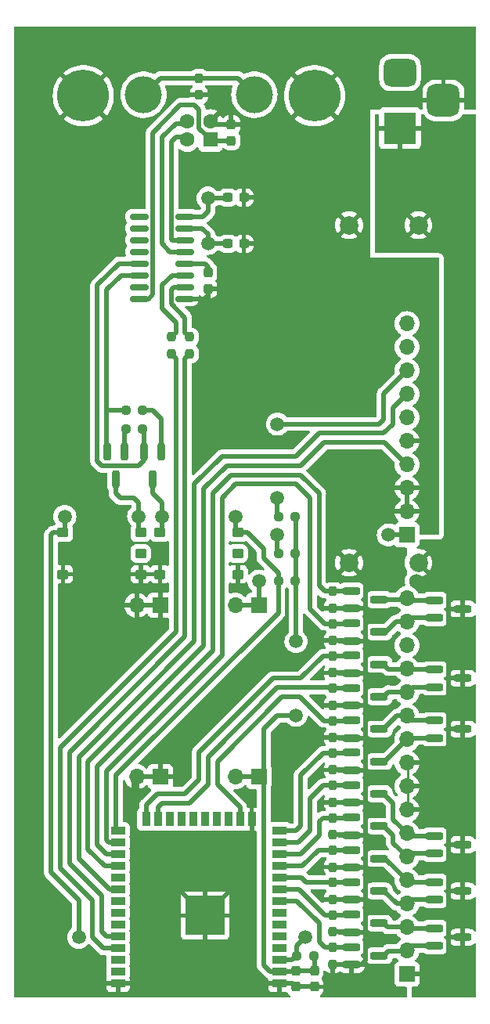
<source format=gbr>
%TF.GenerationSoftware,KiCad,Pcbnew,7.0.10-7.0.10~ubuntu20.04.1*%
%TF.CreationDate,2024-07-23T03:20:50+03:00*%
%TF.ProjectId,Dot-Matrix-Terminal,446f742d-4d61-4747-9269-782d5465726d,rev?*%
%TF.SameCoordinates,PX5f5e100PY8f0d180*%
%TF.FileFunction,Copper,L1,Top*%
%TF.FilePolarity,Positive*%
%FSLAX46Y46*%
G04 Gerber Fmt 4.6, Leading zero omitted, Abs format (unit mm)*
G04 Created by KiCad (PCBNEW 7.0.10-7.0.10~ubuntu20.04.1) date 2024-07-23 03:20:50*
%MOMM*%
%LPD*%
G01*
G04 APERTURE LIST*
G04 Aperture macros list*
%AMRoundRect*
0 Rectangle with rounded corners*
0 $1 Rounding radius*
0 $2 $3 $4 $5 $6 $7 $8 $9 X,Y pos of 4 corners*
0 Add a 4 corners polygon primitive as box body*
4,1,4,$2,$3,$4,$5,$6,$7,$8,$9,$2,$3,0*
0 Add four circle primitives for the rounded corners*
1,1,$1+$1,$2,$3*
1,1,$1+$1,$4,$5*
1,1,$1+$1,$6,$7*
1,1,$1+$1,$8,$9*
0 Add four rect primitives between the rounded corners*
20,1,$1+$1,$2,$3,$4,$5,0*
20,1,$1+$1,$4,$5,$6,$7,0*
20,1,$1+$1,$6,$7,$8,$9,0*
20,1,$1+$1,$8,$9,$2,$3,0*%
G04 Aperture macros list end*
%TA.AperFunction,ComponentPad*%
%ADD10C,2.000000*%
%TD*%
%TA.AperFunction,SMDPad,CuDef*%
%ADD11RoundRect,0.200000X-0.750000X-0.200000X0.750000X-0.200000X0.750000X0.200000X-0.750000X0.200000X0*%
%TD*%
%TA.AperFunction,SMDPad,CuDef*%
%ADD12RoundRect,0.237500X-0.237500X0.250000X-0.237500X-0.250000X0.237500X-0.250000X0.237500X0.250000X0*%
%TD*%
%TA.AperFunction,SMDPad,CuDef*%
%ADD13RoundRect,0.150000X0.450000X0.350000X-0.450000X0.350000X-0.450000X-0.350000X0.450000X-0.350000X0*%
%TD*%
%TA.AperFunction,SMDPad,CuDef*%
%ADD14RoundRect,0.237500X-0.237500X0.300000X-0.237500X-0.300000X0.237500X-0.300000X0.237500X0.300000X0*%
%TD*%
%TA.AperFunction,SMDPad,CuDef*%
%ADD15RoundRect,0.237500X-0.250000X-0.237500X0.250000X-0.237500X0.250000X0.237500X-0.250000X0.237500X0*%
%TD*%
%TA.AperFunction,SMDPad,CuDef*%
%ADD16RoundRect,0.237500X0.250000X0.237500X-0.250000X0.237500X-0.250000X-0.237500X0.250000X-0.237500X0*%
%TD*%
%TA.AperFunction,SMDPad,CuDef*%
%ADD17RoundRect,0.237500X-0.300000X-0.237500X0.300000X-0.237500X0.300000X0.237500X-0.300000X0.237500X0*%
%TD*%
%TA.AperFunction,ComponentPad*%
%ADD18O,1.700000X1.700000*%
%TD*%
%TA.AperFunction,ComponentPad*%
%ADD19R,1.700000X1.700000*%
%TD*%
%TA.AperFunction,SMDPad,CuDef*%
%ADD20RoundRect,0.237500X0.237500X-0.250000X0.237500X0.250000X-0.237500X0.250000X-0.237500X-0.250000X0*%
%TD*%
%TA.AperFunction,ComponentPad*%
%ADD21C,5.600000*%
%TD*%
%TA.AperFunction,SMDPad,CuDef*%
%ADD22R,1.050000X1.050000*%
%TD*%
%TA.AperFunction,HeatsinkPad*%
%ADD23C,0.600000*%
%TD*%
%TA.AperFunction,SMDPad,CuDef*%
%ADD24R,4.200000X4.200000*%
%TD*%
%TA.AperFunction,SMDPad,CuDef*%
%ADD25R,1.500000X0.900000*%
%TD*%
%TA.AperFunction,SMDPad,CuDef*%
%ADD26R,0.900000X1.500000*%
%TD*%
%TA.AperFunction,SMDPad,CuDef*%
%ADD27RoundRect,0.200000X-0.200000X0.750000X-0.200000X-0.750000X0.200000X-0.750000X0.200000X0.750000X0*%
%TD*%
%TA.AperFunction,SMDPad,CuDef*%
%ADD28RoundRect,0.150000X0.825000X0.150000X-0.825000X0.150000X-0.825000X-0.150000X0.825000X-0.150000X0*%
%TD*%
%TA.AperFunction,SMDPad,CuDef*%
%ADD29RoundRect,0.237500X0.237500X-0.300000X0.237500X0.300000X-0.237500X0.300000X-0.237500X-0.300000X0*%
%TD*%
%TA.AperFunction,ComponentPad*%
%ADD30RoundRect,0.875000X-0.875000X0.875000X-0.875000X-0.875000X0.875000X-0.875000X0.875000X0.875000X0*%
%TD*%
%TA.AperFunction,ComponentPad*%
%ADD31RoundRect,0.750000X-1.000000X0.750000X-1.000000X-0.750000X1.000000X-0.750000X1.000000X0.750000X0*%
%TD*%
%TA.AperFunction,ComponentPad*%
%ADD32R,3.500000X3.500000*%
%TD*%
%TA.AperFunction,ComponentPad*%
%ADD33C,4.000000*%
%TD*%
%TA.AperFunction,ComponentPad*%
%ADD34C,1.600000*%
%TD*%
%TA.AperFunction,ComponentPad*%
%ADD35R,1.600000X1.600000*%
%TD*%
%TA.AperFunction,ComponentPad*%
%ADD36C,1.500000*%
%TD*%
%TA.AperFunction,ViaPad*%
%ADD37C,1.500000*%
%TD*%
%TA.AperFunction,Conductor*%
%ADD38C,0.500000*%
%TD*%
G04 APERTURE END LIST*
D10*
%TO.P,C7,2*%
%TO.N,GND*%
X36250000Y83500000D03*
%TO.P,C7,1*%
%TO.N,+24V*%
X43750000Y83500000D03*
%TD*%
D11*
%TO.P,D6,3*%
%TO.N,+24V*%
X48500000Y42000000D03*
%TO.P,D6,2*%
%TO.N,Net-(J2-Pin_16)*%
X45500000Y41050000D03*
%TO.P,D6,1*%
%TO.N,Net-(J2-Pin_17)*%
X45500000Y42950000D03*
%TD*%
D12*
%TO.P,R4,2*%
%TO.N,GND*%
X34500000Y14087500D03*
%TO.P,R4,1*%
%TO.N,/PIN9*%
X34500000Y15912500D03*
%TD*%
%TO.P,R6,2*%
%TO.N,GND*%
X34500000Y21087500D03*
%TO.P,R6,1*%
%TO.N,/PIN4*%
X34500000Y22912500D03*
%TD*%
D11*
%TO.P,Q4,3,D*%
%TO.N,Net-(J2-Pin_5)*%
X39500000Y15000000D03*
%TO.P,Q4,2,S*%
%TO.N,GND*%
X36500000Y14050000D03*
%TO.P,Q4,1,G*%
%TO.N,/PIN9*%
X36500000Y15950000D03*
%TD*%
D13*
%TO.P,SW1,SH*%
%TO.N,N/C*%
X13700000Y48000000D03*
%TO.P,SW1,2,2*%
%TO.N,Net-(Q14-C)*%
X5300000Y50250000D03*
X13700000Y50250000D03*
%TO.P,SW1,1,1*%
%TO.N,GND*%
X5300000Y45750000D03*
X13700000Y45750000D03*
%TD*%
D14*
%TO.P,C4,2*%
%TO.N,GND*%
X20999999Y76637500D03*
%TO.P,C4,1*%
%TO.N,Net-(U2-V3)*%
X20999999Y78362500D03*
%TD*%
D11*
%TO.P,Q11,3,D*%
%TO.N,Net-(J2-Pin_16)*%
X39499999Y39500000D03*
%TO.P,Q11,2,S*%
%TO.N,GND*%
X36499999Y38550000D03*
%TO.P,Q11,1,G*%
%TO.N,/FEED_L*%
X36499999Y40450000D03*
%TD*%
%TO.P,Q7,3,D*%
%TO.N,Net-(J2-Pin_11)*%
X39500000Y25500000D03*
%TO.P,Q7,2,S*%
%TO.N,GND*%
X36500000Y24550000D03*
%TO.P,Q7,1,G*%
%TO.N,/PIN7*%
X36500000Y26450000D03*
%TD*%
D12*
%TO.P,R8,2*%
%TO.N,GND*%
X34499999Y28087500D03*
%TO.P,R8,1*%
%TO.N,/PIN5*%
X34499999Y29912500D03*
%TD*%
D15*
%TO.P,R15,2*%
%TO.N,+3.3V*%
X30412500Y45000000D03*
%TO.P,R15,1*%
%TO.N,Net-(Q15-C)*%
X28587500Y45000000D03*
%TD*%
D16*
%TO.P,R14,2*%
%TO.N,Net-(J3-Pin_8)*%
X28587500Y52000000D03*
%TO.P,R14,1*%
%TO.N,+3.3V*%
X30412500Y52000000D03*
%TD*%
D12*
%TO.P,R11,2*%
%TO.N,GND*%
X34499999Y38587500D03*
%TO.P,R11,1*%
%TO.N,/FEED_L*%
X34499999Y40412500D03*
%TD*%
D17*
%TO.P,C1,2*%
%TO.N,GND*%
X24862500Y86499999D03*
%TO.P,C1,1*%
%TO.N,Net-(U2-XO)*%
X23137500Y86499999D03*
%TD*%
D12*
%TO.P,R1,2*%
%TO.N,GND*%
X34500000Y7087500D03*
%TO.P,R1,1*%
%TO.N,/PIN8*%
X34500000Y8912500D03*
%TD*%
D18*
%TO.P,J8,2,Pin_2*%
%TO.N,+3.3V*%
X23946000Y23860999D03*
D19*
%TO.P,J8,1,Pin_1*%
X26486000Y23860999D03*
%TD*%
D11*
%TO.P,Q8,3,D*%
%TO.N,Net-(J2-Pin_12)*%
X39500000Y29000000D03*
%TO.P,Q8,2,S*%
%TO.N,GND*%
X36500000Y28050000D03*
%TO.P,Q8,1,G*%
%TO.N,/PIN5*%
X36500000Y29950000D03*
%TD*%
D14*
%TO.P,C5,2*%
%TO.N,GND*%
X30500000Y1137500D03*
%TO.P,C5,1*%
%TO.N,+3.3V*%
X30500000Y2862500D03*
%TD*%
D12*
%TO.P,R7,2*%
%TO.N,GND*%
X34500000Y24587500D03*
%TO.P,R7,1*%
%TO.N,/PIN7*%
X34500000Y26412500D03*
%TD*%
D15*
%TO.P,R16,2*%
%TO.N,+3.3V*%
X32412500Y4500000D03*
%TO.P,R16,1*%
%TO.N,Net-(Q14-C)*%
X30587500Y4500000D03*
%TD*%
D11*
%TO.P,Q6,3,D*%
%TO.N,Net-(J2-Pin_7)*%
X39500000Y22000000D03*
%TO.P,Q6,2,S*%
%TO.N,GND*%
X36500000Y21050000D03*
%TO.P,Q6,1,G*%
%TO.N,/PIN4*%
X36500000Y22950000D03*
%TD*%
D17*
%TO.P,C2,2*%
%TO.N,GND*%
X24862500Y81499999D03*
%TO.P,C2,1*%
%TO.N,Net-(U2-XI)*%
X23137500Y81499999D03*
%TD*%
D11*
%TO.P,D3,3*%
%TO.N,+24V*%
X48500000Y16500000D03*
%TO.P,D3,2*%
%TO.N,Net-(J2-Pin_6)*%
X45500000Y15550000D03*
%TO.P,D3,1*%
%TO.N,Net-(J2-Pin_7)*%
X45500000Y17450000D03*
%TD*%
%TO.P,D2,3*%
%TO.N,+24V*%
X48500000Y11500000D03*
%TO.P,D2,2*%
%TO.N,Net-(J2-Pin_4)*%
X45500000Y10550000D03*
%TO.P,D2,1*%
%TO.N,Net-(J2-Pin_5)*%
X45500000Y12450000D03*
%TD*%
D14*
%TO.P,C6,2*%
%TO.N,GND*%
X32500000Y1137500D03*
%TO.P,C6,1*%
%TO.N,+3.3V*%
X32500000Y2862500D03*
%TD*%
D12*
%TO.P,R10,2*%
%TO.N,GND*%
X34500000Y35087501D03*
%TO.P,R10,1*%
%TO.N,/PIN1*%
X34500000Y36912501D03*
%TD*%
D15*
%TO.P,R19,2*%
%TO.N,Net-(Q15-E)*%
X13912500Y61500000D03*
%TO.P,R19,1*%
%TO.N,Net-(Q14-B)*%
X12087500Y61500000D03*
%TD*%
D18*
%TO.P,J6,2,Pin_2*%
%TO.N,+24V*%
X23945999Y42402998D03*
D19*
%TO.P,J6,1,Pin_1*%
X26485999Y42402998D03*
%TD*%
D20*
%TO.P,R21,2*%
%TO.N,Net-(U2-RXD)*%
X17000000Y71412500D03*
%TO.P,R21,1*%
%TO.N,Net-(U1-TXD0{slash}IO1)*%
X17000000Y69587500D03*
%TD*%
D18*
%TO.P,J4,2,Pin_2*%
%TO.N,GND*%
X13278000Y23860999D03*
D19*
%TO.P,J4,1,Pin_1*%
X15818000Y23860999D03*
%TD*%
D21*
%TO.P,H1,1,1*%
%TO.N,GND*%
X32500000Y97500000D03*
%TD*%
D22*
%TO.P,U1,39,GND*%
%TO.N,GND*%
X19155000Y10365000D03*
D23*
X19155000Y9602500D03*
D22*
X19155000Y8840000D03*
D23*
X19155000Y8077500D03*
D22*
X19155000Y7315000D03*
D23*
X19917500Y10365000D03*
X19917500Y8840000D03*
X19917500Y7315000D03*
D22*
X20680000Y10365000D03*
D23*
X20680000Y9602500D03*
D24*
X20680000Y8840000D03*
D22*
X20680000Y8840000D03*
D23*
X20680000Y8077500D03*
D22*
X20680000Y7315000D03*
D23*
X21442500Y10365000D03*
X21442500Y8840000D03*
X21442500Y7315000D03*
D22*
X22205000Y10365000D03*
D23*
X22205000Y9602500D03*
D22*
X22205000Y8840000D03*
D23*
X22205000Y8077500D03*
D22*
X22205000Y7315000D03*
D25*
%TO.P,U1,38,GND*%
X11250000Y1500000D03*
%TO.P,U1,37,IO23*%
%TO.N,unconnected-(U1-IO23-Pad37)*%
X11250000Y2770000D03*
%TO.P,U1,36,IO22*%
%TO.N,unconnected-(U1-IO22-Pad36)*%
X11250000Y4040000D03*
%TO.P,U1,35,TXD0/IO1*%
%TO.N,Net-(U1-TXD0{slash}IO1)*%
X11250000Y5310000D03*
%TO.P,U1,34,RXD0/IO3*%
%TO.N,Net-(U1-RXD0{slash}IO3)*%
X11250000Y6580000D03*
%TO.P,U1,33,IO21*%
%TO.N,unconnected-(U1-IO21-Pad33)*%
X11250000Y7850000D03*
%TO.P,U1,32,NC*%
%TO.N,unconnected-(U1-NC-Pad32)*%
X11250000Y9120000D03*
%TO.P,U1,31,IO19*%
%TO.N,unconnected-(U1-IO19-Pad31)*%
X11250000Y10390000D03*
%TO.P,U1,30,IO18*%
%TO.N,/LINE_SNS*%
X11250000Y11660000D03*
%TO.P,U1,29,IO5*%
%TO.N,unconnected-(U1-IO5-Pad29)*%
X11250000Y12930000D03*
%TO.P,U1,28,IO17*%
%TO.N,/FINE_SNS*%
X11250000Y14200000D03*
%TO.P,U1,27,IO16*%
%TO.N,/FEED_R*%
X11250000Y15470000D03*
%TO.P,U1,26,IO4*%
%TO.N,/FEED_L*%
X11250000Y16740000D03*
%TO.P,U1,25,IO0*%
%TO.N,Net-(Q15-C)*%
X11250000Y18010000D03*
D26*
%TO.P,U1,24,IO2*%
%TO.N,/PIN1*%
X14280000Y19260000D03*
%TO.P,U1,23,IO15*%
%TO.N,/PIN3*%
X15550000Y19260000D03*
%TO.P,U1,22,SDI/SD1*%
%TO.N,unconnected-(U1-SDI{slash}SD1-Pad22)*%
X16820000Y19260000D03*
%TO.P,U1,21,SDO/SD0*%
%TO.N,unconnected-(U1-SDO{slash}SD0-Pad21)*%
X18090000Y19260000D03*
%TO.P,U1,20,SCK/CLK*%
%TO.N,unconnected-(U1-SCK{slash}CLK-Pad20)*%
X19360000Y19260000D03*
%TO.P,U1,19,SCS/CMD*%
%TO.N,unconnected-(U1-SCS{slash}CMD-Pad19)*%
X20630000Y19260000D03*
%TO.P,U1,18,SWP/SD3*%
%TO.N,unconnected-(U1-SWP{slash}SD3-Pad18)*%
X21900000Y19260000D03*
%TO.P,U1,17,SHD/SD2*%
%TO.N,unconnected-(U1-SHD{slash}SD2-Pad17)*%
X23170000Y19260000D03*
%TO.P,U1,16,IO13*%
%TO.N,/PIN5*%
X24440000Y19260000D03*
%TO.P,U1,15,GND*%
%TO.N,GND*%
X25710000Y19260000D03*
D25*
%TO.P,U1,14,IO12*%
%TO.N,/PIN7*%
X28750000Y18010000D03*
%TO.P,U1,13,IO14*%
%TO.N,/PIN4*%
X28750000Y16740000D03*
%TO.P,U1,12,IO27*%
%TO.N,/PIN2*%
X28750000Y15470000D03*
%TO.P,U1,11,IO26*%
%TO.N,/PIN9*%
X28750000Y14200000D03*
%TO.P,U1,10,IO25*%
%TO.N,/PIN6*%
X28750000Y12930000D03*
%TO.P,U1,9,IO33*%
%TO.N,/PIN8*%
X28750000Y11660000D03*
%TO.P,U1,8,IO32*%
%TO.N,/MOTOR*%
X28750000Y10390000D03*
%TO.P,U1,7,IO35*%
%TO.N,unconnected-(U1-IO35-Pad7)*%
X28750000Y9120000D03*
%TO.P,U1,6,IO34*%
%TO.N,unconnected-(U1-IO34-Pad6)*%
X28750000Y7850000D03*
%TO.P,U1,5,SENSOR_VN*%
%TO.N,unconnected-(U1-SENSOR_VN-Pad5)*%
X28750000Y6580000D03*
%TO.P,U1,4,SENSOR_VP*%
%TO.N,unconnected-(U1-SENSOR_VP-Pad4)*%
X28750000Y5310000D03*
%TO.P,U1,3,EN*%
%TO.N,Net-(Q14-C)*%
X28750000Y4040000D03*
%TO.P,U1,2,VDD*%
%TO.N,+3.3V*%
X28750000Y2770000D03*
%TO.P,U1,1,GND*%
%TO.N,GND*%
X28750000Y1500000D03*
%TD*%
D11*
%TO.P,D4,3*%
%TO.N,+24V*%
X48500000Y29000000D03*
%TO.P,D4,2*%
%TO.N,Net-(J2-Pin_11)*%
X45500000Y28050000D03*
%TO.P,D4,1*%
%TO.N,Net-(J2-Pin_12)*%
X45500000Y29950000D03*
%TD*%
D27*
%TO.P,Q14,3,C*%
%TO.N,Net-(Q14-C)*%
X10999999Y56000000D03*
%TO.P,Q14,2,E*%
%TO.N,Net-(Q14-E)*%
X10049999Y59000000D03*
%TO.P,Q14,1,B*%
%TO.N,Net-(Q14-B)*%
X11949999Y59000000D03*
%TD*%
D20*
%TO.P,R20,2*%
%TO.N,Net-(U2-TXD)*%
X19000000Y71412500D03*
%TO.P,R20,1*%
%TO.N,Net-(U1-RXD0{slash}IO3)*%
X19000000Y69587500D03*
%TD*%
D12*
%TO.P,R9,2*%
%TO.N,GND*%
X34500000Y31587501D03*
%TO.P,R9,1*%
%TO.N,/PIN3*%
X34500000Y33412501D03*
%TD*%
D11*
%TO.P,Q9,3,D*%
%TO.N,Net-(J2-Pin_13)*%
X39500000Y32500000D03*
%TO.P,Q9,2,S*%
%TO.N,GND*%
X36500000Y31550000D03*
%TO.P,Q9,1,G*%
%TO.N,/PIN3*%
X36500000Y33450000D03*
%TD*%
D15*
%TO.P,R13,2*%
%TO.N,+3.3V*%
X30412499Y48000000D03*
%TO.P,R13,1*%
%TO.N,Net-(J3-Pin_1)*%
X28587499Y48000000D03*
%TD*%
D12*
%TO.P,R3,2*%
%TO.N,GND*%
X34500000Y10587500D03*
%TO.P,R3,1*%
%TO.N,/PIN6*%
X34500000Y12412500D03*
%TD*%
%TO.P,R5,2*%
%TO.N,GND*%
X34500000Y17587500D03*
%TO.P,R5,1*%
%TO.N,/PIN2*%
X34500000Y19412500D03*
%TD*%
D27*
%TO.P,Q15,3,C*%
%TO.N,Net-(Q15-C)*%
X15000000Y56000000D03*
%TO.P,Q15,2,E*%
%TO.N,Net-(Q15-E)*%
X14050000Y59000000D03*
%TO.P,Q15,1,B*%
%TO.N,Net-(Q15-B)*%
X15950000Y59000000D03*
%TD*%
D10*
%TO.P,C8,2*%
%TO.N,GND*%
X36250000Y47000000D03*
%TO.P,C8,1*%
%TO.N,+24V*%
X43750000Y47000000D03*
%TD*%
D11*
%TO.P,Q12,3,D*%
%TO.N,Net-(J2-Pin_17)*%
X39500000Y43000000D03*
%TO.P,Q12,2,S*%
%TO.N,GND*%
X36500000Y42050000D03*
%TO.P,Q12,1,G*%
%TO.N,/FEED_R*%
X36500000Y43950000D03*
%TD*%
D28*
%TO.P,U2,16,VCC*%
%TO.N,Net-(J1-VBUS)*%
X13524999Y75555000D03*
%TO.P,U2,15,R232*%
%TO.N,unconnected-(U2-R232-Pad15)*%
X13524999Y76825000D03*
%TO.P,U2,14,~{RTS}*%
%TO.N,Net-(Q14-E)*%
X13524999Y78095000D03*
%TO.P,U2,13,~{DTR}*%
%TO.N,Net-(Q15-E)*%
X13524999Y79365000D03*
%TO.P,U2,12,~{DCD}*%
%TO.N,unconnected-(U2-~{DCD}-Pad12)*%
X13524999Y80635000D03*
%TO.P,U2,11,~{RI}*%
%TO.N,unconnected-(U2-~{RI}-Pad11)*%
X13524999Y81905000D03*
%TO.P,U2,10,~{DSR}*%
%TO.N,unconnected-(U2-~{DSR}-Pad10)*%
X13524999Y83175000D03*
%TO.P,U2,9,~{CTS}*%
%TO.N,unconnected-(U2-~{CTS}-Pad9)*%
X13524999Y84445000D03*
%TO.P,U2,8,XO*%
%TO.N,Net-(U2-XO)*%
X18474999Y84445000D03*
%TO.P,U2,7,XI*%
%TO.N,Net-(U2-XI)*%
X18474999Y83175000D03*
%TO.P,U2,6,UD-*%
%TO.N,Net-(J1-D-)*%
X18474999Y81905000D03*
%TO.P,U2,5,UD+*%
%TO.N,Net-(J1-D+)*%
X18474999Y80635000D03*
%TO.P,U2,4,V3*%
%TO.N,Net-(U2-V3)*%
X18474999Y79365000D03*
%TO.P,U2,3,RXD*%
%TO.N,Net-(U2-RXD)*%
X18474999Y78095000D03*
%TO.P,U2,2,TXD*%
%TO.N,Net-(U2-TXD)*%
X18474999Y76825000D03*
%TO.P,U2,1,GND*%
%TO.N,GND*%
X18474999Y75555000D03*
%TD*%
D13*
%TO.P,SW2,SH*%
%TO.N,N/C*%
X24200000Y48000000D03*
%TO.P,SW2,2,2*%
%TO.N,Net-(Q15-C)*%
X15800000Y50250000D03*
X24200000Y50250000D03*
%TO.P,SW2,1,1*%
%TO.N,GND*%
X15800000Y45750000D03*
X24200000Y45750000D03*
%TD*%
D18*
%TO.P,J7,2,Pin_2*%
%TO.N,GND*%
X13277999Y42402998D03*
D19*
%TO.P,J7,1,Pin_1*%
X15817999Y42402998D03*
%TD*%
D11*
%TO.P,Q2,3,D*%
%TO.N,Net-(J2-Pin_3)*%
X39500000Y8000000D03*
%TO.P,Q2,2,S*%
%TO.N,GND*%
X36500000Y7050000D03*
%TO.P,Q2,1,G*%
%TO.N,/PIN8*%
X36500000Y8950000D03*
%TD*%
D20*
%TO.P,R17,2*%
%TO.N,Net-(J1-Shield)*%
X20000000Y99412500D03*
%TO.P,R17,1*%
%TO.N,GND*%
X20000000Y97587500D03*
%TD*%
D11*
%TO.P,Q1,3,D*%
%TO.N,Net-(J2-Pin_2)*%
X39500000Y4500000D03*
%TO.P,Q1,2,S*%
%TO.N,GND*%
X36500000Y3550000D03*
%TO.P,Q1,1,G*%
%TO.N,/MOTOR*%
X36500000Y5450000D03*
%TD*%
D16*
%TO.P,R18,2*%
%TO.N,Net-(Q14-E)*%
X12087500Y63500000D03*
%TO.P,R18,1*%
%TO.N,Net-(Q15-B)*%
X13912500Y63500000D03*
%TD*%
D12*
%TO.P,R2,2*%
%TO.N,GND*%
X34499999Y3587500D03*
%TO.P,R2,1*%
%TO.N,/MOTOR*%
X34499999Y5412500D03*
%TD*%
D11*
%TO.P,Q3,3,D*%
%TO.N,Net-(J2-Pin_4)*%
X39500000Y11500000D03*
%TO.P,Q3,2,S*%
%TO.N,GND*%
X36500000Y10550000D03*
%TO.P,Q3,1,G*%
%TO.N,/PIN6*%
X36500000Y12450000D03*
%TD*%
%TO.P,D1,3*%
%TO.N,+24V*%
X48500000Y6500000D03*
%TO.P,D1,2*%
%TO.N,Net-(J2-Pin_2)*%
X45500000Y5550000D03*
%TO.P,D1,1*%
%TO.N,Net-(J2-Pin_3)*%
X45500000Y7450000D03*
%TD*%
%TO.P,Q5,3,D*%
%TO.N,Net-(J2-Pin_6)*%
X39500000Y18500000D03*
%TO.P,Q5,2,S*%
%TO.N,GND*%
X36500000Y17550000D03*
%TO.P,Q5,1,G*%
%TO.N,/PIN2*%
X36500000Y19450000D03*
%TD*%
D29*
%TO.P,C3,2*%
%TO.N,GND*%
X23500000Y94362500D03*
%TO.P,C3,1*%
%TO.N,Net-(J1-VBUS)*%
X23500000Y92637500D03*
%TD*%
D21*
%TO.P,H2,1,1*%
%TO.N,GND*%
X7500000Y97500000D03*
%TD*%
D11*
%TO.P,Q10,3,D*%
%TO.N,Net-(J2-Pin_14)*%
X39500000Y36000001D03*
%TO.P,Q10,2,S*%
%TO.N,GND*%
X36500000Y35050001D03*
%TO.P,Q10,1,G*%
%TO.N,/PIN1*%
X36500000Y36950001D03*
%TD*%
D12*
%TO.P,R12,2*%
%TO.N,GND*%
X34499999Y42087500D03*
%TO.P,R12,1*%
%TO.N,/FEED_R*%
X34499999Y43912500D03*
%TD*%
D11*
%TO.P,D5,3*%
%TO.N,+24V*%
X48500000Y34500000D03*
%TO.P,D5,2*%
%TO.N,Net-(J2-Pin_13)*%
X45500000Y33550000D03*
%TO.P,D5,1*%
%TO.N,Net-(J2-Pin_14)*%
X45500000Y35450000D03*
%TD*%
D18*
%TO.P,J3,10,Pin_10*%
%TO.N,unconnected-(J3-Pin_10-Pad10)*%
X42500000Y72860000D03*
%TO.P,J3,9,Pin_9*%
%TO.N,unconnected-(J3-Pin_9-Pad9)*%
X42500000Y70320000D03*
%TO.P,J3,8,Pin_8*%
%TO.N,Net-(J3-Pin_8)*%
X42500000Y67780000D03*
%TO.P,J3,7,Pin_7*%
%TO.N,/LINE_SNS*%
X42500000Y65240000D03*
%TO.P,J3,6,Pin_6*%
%TO.N,unconnected-(J3-Pin_6-Pad6)*%
X42500000Y62700000D03*
%TO.P,J3,5,Pin_5*%
%TO.N,GND*%
X42500000Y60160000D03*
%TO.P,J3,4,Pin_4*%
%TO.N,/FINE_SNS*%
X42500000Y57620000D03*
%TO.P,J3,3,Pin_3*%
%TO.N,GND*%
X42500000Y55080000D03*
%TO.P,J3,2,Pin_2*%
X42500000Y52540000D03*
D19*
%TO.P,J3,1,Pin_1*%
%TO.N,Net-(J3-Pin_1)*%
X42500000Y50000000D03*
%TD*%
D30*
%TO.P,J5,3*%
%TO.N,GND*%
X46450000Y97000000D03*
D31*
%TO.P,J5,2*%
%TO.N,unconnected-(J5-Pad2)*%
X41750000Y100000000D03*
D32*
%TO.P,J5,1*%
%TO.N,+24V*%
X41750000Y94000000D03*
%TD*%
D33*
%TO.P,J1,5,Shield*%
%TO.N,Net-(J1-Shield)*%
X26000000Y97610000D03*
X14000000Y97610000D03*
D34*
%TO.P,J1,4,GND*%
%TO.N,GND*%
X21250000Y94750000D03*
%TO.P,J1,3,D+*%
%TO.N,Net-(J1-D+)*%
X18750000Y94750000D03*
%TO.P,J1,2,D-*%
%TO.N,Net-(J1-D-)*%
X18750000Y92750000D03*
D35*
%TO.P,J1,1,VBUS*%
%TO.N,Net-(J1-VBUS)*%
X21250000Y92750000D03*
%TD*%
D18*
%TO.P,J2,17,Pin_17*%
%TO.N,Net-(J2-Pin_17)*%
X42500001Y43140000D03*
%TO.P,J2,16,Pin_16*%
%TO.N,Net-(J2-Pin_16)*%
X42500001Y40600000D03*
%TO.P,J2,15,Pin_15*%
%TO.N,unconnected-(J2-Pin_15-Pad15)*%
X42500001Y38060000D03*
%TO.P,J2,14,Pin_14*%
%TO.N,Net-(J2-Pin_14)*%
X42500001Y35520000D03*
%TO.P,J2,13,Pin_13*%
%TO.N,Net-(J2-Pin_13)*%
X42500001Y32980000D03*
%TO.P,J2,12,Pin_12*%
%TO.N,Net-(J2-Pin_12)*%
X42500001Y30440000D03*
%TO.P,J2,11,Pin_11*%
%TO.N,Net-(J2-Pin_11)*%
X42500001Y27900000D03*
%TO.P,J2,10,Pin_10*%
%TO.N,+24V*%
X42500001Y25360000D03*
%TO.P,J2,9,Pin_9*%
X42500001Y22820000D03*
%TO.P,J2,8,Pin_8*%
X42500001Y20280000D03*
%TO.P,J2,7,Pin_7*%
%TO.N,Net-(J2-Pin_7)*%
X42500001Y17740000D03*
%TO.P,J2,6,Pin_6*%
%TO.N,Net-(J2-Pin_6)*%
X42500001Y15200000D03*
%TO.P,J2,5,Pin_5*%
%TO.N,Net-(J2-Pin_5)*%
X42500001Y12660000D03*
%TO.P,J2,4,Pin_4*%
%TO.N,Net-(J2-Pin_4)*%
X42500001Y10120000D03*
%TO.P,J2,3,Pin_3*%
%TO.N,Net-(J2-Pin_3)*%
X42500001Y7580000D03*
%TO.P,J2,2,Pin_2*%
%TO.N,Net-(J2-Pin_2)*%
X42500001Y5040000D03*
D19*
%TO.P,J2,1,Pin_1*%
%TO.N,+24V*%
X42500001Y2500000D03*
%TD*%
D36*
%TO.P,Y1,2,2*%
%TO.N,Net-(U2-XO)*%
X21000000Y86430001D03*
%TO.P,Y1,1,1*%
%TO.N,Net-(U2-XI)*%
X21000000Y81550001D03*
%TD*%
D37*
%TO.N,+3.3V*%
X30500000Y38500000D03*
X30500000Y30500000D03*
%TO.N,+24V*%
X26500000Y45000000D03*
X43500000Y45000000D03*
%TO.N,Net-(J3-Pin_1)*%
X40500000Y50000000D03*
X28500000Y50000000D03*
%TO.N,Net-(J3-Pin_8)*%
X28500000Y62000000D03*
X28500000Y54000000D03*
%TO.N,Net-(Q14-C)*%
X5500000Y52000000D03*
X31500000Y6500000D03*
X13500000Y52000000D03*
X7000000Y6500000D03*
%TO.N,Net-(Q15-C)*%
X16000000Y52000000D03*
X24000000Y52000000D03*
%TD*%
D38*
%TO.N,Net-(U2-XO)*%
X20999999Y85000000D02*
X21000000Y86430001D01*
X18475000Y84445000D02*
X20445000Y84445000D01*
X20445000Y84445000D02*
X20999999Y85000000D01*
X21000000Y86430001D02*
X23067501Y86429999D01*
X23067501Y86429999D02*
X23137500Y86500000D01*
%TO.N,GND*%
X18475000Y75555000D02*
X20555000Y75555000D01*
X37950000Y21050000D02*
X37999999Y21000000D01*
X34499999Y38587500D02*
X36462500Y38587500D01*
X38000000Y14000000D02*
X38000000Y17500001D01*
X25710000Y13870000D02*
X20680000Y8840001D01*
X34499999Y35087500D02*
X36462500Y35087500D01*
X37950000Y24550000D02*
X38000000Y24499999D01*
X13000000Y23582999D02*
X13278000Y23860999D01*
X38000000Y10500000D02*
X38000000Y14000000D01*
X37950000Y14050000D02*
X38000000Y14000000D01*
X30137500Y1500000D02*
X28750000Y1500000D01*
X36462500Y17587500D02*
X36500000Y17550000D01*
X37950000Y42050000D02*
X38000000Y42000000D01*
X36462500Y38587500D02*
X36500000Y38550000D01*
X38000000Y28000000D02*
X38000000Y31500000D01*
X34500000Y28087501D02*
X36462500Y28087501D01*
X37950000Y17550000D02*
X38000000Y17500001D01*
X34500000Y3587500D02*
X36462500Y3587500D01*
X37950000Y7050000D02*
X38000000Y7000000D01*
X38000000Y35000000D02*
X38000000Y38500000D01*
X37550000Y3550000D02*
X38000000Y4000001D01*
X20500000Y1500000D02*
X28750000Y1500000D01*
X36462500Y10587500D02*
X36500000Y10550000D01*
X38000000Y24499999D02*
X38000000Y28000000D01*
X23500000Y94362500D02*
X21637500Y94362500D01*
X34500000Y42087500D02*
X36462500Y42087500D01*
X36500000Y21050000D02*
X37950000Y21050000D01*
X21637500Y94362500D02*
X21250000Y94750000D01*
X38000000Y7000000D02*
X38000000Y10500000D01*
X38000000Y42000000D02*
X38000000Y45000000D01*
X30500000Y1137500D02*
X30137500Y1500000D01*
X21000000Y76000001D02*
X21000000Y76637500D01*
X36500000Y42050000D02*
X37950000Y42050000D01*
X37950000Y35050000D02*
X38000000Y35000000D01*
X36500000Y14050000D02*
X37950000Y14050000D01*
X34500000Y7087500D02*
X36462500Y7087500D01*
X37999999Y21000000D02*
X38000000Y24499999D01*
X38000000Y31500000D02*
X38000000Y35000000D01*
X20680000Y1680000D02*
X20500000Y1500000D01*
X20555000Y75555000D02*
X21000000Y76000001D01*
X36500000Y10550000D02*
X37950000Y10550000D01*
X36500000Y7050000D02*
X37950000Y7050000D01*
X36462500Y14087500D02*
X36500000Y14050000D01*
X36500000Y3550000D02*
X37550000Y3550000D01*
X36500000Y35050000D02*
X37950000Y35050000D01*
X34499999Y21087500D02*
X36462500Y21087500D01*
X38000000Y42000000D02*
X38000000Y38500000D01*
X36500000Y28050000D02*
X37950000Y28050000D01*
X36462500Y28087501D02*
X36500000Y28050000D01*
X36462500Y3587500D02*
X36500000Y3550000D01*
X32500000Y1137500D02*
X30500000Y1137500D01*
X34500000Y14087500D02*
X36462500Y14087500D01*
X36462500Y24587500D02*
X36500000Y24550000D01*
X34499999Y31587500D02*
X36462500Y31587499D01*
X36462500Y21087500D02*
X36500000Y21050000D01*
X37950000Y38550000D02*
X38000000Y38500000D01*
X36500000Y38550000D02*
X37950000Y38550000D01*
X34500000Y24587501D02*
X36462500Y24587500D01*
X20680000Y8840001D02*
X20680000Y1680000D01*
X25710000Y19260000D02*
X25710000Y13870000D01*
X37950000Y28050000D02*
X38000000Y28000000D01*
X36500000Y24550000D02*
X37950000Y24550000D01*
X11250000Y1500000D02*
X20500000Y1500000D01*
X37950000Y31550000D02*
X38000000Y31500000D01*
X13000000Y16520000D02*
X13000000Y23582999D01*
X38000000Y4000001D02*
X38000000Y7000000D01*
X13000000Y16520000D02*
X20680000Y8840001D01*
X36462500Y31587499D02*
X36500000Y31549999D01*
X36500000Y17550000D02*
X37950000Y17550000D01*
X37950000Y10550000D02*
X38000000Y10500000D01*
X38000000Y17500001D02*
X37999999Y21000000D01*
X36462500Y42087500D02*
X36500000Y42050000D01*
X34500000Y10587500D02*
X36462500Y10587500D01*
X36500000Y31549999D02*
X37950000Y31550000D01*
X34500000Y17587500D02*
X36462500Y17587500D01*
X36462500Y7087500D02*
X36500000Y7050000D01*
X36462500Y35087500D02*
X36500000Y35050000D01*
%TO.N,Net-(U2-XI)*%
X20325000Y83175000D02*
X20999999Y82500000D01*
X18475000Y83175000D02*
X20325000Y83175000D01*
X20999999Y82500000D02*
X21000000Y81550001D01*
X21000000Y81550001D02*
X23087501Y81550000D01*
X23087501Y81550000D02*
X23137500Y81500000D01*
%TO.N,Net-(J1-VBUS)*%
X15000000Y76000000D02*
X14555000Y75555000D01*
X19499999Y96500000D02*
X18000000Y96499999D01*
X23500000Y92637500D02*
X21362500Y92637500D01*
X18000000Y96499999D02*
X15000000Y93500000D01*
X14555000Y75555000D02*
X13525000Y75554999D01*
X15000000Y93500000D02*
X15000000Y76000000D01*
X20000000Y96000000D02*
X19499999Y96500000D01*
X21250000Y92750000D02*
X20000000Y94000000D01*
X21362500Y92637500D02*
X21250000Y92750000D01*
X20000000Y94000000D02*
X20000000Y96000000D01*
%TO.N,Net-(U2-V3)*%
X21000000Y79000000D02*
X20999999Y78362500D01*
X20635000Y79365000D02*
X21000000Y79000000D01*
X18475000Y79365000D02*
X20635000Y79365000D01*
%TO.N,+3.3V*%
X30500000Y38500000D02*
X30500000Y51912500D01*
X26486000Y23860999D02*
X23946000Y23860999D01*
X27729999Y2770000D02*
X28750000Y2770000D01*
X30500000Y51912500D02*
X30412500Y52000000D01*
X27000000Y29000000D02*
X26999999Y24374999D01*
X27000000Y23346999D02*
X27000000Y3500000D01*
X26486000Y23860999D02*
X27000000Y23346999D01*
X32500000Y2862500D02*
X32500000Y4412500D01*
X30407499Y2770000D02*
X30500000Y2862500D01*
X26999999Y24374999D02*
X26486000Y23860999D01*
X28500000Y30500000D02*
X27000000Y29000000D01*
X30500000Y30500000D02*
X28500000Y30500000D01*
X28750000Y2770000D02*
X30407499Y2770000D01*
X32500000Y2862500D02*
X30500000Y2862500D01*
X27000000Y3500000D02*
X27729999Y2770000D01*
X32500000Y4412500D02*
X32412499Y4500000D01*
%TO.N,Net-(J2-Pin_3)*%
X40420000Y7580000D02*
X42500001Y7580000D01*
X42630000Y7450000D02*
X42500001Y7580000D01*
X40000000Y8000000D02*
X40420000Y7580000D01*
X45500000Y7450000D02*
X42630000Y7450000D01*
X39499999Y8000000D02*
X40000000Y8000000D01*
%TO.N,Net-(J2-Pin_2)*%
X45500000Y5550000D02*
X43010000Y5550000D01*
X40500000Y5000000D02*
X42460000Y5000000D01*
X42460000Y5000000D02*
X42500000Y5040000D01*
X39499999Y4500000D02*
X40000000Y4500000D01*
X40000000Y4500000D02*
X40500000Y5000000D01*
X43010000Y5550000D02*
X42500000Y5040000D01*
%TO.N,+24V*%
X47000000Y20280000D02*
X47000000Y23000000D01*
X48500000Y11500000D02*
X47000000Y11500000D01*
X47000000Y23000000D02*
X47000000Y25500000D01*
X47000000Y11500000D02*
X47000000Y16500000D01*
X42500001Y2500000D02*
X46500000Y2500001D01*
X46000000Y45000000D02*
X43500000Y45000000D01*
X26500000Y45000000D02*
X26500000Y42416999D01*
X46860000Y25360000D02*
X47000000Y25500000D01*
X42500000Y20280000D02*
X47000000Y20280000D01*
X47000000Y25500000D02*
X47000000Y29000000D01*
X48500000Y6500000D02*
X47000000Y6500000D01*
X47000000Y16500000D02*
X47000000Y20280000D01*
X47000000Y44000000D02*
X46000000Y45000000D01*
X48500000Y42000000D02*
X47000000Y42000000D01*
X47000000Y42000000D02*
X47000000Y44000000D01*
X26485999Y42402998D02*
X23945999Y42402998D01*
X47000000Y36000000D02*
X47000000Y42000000D01*
X46500000Y2500001D02*
X47000000Y3000000D01*
X46820000Y22820000D02*
X47000000Y23000000D01*
X48500000Y16500000D02*
X47000000Y16500000D01*
X47000000Y34500000D02*
X47000000Y36000000D01*
X26500000Y42416999D02*
X26485999Y42402998D01*
X47000000Y6500000D02*
X47000000Y11500000D01*
X47000000Y4500000D02*
X47000000Y6500000D01*
X48500000Y34500000D02*
X47000000Y34500000D01*
X48500000Y29000000D02*
X47000000Y29000000D01*
X42500000Y22820000D02*
X46820000Y22820000D01*
X47000000Y3000000D02*
X47000000Y4500000D01*
X47000000Y29000000D02*
X47000000Y34500000D01*
X42500000Y25360000D02*
X46860000Y25360000D01*
%TO.N,Net-(J2-Pin_5)*%
X40160000Y15000000D02*
X39500000Y15000000D01*
X42500000Y12660001D02*
X40160000Y15000000D01*
X45500000Y12450000D02*
X42710000Y12450000D01*
X42710000Y12450000D02*
X42500000Y12660001D01*
%TO.N,Net-(J2-Pin_4)*%
X45500000Y10550000D02*
X42930000Y10550000D01*
X41380000Y10120000D02*
X40000000Y11500000D01*
X42930000Y10550000D02*
X42500000Y10120000D01*
X42500000Y10120000D02*
X41380000Y10120000D01*
X40000000Y11500000D02*
X39500000Y11500000D01*
%TO.N,Net-(J2-Pin_7)*%
X45500000Y17450000D02*
X42790000Y17450000D01*
X41000000Y20999999D02*
X40000000Y22000000D01*
X40000000Y22000000D02*
X39500000Y22000000D01*
X41000001Y19240000D02*
X41000000Y20999999D01*
X42500000Y17740000D02*
X41000001Y19240000D01*
X42790000Y17450000D02*
X42500000Y17740000D01*
%TO.N,Net-(J2-Pin_6)*%
X42500000Y15200000D02*
X41000001Y16700000D01*
X45500000Y15550000D02*
X42850000Y15550000D01*
X39500000Y18500000D02*
X40000000Y18500000D01*
X40000000Y18500000D02*
X41000001Y17500000D01*
X42850000Y15550000D02*
X42500000Y15200000D01*
X41000001Y16700000D02*
X41000001Y17500000D01*
%TO.N,Net-(J2-Pin_12)*%
X45500000Y29950000D02*
X42990000Y29950000D01*
X42990000Y29950000D02*
X42500000Y30440000D01*
X41440000Y30440000D02*
X42500000Y30440000D01*
X40000000Y29000000D02*
X41440000Y30440000D01*
X39499999Y29000000D02*
X40000000Y29000000D01*
%TO.N,Net-(J2-Pin_11)*%
X40100000Y25500000D02*
X39500000Y25500000D01*
X42500000Y27900000D02*
X40100000Y25500000D01*
X45500000Y28050000D02*
X42650000Y28050001D01*
X42650000Y28050001D02*
X42500000Y27900000D01*
%TO.N,Net-(J2-Pin_14)*%
X40000000Y36000000D02*
X39500000Y36000001D01*
X40500000Y35500000D02*
X40000000Y36000000D01*
X42480000Y35500000D02*
X40500000Y35500000D01*
X42570000Y35450001D02*
X42500000Y35520000D01*
X45500000Y35450000D02*
X42570000Y35450001D01*
%TO.N,Net-(J2-Pin_13)*%
X39500000Y32500001D02*
X40000000Y32500000D01*
X45500000Y33550000D02*
X43070000Y33550000D01*
X40520000Y32980000D02*
X42500000Y32980000D01*
X40500000Y33000000D02*
X40520000Y32980000D01*
X40000000Y32500000D02*
X40500000Y33000000D01*
X43070000Y33550000D02*
X42500000Y32980000D01*
%TO.N,Net-(J2-Pin_17)*%
X42360000Y43000000D02*
X42500000Y43140000D01*
X39499999Y43000000D02*
X42360000Y43000000D01*
X42690000Y42950000D02*
X42500000Y43140000D01*
X45500000Y42950000D02*
X42690000Y42950000D01*
%TO.N,Net-(J2-Pin_16)*%
X40200000Y39499999D02*
X41300000Y40600000D01*
X42950000Y41050000D02*
X42500000Y40599999D01*
X39499999Y39500000D02*
X40200000Y39499999D01*
X45500000Y41050000D02*
X42950000Y41050000D01*
X41300000Y40600000D02*
X42500000Y40599999D01*
%TO.N,Net-(J1-D-)*%
X18750000Y92750000D02*
X18500000Y93000000D01*
X18500000Y93000000D02*
X17500001Y93000000D01*
X17095000Y81905000D02*
X18475000Y81905000D01*
X17000000Y82000000D02*
X17095000Y81905000D01*
X17000000Y92500000D02*
X17000000Y82000000D01*
X17500001Y93000000D02*
X17000000Y92500000D01*
%TO.N,Net-(J1-D+)*%
X16000000Y93000001D02*
X17500001Y94500000D01*
X18474999Y80635000D02*
X16864999Y80635000D01*
X17500001Y94500000D02*
X18500000Y94500000D01*
X18500000Y94500000D02*
X18750000Y94750000D01*
X15999999Y81500000D02*
X16000000Y93000001D01*
X16864999Y80635000D02*
X15999999Y81500000D01*
%TO.N,Net-(J1-Shield)*%
X26000000Y97610001D02*
X24197500Y99412499D01*
X24197500Y99412499D02*
X20000000Y99412500D01*
X14000000Y97610000D02*
X15802499Y99412500D01*
X15802499Y99412500D02*
X20000000Y99412500D01*
%TO.N,Net-(J3-Pin_1)*%
X28500000Y48087500D02*
X28587500Y48000000D01*
X28500000Y50000000D02*
X28500000Y48087500D01*
X40500000Y50000000D02*
X42500000Y50000000D01*
%TO.N,/FINE_SNS*%
X8000000Y25500000D02*
X8000000Y15999999D01*
X42500000Y57620000D02*
X42440000Y57620000D01*
X40060000Y60000000D02*
X33500000Y60000000D01*
X31000001Y57500000D02*
X23000000Y57500000D01*
X42440000Y57620000D02*
X40060000Y60000000D01*
X20500000Y55000000D02*
X20500000Y38000000D01*
X9800000Y14200000D02*
X11250000Y14200000D01*
X20500000Y38000000D02*
X8000000Y25500000D01*
X8000000Y15999999D02*
X9800000Y14200000D01*
X23000000Y57500000D02*
X20500000Y55000000D01*
X33500000Y60000000D02*
X31000001Y57500000D01*
%TO.N,/LINE_SNS*%
X41000000Y62000000D02*
X40000000Y61000000D01*
X42500000Y65240000D02*
X41000001Y63740000D01*
X22500000Y58500000D02*
X19500000Y55500000D01*
X19500000Y38500000D02*
X7000000Y25999999D01*
X33000000Y61000000D02*
X30500000Y58500000D01*
X41000001Y63740000D02*
X41000000Y62000000D01*
X30500000Y58500000D02*
X22500000Y58500000D01*
X7000000Y25999999D02*
X7000000Y15000000D01*
X40000000Y61000000D02*
X33000000Y61000000D01*
X7000000Y15000000D02*
X10340000Y11660000D01*
X10340000Y11660000D02*
X11250000Y11660000D01*
X19500000Y55500000D02*
X19500000Y38500000D01*
%TO.N,Net-(J3-Pin_8)*%
X40000000Y62500000D02*
X40000000Y65280000D01*
X28500000Y52087500D02*
X28587500Y52000000D01*
X40000000Y65280000D02*
X42500000Y67780000D01*
X28500000Y54000000D02*
X28500000Y52087500D01*
X39500000Y62000000D02*
X40000000Y62500000D01*
X28500000Y62000000D02*
X39500000Y62000000D01*
%TO.N,/MOTOR*%
X33000000Y5999999D02*
X33587500Y5412499D01*
X30610000Y10390000D02*
X33000000Y8000000D01*
X33000000Y8000000D02*
X33000000Y5999999D01*
X28750000Y10390000D02*
X30610000Y10390000D01*
X33587500Y5412499D02*
X34499999Y5412500D01*
X34499999Y5412500D02*
X36462500Y5412499D01*
X36462500Y5412499D02*
X36500000Y5449999D01*
%TO.N,/PIN8*%
X30840000Y11660000D02*
X28750000Y11660000D01*
X34499999Y8912500D02*
X33587500Y8912500D01*
X33587500Y8912500D02*
X30840000Y11660000D01*
X36462500Y8912500D02*
X36500000Y8950000D01*
X34499999Y8912500D02*
X36462500Y8912500D01*
%TO.N,/PIN6*%
X31587499Y12412500D02*
X31070000Y12929999D01*
X34499999Y12412500D02*
X31587499Y12412500D01*
X36462500Y12412500D02*
X36500000Y12450000D01*
X31070000Y12929999D02*
X28749999Y12930000D01*
X34499999Y12412500D02*
X36462500Y12412500D01*
%TO.N,/PIN9*%
X31200000Y14200000D02*
X28750000Y14200000D01*
X34500000Y15912500D02*
X32912500Y15912500D01*
X32912500Y15912500D02*
X31200000Y14200000D01*
X36462500Y15912500D02*
X36500000Y15950000D01*
X34500000Y15912500D02*
X36462500Y15912500D01*
%TO.N,/PIN2*%
X33000000Y19000000D02*
X33000000Y17500001D01*
X33000000Y17500001D02*
X30970000Y15470000D01*
X30970000Y15470000D02*
X28750000Y15470000D01*
X36462500Y19412500D02*
X36500000Y19450000D01*
X34500000Y19412500D02*
X36462500Y19412500D01*
X34500000Y19412500D02*
X33412500Y19412500D01*
X33412500Y19412500D02*
X33000000Y19000000D01*
%TO.N,/PIN4*%
X32000000Y21500000D02*
X33412500Y22912500D01*
X30740000Y16740000D02*
X32000000Y18000000D01*
X32000000Y18000000D02*
X32000000Y21500000D01*
X28750000Y16740000D02*
X30740000Y16740000D01*
X36462500Y22912500D02*
X36500000Y22950000D01*
X34500000Y22912500D02*
X36462500Y22912500D01*
X33412500Y22912500D02*
X34500000Y22912500D01*
%TO.N,/PIN7*%
X30510000Y18010000D02*
X31000000Y18500000D01*
X28750000Y18010001D02*
X30510000Y18010000D01*
X34500000Y26412500D02*
X36462500Y26412500D01*
X31000001Y24000000D02*
X33412500Y26412500D01*
X36462500Y26412500D02*
X36500000Y26450000D01*
X31000000Y18500000D02*
X31000001Y24000000D01*
X33412500Y26412500D02*
X34500000Y26412500D01*
%TO.N,/PIN5*%
X22000000Y23000000D02*
X24440000Y20560000D01*
X24440000Y20560000D02*
X24440000Y19260000D01*
X34500000Y29912500D02*
X36462500Y29912500D01*
X29000000Y32500000D02*
X22000000Y25500000D01*
X34500000Y29912500D02*
X33543750Y29912500D01*
X36462500Y29912500D02*
X36500000Y29950000D01*
X30956250Y32500000D02*
X29000000Y32500000D01*
X33543750Y29912500D02*
X30956250Y32500000D01*
X22000000Y25500000D02*
X22000000Y23000000D01*
%TO.N,/PIN3*%
X28500000Y33500000D02*
X20999999Y26000000D01*
X20999999Y23000000D02*
X19000000Y20999999D01*
X34500000Y33412500D02*
X36462500Y33412500D01*
X20999999Y26000000D02*
X20999999Y23000000D01*
X34412500Y33500000D02*
X28500000Y33500000D01*
X19000000Y20999999D02*
X15999999Y21000000D01*
X15550000Y20550000D02*
X15550000Y19260000D01*
X36462500Y33412500D02*
X36500000Y33450000D01*
X34500000Y33412500D02*
X34412500Y33500000D01*
X15999999Y21000000D02*
X15550000Y20550000D01*
%TO.N,/PIN1*%
X34499999Y36912500D02*
X36462500Y36912500D01*
X18500000Y22000000D02*
X20000000Y23500000D01*
X28000000Y34499999D02*
X31000000Y34499999D01*
X20000000Y23500000D02*
X20000000Y26500000D01*
X14280000Y19260000D02*
X14280000Y20780000D01*
X14280000Y20780000D02*
X15500000Y22000000D01*
X20000000Y26500000D02*
X28000000Y34499999D01*
X31000000Y34499999D02*
X33412500Y36912500D01*
X36462500Y36912500D02*
X36500000Y36950000D01*
X33412500Y36912500D02*
X34499999Y36912500D01*
X15500000Y22000000D02*
X18500000Y22000000D01*
%TO.N,/FEED_R*%
X36462500Y43912501D02*
X36500000Y43949999D01*
X21500000Y37500000D02*
X9000000Y25000000D01*
X9000000Y25000000D02*
X9000000Y16500000D01*
X9000000Y16500000D02*
X10030000Y15470000D01*
X33587500Y43912501D02*
X32999999Y44500000D01*
X23500000Y56500000D02*
X21500000Y54500001D01*
X10030000Y15470000D02*
X11250000Y15470000D01*
X34500000Y43912501D02*
X36462500Y43912501D01*
X21500000Y54500001D02*
X21500000Y37500000D01*
X32999999Y44500000D02*
X33000000Y54500001D01*
X31000000Y56499999D02*
X23500000Y56500000D01*
X34500000Y43912501D02*
X33587500Y43912501D01*
X33000000Y54500001D02*
X31000000Y56499999D01*
%TO.N,Net-(Q14-B)*%
X11950000Y61362500D02*
X12087500Y61500000D01*
X11950000Y59000000D02*
X11950000Y61362500D01*
%TO.N,Net-(Q14-E)*%
X10000000Y63500000D02*
X10000000Y59050000D01*
X11595000Y78095000D02*
X10000000Y76500000D01*
X10000000Y76500000D02*
X10000000Y63500000D01*
X13525000Y78095000D02*
X11595000Y78095000D01*
X12087500Y63500000D02*
X10000000Y63500000D01*
X10000000Y59050000D02*
X10050000Y59000000D01*
%TO.N,Net-(Q14-C)*%
X4000000Y13500000D02*
X4000000Y50000000D01*
X11000000Y54500001D02*
X11500000Y54000000D01*
X11000000Y56000001D02*
X11000000Y54500001D01*
X31500000Y6500000D02*
X30587500Y5587500D01*
X5500000Y52000000D02*
X5500000Y50450000D01*
X30587500Y5587500D02*
X30587500Y4587500D01*
X13700000Y50250000D02*
X13500000Y50450000D01*
X13500000Y50450000D02*
X13500000Y53500000D01*
X7000000Y6500000D02*
X7000000Y10500000D01*
X5500000Y50450000D02*
X5300001Y50250000D01*
X30587500Y4587500D02*
X30040000Y4040000D01*
X4250000Y50250000D02*
X5300001Y50250000D01*
X7000000Y10500000D02*
X4000000Y13500000D01*
X30040000Y4040000D02*
X28750000Y4040000D01*
X13500000Y53500000D02*
X13000000Y54000000D01*
X4000000Y50000000D02*
X4250000Y50250000D01*
X11500000Y54000000D02*
X13000000Y54000000D01*
%TO.N,Net-(Q15-B)*%
X15000000Y63500000D02*
X13912500Y63500000D01*
X15950000Y62550000D02*
X15000000Y63500000D01*
X15950000Y59000000D02*
X15950000Y62550000D01*
%TO.N,Net-(Q15-E)*%
X13500000Y57500000D02*
X14050000Y58050000D01*
X9000000Y57999999D02*
X9500000Y57500000D01*
X9000000Y77000000D02*
X9000000Y57999999D01*
X14050000Y61362500D02*
X13912499Y61500000D01*
X14050000Y58050000D02*
X14050000Y59000000D01*
X14050000Y59000000D02*
X14050000Y61362500D01*
X11365000Y79365000D02*
X9000000Y77000000D01*
X9500000Y57500000D02*
X13500000Y57500000D01*
X13525000Y79365000D02*
X11365000Y79365000D01*
%TO.N,Net-(Q15-C)*%
X11000000Y18260000D02*
X10999999Y24000000D01*
X10999999Y24000000D02*
X28587500Y41587499D01*
X16000000Y53500000D02*
X15000000Y54500000D01*
X11250000Y18010001D02*
X11000000Y18260000D01*
X15000000Y54500000D02*
X15000000Y56000000D01*
X16000000Y50450001D02*
X16000000Y53500000D01*
X28587500Y45912500D02*
X27000000Y47500000D01*
X24000000Y50450000D02*
X24000000Y52000000D01*
X28587500Y41587499D02*
X28587500Y45912500D01*
X25250000Y50250001D02*
X24200000Y50250001D01*
X24200000Y50250001D02*
X24000000Y50450000D01*
X27000000Y48500000D02*
X25250000Y50250001D01*
X27000000Y47500000D02*
X27000000Y48500000D01*
X15800000Y50250001D02*
X16000000Y50450001D01*
%TO.N,Net-(U1-RXD0{slash}IO3)*%
X11250000Y6580000D02*
X10000000Y6580000D01*
X9499999Y11000000D02*
X5999999Y14500000D01*
X18500000Y39000000D02*
X18500000Y69087500D01*
X9500000Y7080000D02*
X9499999Y11000000D01*
X5999999Y14500000D02*
X6000000Y26500000D01*
X6000000Y26500000D02*
X18500000Y39000000D01*
X18500000Y69087500D02*
X19000000Y69587500D01*
X10000000Y6580000D02*
X9500000Y7080000D01*
%TO.N,Net-(U2-TXD)*%
X18475000Y76825000D02*
X17325000Y76825000D01*
X18500000Y73500000D02*
X18500000Y71912500D01*
X17000000Y76500000D02*
X17000000Y75000000D01*
X18500000Y71912500D02*
X19000000Y71412500D01*
X17000000Y75000000D02*
X18500000Y73500000D01*
X17325000Y76825000D02*
X17000000Y76500000D01*
%TO.N,Net-(U1-TXD0{slash}IO1)*%
X8500000Y6500000D02*
X9690000Y5310000D01*
X9690000Y5310000D02*
X11250000Y5310000D01*
X17500000Y39499999D02*
X5000000Y27000000D01*
X5000000Y14000000D02*
X8500000Y10500000D01*
X5000000Y27000000D02*
X5000000Y14000000D01*
X17500000Y69087500D02*
X17500000Y39499999D01*
X17000000Y69587500D02*
X17500000Y69087500D01*
X8500000Y10500000D02*
X8500000Y6500000D01*
%TO.N,Net-(U2-RXD)*%
X17500000Y71912500D02*
X17000000Y71412500D01*
X16000000Y74500001D02*
X17500000Y72999999D01*
X16000000Y77000000D02*
X16000000Y74500001D01*
X17500000Y72999999D02*
X17500000Y71912500D01*
X17095000Y78095000D02*
X16000000Y77000000D01*
X18475000Y78095000D02*
X17095000Y78095000D01*
%TO.N,/FEED_L*%
X10000000Y17000000D02*
X10000000Y24500000D01*
X22500000Y54000000D02*
X24000000Y55500000D01*
X36462500Y40412500D02*
X36500000Y40450000D01*
X10000000Y24500000D02*
X22500000Y37000000D01*
X10260000Y16740000D02*
X10000000Y17000000D01*
X11250000Y16740000D02*
X10260000Y16740000D01*
X32000000Y42000000D02*
X33587500Y40412500D01*
X33587500Y40412500D02*
X34500000Y40412501D01*
X24000000Y55500000D02*
X30500000Y55500000D01*
X34500000Y40412501D02*
X36462500Y40412500D01*
X22500000Y37000000D02*
X22500000Y54000000D01*
X32000000Y54000000D02*
X32000000Y42000000D01*
X30500000Y55500000D02*
X32000000Y54000000D01*
%TD*%
%TA.AperFunction,Conductor*%
%TO.N,+24V*%
G36*
X48672350Y95517687D02*
G01*
X48673808Y95517259D01*
X48681580Y95514977D01*
X48681584Y95514976D01*
X48824000Y95494500D01*
X48824003Y95494500D01*
X49875500Y95494500D01*
X49942539Y95474815D01*
X49988294Y95422011D01*
X49999500Y95370500D01*
X49999500Y42739812D01*
X49979815Y42672773D01*
X49927011Y42627018D01*
X49857853Y42617074D01*
X49794297Y42646099D01*
X49787819Y42652131D01*
X49684877Y42755073D01*
X49539395Y42843020D01*
X49539396Y42843020D01*
X49377105Y42893591D01*
X49377106Y42893591D01*
X49306572Y42900000D01*
X48750000Y42900000D01*
X48750000Y41100001D01*
X49306581Y41100001D01*
X49377102Y41106409D01*
X49377107Y41106410D01*
X49539396Y41156982D01*
X49684877Y41244928D01*
X49684878Y41244929D01*
X49787819Y41347869D01*
X49849142Y41381354D01*
X49918834Y41376370D01*
X49974767Y41334498D01*
X49999184Y41269034D01*
X49999500Y41260188D01*
X49999500Y35239812D01*
X49979815Y35172773D01*
X49927011Y35127018D01*
X49857853Y35117074D01*
X49794297Y35146099D01*
X49787819Y35152131D01*
X49684877Y35255073D01*
X49539395Y35343020D01*
X49539396Y35343020D01*
X49377105Y35393591D01*
X49377106Y35393591D01*
X49306572Y35400000D01*
X48750000Y35400000D01*
X48750000Y33600001D01*
X49306581Y33600001D01*
X49377102Y33606409D01*
X49377107Y33606410D01*
X49539396Y33656982D01*
X49684877Y33744928D01*
X49684878Y33744929D01*
X49787819Y33847869D01*
X49849142Y33881354D01*
X49918834Y33876370D01*
X49974767Y33834498D01*
X49999184Y33769034D01*
X49999500Y33760188D01*
X49999500Y29739812D01*
X49979815Y29672773D01*
X49927011Y29627018D01*
X49857853Y29617074D01*
X49794297Y29646099D01*
X49787819Y29652131D01*
X49684877Y29755073D01*
X49539395Y29843020D01*
X49539396Y29843020D01*
X49377105Y29893591D01*
X49377106Y29893591D01*
X49306572Y29900000D01*
X48750000Y29900000D01*
X48750000Y28100001D01*
X49306581Y28100001D01*
X49377102Y28106409D01*
X49377107Y28106410D01*
X49539396Y28156982D01*
X49684877Y28244928D01*
X49684878Y28244929D01*
X49787819Y28347869D01*
X49849142Y28381354D01*
X49918834Y28376370D01*
X49974767Y28334498D01*
X49999184Y28269034D01*
X49999500Y28260188D01*
X49999500Y17239812D01*
X49979815Y17172773D01*
X49927011Y17127018D01*
X49857853Y17117074D01*
X49794297Y17146099D01*
X49787819Y17152131D01*
X49684877Y17255073D01*
X49539395Y17343020D01*
X49539396Y17343020D01*
X49377105Y17393591D01*
X49377106Y17393591D01*
X49306572Y17400000D01*
X48750000Y17400000D01*
X48750000Y15600001D01*
X49306581Y15600001D01*
X49377102Y15606409D01*
X49377107Y15606410D01*
X49539396Y15656982D01*
X49684877Y15744928D01*
X49684878Y15744929D01*
X49787819Y15847869D01*
X49849142Y15881354D01*
X49918834Y15876370D01*
X49974767Y15834498D01*
X49999184Y15769034D01*
X49999500Y15760188D01*
X49999500Y12239812D01*
X49979815Y12172773D01*
X49927011Y12127018D01*
X49857853Y12117074D01*
X49794297Y12146099D01*
X49787819Y12152131D01*
X49684877Y12255073D01*
X49539395Y12343020D01*
X49539396Y12343020D01*
X49377105Y12393591D01*
X49377106Y12393591D01*
X49306572Y12400000D01*
X48750000Y12400000D01*
X48750000Y10600001D01*
X49306581Y10600001D01*
X49377102Y10606409D01*
X49377107Y10606410D01*
X49539396Y10656982D01*
X49684877Y10744928D01*
X49684878Y10744929D01*
X49787819Y10847869D01*
X49849142Y10881354D01*
X49918834Y10876370D01*
X49974767Y10834498D01*
X49999184Y10769034D01*
X49999500Y10760188D01*
X49999500Y7239812D01*
X49979815Y7172773D01*
X49927011Y7127018D01*
X49857853Y7117074D01*
X49794297Y7146099D01*
X49787819Y7152131D01*
X49684877Y7255073D01*
X49539395Y7343020D01*
X49539396Y7343020D01*
X49377105Y7393591D01*
X49377106Y7393591D01*
X49306572Y7400000D01*
X48750000Y7400000D01*
X48750000Y5600001D01*
X49306581Y5600001D01*
X49377102Y5606409D01*
X49377107Y5606410D01*
X49539396Y5656982D01*
X49684877Y5744928D01*
X49684878Y5744929D01*
X49787819Y5847869D01*
X49849142Y5881354D01*
X49918834Y5876370D01*
X49974767Y5834498D01*
X49999184Y5769034D01*
X49999500Y5760188D01*
X49999500Y124500D01*
X49979815Y57461D01*
X49927011Y11706D01*
X49875500Y500D01*
X43129500Y500D01*
X43062461Y20185D01*
X43016706Y72989D01*
X43005500Y124500D01*
X43005500Y1026000D01*
X43025185Y1093039D01*
X43077989Y1138794D01*
X43129500Y1150000D01*
X43397829Y1150000D01*
X43397845Y1150001D01*
X43457373Y1156402D01*
X43457380Y1156404D01*
X43592087Y1206646D01*
X43592094Y1206650D01*
X43707188Y1292810D01*
X43707191Y1292813D01*
X43793351Y1407907D01*
X43793355Y1407914D01*
X43843597Y1542621D01*
X43843599Y1542628D01*
X43850000Y1602156D01*
X43850001Y1602173D01*
X43850001Y2250000D01*
X42933687Y2250000D01*
X42959494Y2290156D01*
X43000001Y2428111D01*
X43000001Y2571889D01*
X42959494Y2709844D01*
X42933687Y2750000D01*
X43850001Y2750000D01*
X43850001Y3397828D01*
X43850000Y3397845D01*
X43843599Y3457373D01*
X43843597Y3457380D01*
X43793355Y3592087D01*
X43793351Y3592094D01*
X43707191Y3707188D01*
X43707188Y3707191D01*
X43592094Y3793351D01*
X43592089Y3793354D01*
X43460529Y3842423D01*
X43404596Y3884295D01*
X43380179Y3949759D01*
X43395031Y4018032D01*
X43416176Y4046280D01*
X43538496Y4168599D01*
X43674036Y4362170D01*
X43773904Y4576337D01*
X43793508Y4649500D01*
X43809074Y4707593D01*
X43845439Y4767254D01*
X43908286Y4797783D01*
X43928849Y4799500D01*
X44272023Y4799500D01*
X44336171Y4781618D01*
X44460394Y4706522D01*
X44622804Y4655914D01*
X44693384Y4649500D01*
X44693387Y4649500D01*
X46306613Y4649500D01*
X46306616Y4649500D01*
X46377196Y4655914D01*
X46539606Y4706522D01*
X46685185Y4794528D01*
X46805472Y4914815D01*
X46893478Y5060394D01*
X46944086Y5222804D01*
X46950500Y5293384D01*
X46950500Y5806616D01*
X46949681Y5815618D01*
X46963215Y5884159D01*
X47011659Y5934508D01*
X47079633Y5950673D01*
X47145555Y5927522D01*
X47179288Y5890992D01*
X47194925Y5865126D01*
X47194928Y5865122D01*
X47315122Y5744928D01*
X47460604Y5656981D01*
X47460603Y5656981D01*
X47622894Y5606410D01*
X47622893Y5606410D01*
X47693427Y5600001D01*
X48249999Y5600001D01*
X48250000Y5600002D01*
X48250000Y6250000D01*
X47050001Y6250000D01*
X47050001Y6243419D01*
X47050808Y6234530D01*
X47037266Y6165985D01*
X46988815Y6115643D01*
X46920839Y6099487D01*
X46854919Y6122647D01*
X46821199Y6159169D01*
X46805471Y6185186D01*
X46805468Y6185190D01*
X46685188Y6305470D01*
X46685185Y6305472D01*
X46539606Y6393478D01*
X46539603Y6393479D01*
X46538935Y6393883D01*
X46491747Y6445411D01*
X46479909Y6514270D01*
X46507178Y6578599D01*
X46538935Y6606117D01*
X46539603Y6606522D01*
X46539606Y6606522D01*
X46685185Y6694528D01*
X46805472Y6814815D01*
X46821200Y6840834D01*
X46872725Y6888019D01*
X46941584Y6899859D01*
X47005913Y6872592D01*
X47045288Y6814874D01*
X47050808Y6765470D01*
X47050000Y6756572D01*
X47050000Y6750000D01*
X48250000Y6750000D01*
X48250000Y7400000D01*
X47693417Y7400000D01*
X47622897Y7393592D01*
X47622892Y7393591D01*
X47460603Y7343019D01*
X47315122Y7255073D01*
X47194928Y7134879D01*
X47194925Y7134875D01*
X47179287Y7109007D01*
X47127758Y7061821D01*
X47058898Y7049984D01*
X46994570Y7077255D01*
X46955198Y7134975D01*
X46949681Y7184382D01*
X46950500Y7193384D01*
X46950500Y7706616D01*
X46944086Y7777196D01*
X46893478Y7939606D01*
X46805472Y8085185D01*
X46805470Y8085187D01*
X46805469Y8085189D01*
X46685188Y8205470D01*
X46675595Y8211269D01*
X46539606Y8293478D01*
X46377196Y8344086D01*
X46377194Y8344087D01*
X46377192Y8344087D01*
X46327778Y8348577D01*
X46306616Y8350500D01*
X44693384Y8350500D01*
X44674145Y8348752D01*
X44622807Y8344087D01*
X44460393Y8293478D01*
X44394087Y8253394D01*
X44336171Y8218383D01*
X44272023Y8200500D01*
X43778726Y8200500D01*
X43711687Y8220185D01*
X43678708Y8254492D01*
X43677141Y8253394D01*
X43661594Y8275597D01*
X43575379Y8398727D01*
X43538495Y8451403D01*
X43371403Y8618494D01*
X43371397Y8618499D01*
X43185843Y8748425D01*
X43142218Y8803002D01*
X43135024Y8872500D01*
X43166547Y8934855D01*
X43185843Y8951575D01*
X43208027Y8967109D01*
X43371402Y9081505D01*
X43538496Y9248599D01*
X43674036Y9442170D01*
X43773904Y9656337D01*
X43787638Y9707593D01*
X43824003Y9767253D01*
X43886849Y9797783D01*
X43907413Y9799500D01*
X44272023Y9799500D01*
X44336171Y9781618D01*
X44460394Y9706522D01*
X44622804Y9655914D01*
X44693384Y9649500D01*
X44693387Y9649500D01*
X46306613Y9649500D01*
X46306616Y9649500D01*
X46377196Y9655914D01*
X46539606Y9706522D01*
X46685185Y9794528D01*
X46805472Y9914815D01*
X46893478Y10060394D01*
X46944086Y10222804D01*
X46950500Y10293384D01*
X46950500Y10806616D01*
X46949681Y10815618D01*
X46963215Y10884159D01*
X47011659Y10934508D01*
X47079633Y10950673D01*
X47145555Y10927522D01*
X47179288Y10890992D01*
X47194925Y10865126D01*
X47194928Y10865122D01*
X47315122Y10744928D01*
X47460604Y10656981D01*
X47460603Y10656981D01*
X47622894Y10606410D01*
X47622893Y10606410D01*
X47693427Y10600001D01*
X48249999Y10600001D01*
X48250000Y10600002D01*
X48250000Y11250000D01*
X47050001Y11250000D01*
X47050001Y11243419D01*
X47050808Y11234530D01*
X47037266Y11165985D01*
X46988815Y11115643D01*
X46920839Y11099487D01*
X46854919Y11122647D01*
X46821199Y11159169D01*
X46805471Y11185186D01*
X46805468Y11185190D01*
X46685188Y11305470D01*
X46685185Y11305472D01*
X46539606Y11393478D01*
X46539603Y11393479D01*
X46538935Y11393883D01*
X46491747Y11445411D01*
X46479909Y11514270D01*
X46507178Y11578599D01*
X46538935Y11606117D01*
X46539603Y11606522D01*
X46539606Y11606522D01*
X46685185Y11694528D01*
X46805472Y11814815D01*
X46821200Y11840834D01*
X46872725Y11888019D01*
X46941584Y11899859D01*
X47005913Y11872592D01*
X47045288Y11814874D01*
X47050808Y11765470D01*
X47050000Y11756572D01*
X47050000Y11750000D01*
X48250000Y11750000D01*
X48250000Y12400000D01*
X47693417Y12400000D01*
X47622897Y12393592D01*
X47622892Y12393591D01*
X47460603Y12343019D01*
X47315122Y12255073D01*
X47194928Y12134879D01*
X47194925Y12134875D01*
X47179287Y12109007D01*
X47127758Y12061821D01*
X47058898Y12049984D01*
X46994570Y12077255D01*
X46955198Y12134975D01*
X46949681Y12184382D01*
X46950500Y12193384D01*
X46950500Y12706616D01*
X46944086Y12777196D01*
X46893478Y12939606D01*
X46805472Y13085185D01*
X46805470Y13085187D01*
X46805469Y13085189D01*
X46685188Y13205470D01*
X46663827Y13218383D01*
X46539606Y13293478D01*
X46377196Y13344086D01*
X46377194Y13344087D01*
X46377192Y13344087D01*
X46327778Y13348577D01*
X46306616Y13350500D01*
X44693384Y13350500D01*
X44674145Y13348752D01*
X44622807Y13344087D01*
X44460393Y13293478D01*
X44387358Y13249327D01*
X44336171Y13218383D01*
X44272023Y13200500D01*
X43817071Y13200500D01*
X43750032Y13220185D01*
X43704689Y13272095D01*
X43674036Y13337829D01*
X43674035Y13337831D01*
X43538495Y13531403D01*
X43371403Y13698494D01*
X43371397Y13698499D01*
X43185843Y13828425D01*
X43142218Y13883002D01*
X43135024Y13952500D01*
X43166547Y14014855D01*
X43185843Y14031575D01*
X43208027Y14047109D01*
X43371402Y14161505D01*
X43538496Y14328599D01*
X43674036Y14522170D01*
X43769972Y14727906D01*
X43816144Y14780344D01*
X43882354Y14799500D01*
X44272023Y14799500D01*
X44336171Y14781618D01*
X44460394Y14706522D01*
X44622804Y14655914D01*
X44693384Y14649500D01*
X44693387Y14649500D01*
X46306613Y14649500D01*
X46306616Y14649500D01*
X46377196Y14655914D01*
X46539606Y14706522D01*
X46685185Y14794528D01*
X46805472Y14914815D01*
X46893478Y15060394D01*
X46944086Y15222804D01*
X46950500Y15293384D01*
X46950500Y15806616D01*
X46949681Y15815618D01*
X46963215Y15884159D01*
X47011659Y15934508D01*
X47079633Y15950673D01*
X47145555Y15927522D01*
X47179288Y15890992D01*
X47194925Y15865126D01*
X47194928Y15865122D01*
X47315122Y15744928D01*
X47460604Y15656981D01*
X47460603Y15656981D01*
X47622894Y15606410D01*
X47622893Y15606410D01*
X47693427Y15600001D01*
X48249999Y15600001D01*
X48250000Y15600002D01*
X48250000Y16250000D01*
X47050001Y16250000D01*
X47050001Y16243419D01*
X47050808Y16234530D01*
X47037266Y16165985D01*
X46988815Y16115643D01*
X46920839Y16099487D01*
X46854919Y16122647D01*
X46821199Y16159169D01*
X46805471Y16185186D01*
X46805468Y16185190D01*
X46685188Y16305470D01*
X46685185Y16305472D01*
X46539606Y16393478D01*
X46539603Y16393479D01*
X46538935Y16393883D01*
X46491747Y16445411D01*
X46479909Y16514270D01*
X46507178Y16578599D01*
X46538935Y16606117D01*
X46539603Y16606522D01*
X46539606Y16606522D01*
X46685185Y16694528D01*
X46805472Y16814815D01*
X46821200Y16840834D01*
X46872725Y16888019D01*
X46941584Y16899859D01*
X47005913Y16872592D01*
X47045288Y16814874D01*
X47050808Y16765470D01*
X47050000Y16756572D01*
X47050000Y16750000D01*
X48250000Y16750000D01*
X48250000Y17400000D01*
X47693417Y17400000D01*
X47622897Y17393592D01*
X47622892Y17393591D01*
X47460603Y17343019D01*
X47315122Y17255073D01*
X47194928Y17134879D01*
X47194925Y17134875D01*
X47179287Y17109007D01*
X47127758Y17061821D01*
X47058898Y17049984D01*
X46994570Y17077255D01*
X46955198Y17134975D01*
X46949681Y17184382D01*
X46950500Y17193384D01*
X46950500Y17706616D01*
X46944086Y17777196D01*
X46893478Y17939606D01*
X46805472Y18085185D01*
X46805470Y18085187D01*
X46805469Y18085189D01*
X46685188Y18205470D01*
X46680465Y18208325D01*
X46539606Y18293478D01*
X46377196Y18344086D01*
X46377194Y18344087D01*
X46377192Y18344087D01*
X46327778Y18348577D01*
X46306616Y18350500D01*
X44693384Y18350500D01*
X44674145Y18348752D01*
X44622807Y18344087D01*
X44460393Y18293478D01*
X44387358Y18249327D01*
X44336171Y18218383D01*
X44272023Y18200500D01*
X43854375Y18200500D01*
X43787336Y18220185D01*
X43741993Y18272095D01*
X43740415Y18275478D01*
X43674036Y18417829D01*
X43633672Y18475476D01*
X43538495Y18611403D01*
X43371403Y18778494D01*
X43371402Y18778495D01*
X43185406Y18908731D01*
X43141782Y18963308D01*
X43134589Y19032807D01*
X43166111Y19095161D01*
X43185406Y19111881D01*
X43371083Y19241895D01*
X43538106Y19408918D01*
X43673601Y19602422D01*
X43773430Y19816508D01*
X43773433Y19816514D01*
X43830637Y20030000D01*
X42933687Y20030000D01*
X42959494Y20070156D01*
X43000001Y20208111D01*
X43000001Y20351889D01*
X42959494Y20489844D01*
X42933687Y20530000D01*
X43830637Y20530000D01*
X43830636Y20530001D01*
X43773433Y20743487D01*
X43773430Y20743493D01*
X43673601Y20957578D01*
X43673600Y20957580D01*
X43538114Y21151074D01*
X43538109Y21151080D01*
X43371083Y21318106D01*
X43184969Y21448425D01*
X43141345Y21503002D01*
X43134152Y21572501D01*
X43165674Y21634855D01*
X43184969Y21651575D01*
X43371083Y21781895D01*
X43538106Y21948918D01*
X43673601Y22142422D01*
X43773430Y22356508D01*
X43773433Y22356514D01*
X43830637Y22570000D01*
X42933687Y22570000D01*
X42959494Y22610156D01*
X43000001Y22748111D01*
X43000001Y22891889D01*
X42959494Y23029844D01*
X42933687Y23070000D01*
X43830637Y23070000D01*
X43830636Y23070001D01*
X43773433Y23283487D01*
X43773430Y23283493D01*
X43673601Y23497578D01*
X43673600Y23497580D01*
X43538114Y23691074D01*
X43538109Y23691080D01*
X43371083Y23858106D01*
X43184969Y23988425D01*
X43141345Y24043002D01*
X43134152Y24112501D01*
X43165674Y24174855D01*
X43184969Y24191575D01*
X43371083Y24321895D01*
X43538106Y24488918D01*
X43673601Y24682422D01*
X43773430Y24896508D01*
X43773433Y24896514D01*
X43830637Y25110000D01*
X42933687Y25110000D01*
X42959494Y25150156D01*
X43000001Y25288111D01*
X43000001Y25431889D01*
X42959494Y25569844D01*
X42933687Y25610000D01*
X43830637Y25610000D01*
X43830636Y25610001D01*
X43773433Y25823487D01*
X43773430Y25823493D01*
X43673601Y26037578D01*
X43673600Y26037580D01*
X43538114Y26231074D01*
X43538109Y26231080D01*
X43371079Y26398110D01*
X43185406Y26528121D01*
X43141781Y26582698D01*
X43134589Y26652196D01*
X43166111Y26714551D01*
X43185407Y26731270D01*
X43259365Y26783056D01*
X43371402Y26861505D01*
X43538496Y27028599D01*
X43674036Y27222170D01*
X43676711Y27227906D01*
X43722883Y27280345D01*
X43789093Y27299501D01*
X44272022Y27299501D01*
X44336169Y27281619D01*
X44460394Y27206522D01*
X44622804Y27155914D01*
X44693384Y27149500D01*
X44693387Y27149500D01*
X46306613Y27149500D01*
X46306616Y27149500D01*
X46377196Y27155914D01*
X46539606Y27206522D01*
X46685185Y27294528D01*
X46805472Y27414815D01*
X46893478Y27560394D01*
X46944086Y27722804D01*
X46950500Y27793384D01*
X46950500Y28306616D01*
X46949681Y28315618D01*
X46963215Y28384159D01*
X47011659Y28434508D01*
X47079633Y28450673D01*
X47145555Y28427522D01*
X47179288Y28390992D01*
X47194925Y28365126D01*
X47194928Y28365122D01*
X47315122Y28244928D01*
X47460604Y28156981D01*
X47460603Y28156981D01*
X47622894Y28106410D01*
X47622893Y28106410D01*
X47693427Y28100001D01*
X48249999Y28100001D01*
X48250000Y28100002D01*
X48250000Y28750000D01*
X47050001Y28750000D01*
X47050001Y28743419D01*
X47050808Y28734530D01*
X47037266Y28665985D01*
X46988815Y28615643D01*
X46920839Y28599487D01*
X46854919Y28622647D01*
X46821199Y28659169D01*
X46805471Y28685186D01*
X46805468Y28685190D01*
X46685188Y28805470D01*
X46685185Y28805472D01*
X46539606Y28893478D01*
X46539603Y28893479D01*
X46538935Y28893883D01*
X46491747Y28945411D01*
X46479909Y29014270D01*
X46507178Y29078599D01*
X46538935Y29106117D01*
X46539603Y29106522D01*
X46539606Y29106522D01*
X46685185Y29194528D01*
X46805472Y29314815D01*
X46821200Y29340834D01*
X46872725Y29388019D01*
X46941584Y29399859D01*
X47005913Y29372592D01*
X47045288Y29314874D01*
X47050808Y29265470D01*
X47050000Y29256572D01*
X47050000Y29250000D01*
X48250000Y29250000D01*
X48250000Y29900000D01*
X47693417Y29900000D01*
X47622897Y29893592D01*
X47622892Y29893591D01*
X47460603Y29843019D01*
X47315122Y29755073D01*
X47194928Y29634879D01*
X47194925Y29634875D01*
X47179287Y29609007D01*
X47127758Y29561821D01*
X47058898Y29549984D01*
X46994570Y29577255D01*
X46955198Y29634975D01*
X46949681Y29684382D01*
X46950500Y29693384D01*
X46950500Y30206616D01*
X46944086Y30277196D01*
X46893478Y30439606D01*
X46805472Y30585185D01*
X46805470Y30585187D01*
X46805469Y30585189D01*
X46685188Y30705470D01*
X46663827Y30718383D01*
X46539606Y30793478D01*
X46377196Y30844086D01*
X46377194Y30844087D01*
X46377192Y30844087D01*
X46327778Y30848577D01*
X46306616Y30850500D01*
X44693384Y30850500D01*
X44674145Y30848752D01*
X44622807Y30844087D01*
X44460393Y30793478D01*
X44395948Y30754519D01*
X44336171Y30718383D01*
X44272023Y30700500D01*
X43923490Y30700500D01*
X43856451Y30720185D01*
X43810696Y30772989D01*
X43803715Y30792407D01*
X43773906Y30903656D01*
X43773905Y30903657D01*
X43773904Y30903663D01*
X43674036Y31117829D01*
X43638276Y31168901D01*
X43538495Y31311403D01*
X43371403Y31478494D01*
X43371397Y31478499D01*
X43185843Y31608425D01*
X43142218Y31663002D01*
X43135024Y31732500D01*
X43166547Y31794855D01*
X43185843Y31811575D01*
X43208027Y31827109D01*
X43371402Y31941505D01*
X43538496Y32108599D01*
X43674036Y32302170D01*
X43773904Y32516337D01*
X43825150Y32707594D01*
X43861515Y32767253D01*
X43924361Y32797783D01*
X43944925Y32799500D01*
X44272023Y32799500D01*
X44336171Y32781618D01*
X44460394Y32706522D01*
X44622804Y32655914D01*
X44693384Y32649500D01*
X44693387Y32649500D01*
X46306613Y32649500D01*
X46306616Y32649500D01*
X46377196Y32655914D01*
X46539606Y32706522D01*
X46685185Y32794528D01*
X46805472Y32914815D01*
X46893478Y33060394D01*
X46944086Y33222804D01*
X46950500Y33293384D01*
X46950500Y33806616D01*
X46949681Y33815618D01*
X46963215Y33884159D01*
X47011659Y33934508D01*
X47079633Y33950673D01*
X47145555Y33927522D01*
X47179288Y33890992D01*
X47194925Y33865126D01*
X47194928Y33865122D01*
X47315122Y33744928D01*
X47460604Y33656981D01*
X47460603Y33656981D01*
X47622894Y33606410D01*
X47622893Y33606410D01*
X47693427Y33600001D01*
X48249999Y33600001D01*
X48250000Y33600002D01*
X48250000Y34250000D01*
X47050001Y34250000D01*
X47050001Y34243419D01*
X47050808Y34234530D01*
X47037266Y34165985D01*
X46988815Y34115643D01*
X46920839Y34099487D01*
X46854919Y34122647D01*
X46821199Y34159169D01*
X46805471Y34185186D01*
X46805468Y34185190D01*
X46685188Y34305470D01*
X46685185Y34305472D01*
X46539606Y34393478D01*
X46539603Y34393479D01*
X46538935Y34393883D01*
X46491747Y34445411D01*
X46479909Y34514270D01*
X46507178Y34578599D01*
X46538935Y34606117D01*
X46539603Y34606522D01*
X46539606Y34606522D01*
X46685185Y34694528D01*
X46805472Y34814815D01*
X46821200Y34840834D01*
X46872725Y34888019D01*
X46941584Y34899859D01*
X47005913Y34872592D01*
X47045288Y34814874D01*
X47050808Y34765470D01*
X47050000Y34756572D01*
X47050000Y34750000D01*
X48250000Y34750000D01*
X48250000Y35400000D01*
X47693417Y35400000D01*
X47622897Y35393592D01*
X47622892Y35393591D01*
X47460603Y35343019D01*
X47315122Y35255073D01*
X47194928Y35134879D01*
X47194925Y35134875D01*
X47179287Y35109007D01*
X47127758Y35061821D01*
X47058898Y35049984D01*
X46994570Y35077255D01*
X46955198Y35134975D01*
X46949681Y35184382D01*
X46950500Y35193384D01*
X46950500Y35706616D01*
X46944086Y35777196D01*
X46893478Y35939606D01*
X46805472Y36085185D01*
X46805470Y36085187D01*
X46805469Y36085189D01*
X46685188Y36205470D01*
X46539606Y36293478D01*
X46377196Y36344086D01*
X46377194Y36344087D01*
X46377192Y36344087D01*
X46327778Y36348577D01*
X46306616Y36350500D01*
X44693384Y36350500D01*
X44674145Y36348752D01*
X44622807Y36344087D01*
X44460393Y36293478D01*
X44399699Y36256787D01*
X44336173Y36218384D01*
X44272025Y36200501D01*
X43736715Y36200501D01*
X43669676Y36220186D01*
X43635140Y36253378D01*
X43538496Y36391401D01*
X43371402Y36558495D01*
X43371400Y36558496D01*
X43371397Y36558499D01*
X43185843Y36688425D01*
X43142218Y36743002D01*
X43135024Y36812500D01*
X43166547Y36874855D01*
X43185843Y36891575D01*
X43327602Y36990836D01*
X43371402Y37021505D01*
X43538496Y37188599D01*
X43674036Y37382170D01*
X43773904Y37596337D01*
X43835064Y37824592D01*
X43855660Y38060000D01*
X43835064Y38295408D01*
X43773904Y38523663D01*
X43674036Y38737829D01*
X43661473Y38755772D01*
X43538495Y38931403D01*
X43371403Y39098494D01*
X43371397Y39098499D01*
X43185843Y39228425D01*
X43142218Y39283002D01*
X43135024Y39352500D01*
X43166547Y39414855D01*
X43185843Y39431575D01*
X43269205Y39489946D01*
X43371402Y39561505D01*
X43538496Y39728599D01*
X43674036Y39922170D01*
X43773904Y40136337D01*
X43785358Y40179085D01*
X43792997Y40207593D01*
X43829362Y40267254D01*
X43892209Y40297783D01*
X43912772Y40299500D01*
X44272023Y40299500D01*
X44336171Y40281618D01*
X44460394Y40206522D01*
X44622804Y40155914D01*
X44693384Y40149500D01*
X44693387Y40149500D01*
X46306613Y40149500D01*
X46306616Y40149500D01*
X46377196Y40155914D01*
X46539606Y40206522D01*
X46685185Y40294528D01*
X46805472Y40414815D01*
X46893478Y40560394D01*
X46944086Y40722804D01*
X46950500Y40793384D01*
X46950500Y41306616D01*
X46949681Y41315618D01*
X46963215Y41384159D01*
X47011659Y41434508D01*
X47079633Y41450673D01*
X47145555Y41427522D01*
X47179288Y41390992D01*
X47194925Y41365126D01*
X47194928Y41365122D01*
X47315122Y41244928D01*
X47460604Y41156981D01*
X47460603Y41156981D01*
X47622894Y41106410D01*
X47622893Y41106410D01*
X47693427Y41100001D01*
X48249999Y41100001D01*
X48250000Y41100002D01*
X48250000Y41750000D01*
X47050001Y41750000D01*
X47050001Y41743419D01*
X47050808Y41734530D01*
X47037266Y41665985D01*
X46988815Y41615643D01*
X46920839Y41599487D01*
X46854919Y41622647D01*
X46821199Y41659169D01*
X46805471Y41685186D01*
X46805468Y41685190D01*
X46685188Y41805470D01*
X46685185Y41805472D01*
X46539606Y41893478D01*
X46539603Y41893479D01*
X46538935Y41893883D01*
X46491747Y41945411D01*
X46479909Y42014270D01*
X46507178Y42078599D01*
X46538935Y42106117D01*
X46539603Y42106522D01*
X46539606Y42106522D01*
X46685185Y42194528D01*
X46805472Y42314815D01*
X46821200Y42340834D01*
X46872725Y42388019D01*
X46941584Y42399859D01*
X47005913Y42372592D01*
X47045288Y42314874D01*
X47050808Y42265470D01*
X47050000Y42256572D01*
X47050000Y42250000D01*
X48250000Y42250000D01*
X48250000Y42900000D01*
X47693417Y42900000D01*
X47622897Y42893592D01*
X47622892Y42893591D01*
X47460603Y42843019D01*
X47315122Y42755073D01*
X47194928Y42634879D01*
X47194925Y42634875D01*
X47179287Y42609007D01*
X47127758Y42561821D01*
X47058898Y42549984D01*
X46994570Y42577255D01*
X46955198Y42634975D01*
X46949681Y42684382D01*
X46950500Y42693384D01*
X46950500Y43206616D01*
X46944086Y43277196D01*
X46893478Y43439606D01*
X46805472Y43585185D01*
X46805470Y43585187D01*
X46805469Y43585189D01*
X46685188Y43705470D01*
X46663827Y43718383D01*
X46539606Y43793478D01*
X46377196Y43844086D01*
X46377194Y43844087D01*
X46377192Y43844087D01*
X46327778Y43848577D01*
X46306616Y43850500D01*
X44693384Y43850500D01*
X44674145Y43848752D01*
X44622807Y43844087D01*
X44460393Y43793478D01*
X44425024Y43772096D01*
X44336171Y43718383D01*
X44272023Y43700500D01*
X43807744Y43700500D01*
X43740705Y43720185D01*
X43695362Y43772096D01*
X43674038Y43817825D01*
X43674035Y43817831D01*
X43538495Y44011403D01*
X43371403Y44178494D01*
X43371396Y44178499D01*
X43177835Y44314033D01*
X43177831Y44314035D01*
X43144259Y44329690D01*
X42963664Y44413903D01*
X42963660Y44413904D01*
X42963658Y44413905D01*
X42904512Y44429753D01*
X42844852Y44466118D01*
X42814323Y44528965D01*
X42812641Y44552469D01*
X42813849Y44603168D01*
X42813849Y44603169D01*
X42796768Y44746032D01*
X42766321Y44859660D01*
X42762569Y44880943D01*
X42753099Y44989197D01*
X42753099Y45010806D01*
X42756393Y45048454D01*
X42762571Y45119070D01*
X42766321Y45140341D01*
X42794444Y45245302D01*
X42801829Y45265593D01*
X42847763Y45364098D01*
X42858561Y45382802D01*
X42891659Y45430068D01*
X42897369Y45438399D01*
X42900108Y45442482D01*
X42905567Y45450795D01*
X42960533Y45571152D01*
X43006287Y45623954D01*
X43073327Y45643638D01*
X43132341Y45628694D01*
X43145383Y45621636D01*
X43145399Y45621630D01*
X43380506Y45540917D01*
X43625707Y45500000D01*
X43874293Y45500000D01*
X44119493Y45540917D01*
X44354603Y45621631D01*
X44354614Y45621636D01*
X44573228Y45739943D01*
X44573231Y45739945D01*
X44620056Y45776391D01*
X43882533Y46513914D01*
X43892315Y46515320D01*
X44023100Y46575048D01*
X44131761Y46669202D01*
X44209493Y46790156D01*
X44233076Y46870476D01*
X44973434Y46130118D01*
X45073731Y46283631D01*
X45173587Y46511283D01*
X45234612Y46752262D01*
X45234614Y46752271D01*
X45255141Y46999995D01*
X45255141Y47000006D01*
X45234614Y47247730D01*
X45234612Y47247739D01*
X45173587Y47488718D01*
X45073731Y47716370D01*
X44973434Y47869884D01*
X44233076Y47129525D01*
X44209493Y47209844D01*
X44131761Y47330798D01*
X44023100Y47424952D01*
X43892315Y47484680D01*
X43882533Y47486087D01*
X44620057Y48223611D01*
X44573229Y48260057D01*
X44354614Y48378365D01*
X44354603Y48378370D01*
X44119493Y48459084D01*
X43874293Y48500000D01*
X43689435Y48500000D01*
X43622396Y48519685D01*
X43576641Y48572489D01*
X43566697Y48641647D01*
X43595722Y48705203D01*
X43615124Y48723266D01*
X43701154Y48787669D01*
X43707546Y48792454D01*
X43793796Y48907669D01*
X43844091Y49042517D01*
X43850500Y49102127D01*
X43850499Y49370502D01*
X43870183Y49437539D01*
X43922987Y49483294D01*
X43974499Y49494500D01*
X45875990Y49494500D01*
X45876000Y49494500D01*
X45983456Y49506053D01*
X46034967Y49517259D01*
X46069197Y49528653D01*
X46137497Y49551384D01*
X46137501Y49551387D01*
X46137504Y49551387D01*
X46258543Y49629175D01*
X46311347Y49674930D01*
X46405567Y49783664D01*
X46465338Y49914541D01*
X46485023Y49981580D01*
X46485024Y49981584D01*
X46505500Y50124000D01*
X46505501Y79876000D01*
X46493948Y79983456D01*
X46482742Y80034967D01*
X46474268Y80060428D01*
X46448617Y80137498D01*
X46448614Y80137504D01*
X46370829Y80258538D01*
X46370826Y80258543D01*
X46358598Y80272655D01*
X46325077Y80311341D01*
X46325073Y80311344D01*
X46325071Y80311347D01*
X46216337Y80405567D01*
X46216334Y80405569D01*
X46216332Y80405570D01*
X46085466Y80465336D01*
X46085461Y80465338D01*
X46085460Y80465338D01*
X46018421Y80485023D01*
X46018423Y80485023D01*
X46018418Y80485024D01*
X45970945Y80491850D01*
X45876001Y80505500D01*
X45875999Y80505500D01*
X39129500Y80505500D01*
X39062461Y80525185D01*
X39016706Y80577989D01*
X39005500Y80629500D01*
X39005500Y83499995D01*
X42244859Y83499995D01*
X42265385Y83252271D01*
X42265387Y83252262D01*
X42326412Y83011283D01*
X42426266Y82783636D01*
X42526564Y82630118D01*
X43266923Y83370477D01*
X43290507Y83290156D01*
X43368239Y83169202D01*
X43476900Y83075048D01*
X43607685Y83015320D01*
X43617466Y83013914D01*
X42879942Y82276391D01*
X42926768Y82239945D01*
X42926770Y82239944D01*
X43145385Y82121636D01*
X43145396Y82121631D01*
X43380506Y82040917D01*
X43625707Y82000000D01*
X43874293Y82000000D01*
X44119493Y82040917D01*
X44354603Y82121631D01*
X44354614Y82121636D01*
X44573228Y82239943D01*
X44573231Y82239945D01*
X44620056Y82276391D01*
X43882533Y83013914D01*
X43892315Y83015320D01*
X44023100Y83075048D01*
X44131761Y83169202D01*
X44209493Y83290156D01*
X44233076Y83370476D01*
X44973434Y82630118D01*
X45073731Y82783631D01*
X45173587Y83011283D01*
X45234612Y83252262D01*
X45234614Y83252271D01*
X45255141Y83499995D01*
X45255141Y83500006D01*
X45234614Y83747730D01*
X45234612Y83747739D01*
X45173587Y83988718D01*
X45073731Y84216370D01*
X44973434Y84369884D01*
X44233076Y83629525D01*
X44209493Y83709844D01*
X44131761Y83830798D01*
X44023100Y83924952D01*
X43892315Y83984680D01*
X43882534Y83986087D01*
X44620057Y84723610D01*
X44620056Y84723611D01*
X44573229Y84760057D01*
X44354614Y84878365D01*
X44354603Y84878370D01*
X44119493Y84959084D01*
X43874293Y85000000D01*
X43625707Y85000000D01*
X43380506Y84959084D01*
X43145396Y84878370D01*
X43145390Y84878368D01*
X42926761Y84760051D01*
X42879942Y84723612D01*
X42879942Y84723610D01*
X43617466Y83986087D01*
X43607685Y83984680D01*
X43476900Y83924952D01*
X43368239Y83830798D01*
X43290507Y83709844D01*
X43266923Y83629525D01*
X42526564Y84369884D01*
X42426267Y84216368D01*
X42326412Y83988718D01*
X42265387Y83747739D01*
X42265385Y83747730D01*
X42244859Y83500006D01*
X42244859Y83499995D01*
X39005500Y83499995D01*
X39005500Y95370500D01*
X39025185Y95437539D01*
X39077989Y95483294D01*
X39129500Y95494500D01*
X39376000Y95494500D01*
X39443039Y95474815D01*
X39488794Y95422011D01*
X39500000Y95370500D01*
X39500000Y94250000D01*
X40316314Y94250000D01*
X40290507Y94209844D01*
X40250000Y94071889D01*
X40250000Y93928111D01*
X40290507Y93790156D01*
X40316314Y93750000D01*
X39500000Y93750000D01*
X39500000Y92202156D01*
X39506401Y92142628D01*
X39506403Y92142621D01*
X39556645Y92007914D01*
X39556649Y92007907D01*
X39642809Y91892813D01*
X39642812Y91892810D01*
X39757906Y91806650D01*
X39757913Y91806646D01*
X39892620Y91756404D01*
X39892627Y91756402D01*
X39952155Y91750001D01*
X39952172Y91750000D01*
X41500000Y91750000D01*
X41500000Y93500000D01*
X42000000Y93500000D01*
X42000000Y91750000D01*
X43547828Y91750000D01*
X43547844Y91750001D01*
X43607372Y91756402D01*
X43607379Y91756404D01*
X43742086Y91806646D01*
X43742093Y91806650D01*
X43857187Y91892810D01*
X43857190Y91892813D01*
X43943350Y92007907D01*
X43943354Y92007914D01*
X43993596Y92142621D01*
X43993598Y92142628D01*
X43999999Y92202156D01*
X44000000Y92202173D01*
X44000000Y93750000D01*
X43183686Y93750000D01*
X43209493Y93790156D01*
X43250000Y93928111D01*
X43250000Y94071889D01*
X43209493Y94209844D01*
X43183686Y94250000D01*
X44000000Y94250000D01*
X44000000Y95374947D01*
X44019685Y95441986D01*
X44072489Y95487741D01*
X44110737Y95498235D01*
X44183457Y95506053D01*
X44234968Y95517259D01*
X44234971Y95517261D01*
X44237444Y95517798D01*
X44307136Y95512814D01*
X44363070Y95470944D01*
X44370750Y95459390D01*
X44447929Y95327869D01*
X44447934Y95327862D01*
X44598856Y95148859D01*
X44598858Y95148857D01*
X44777861Y94997935D01*
X44777868Y94997930D01*
X44979810Y94879426D01*
X45198874Y94796755D01*
X45428759Y94752295D01*
X45481378Y94749500D01*
X45481386Y94749500D01*
X47418614Y94749500D01*
X47418622Y94749500D01*
X47471241Y94752295D01*
X47701126Y94796755D01*
X47920190Y94879426D01*
X48122132Y94997930D01*
X48198645Y95062440D01*
X48301141Y95148857D01*
X48301143Y95148859D01*
X48452065Y95327862D01*
X48452065Y95327863D01*
X48452070Y95327868D01*
X48530469Y95461469D01*
X48581374Y95509324D01*
X48650073Y95522062D01*
X48672350Y95517687D01*
G37*
%TD.AperFunction*%
%TA.AperFunction,Conductor*%
G36*
X42750001Y20715502D02*
G01*
X42642316Y20764680D01*
X42535764Y20780000D01*
X42500000Y20780000D01*
X42500000Y22320000D01*
X42535764Y22320000D01*
X42642316Y22335320D01*
X42750001Y22384499D01*
X42750001Y20715502D01*
G37*
%TD.AperFunction*%
%TA.AperFunction,Conductor*%
G36*
X42750001Y23255502D02*
G01*
X42642316Y23304680D01*
X42535764Y23320000D01*
X42500000Y23320000D01*
X42500000Y24860000D01*
X42535764Y24860000D01*
X42642316Y24875320D01*
X42750001Y24924499D01*
X42750001Y23255502D01*
G37*
%TD.AperFunction*%
%TD*%
%TA.AperFunction,Conductor*%
%TO.N,GND*%
G36*
X49942539Y104979815D02*
G01*
X49988294Y104927011D01*
X49999500Y104875500D01*
X49999500Y96124000D01*
X49979815Y96056961D01*
X49927011Y96011206D01*
X49875500Y96000000D01*
X48824000Y96000000D01*
X48756961Y96019685D01*
X48711206Y96072489D01*
X48700000Y96124000D01*
X48700000Y96750000D01*
X46950000Y96750000D01*
X46950000Y97250000D01*
X48699999Y97250000D01*
X48699999Y97968577D01*
X48699998Y97968589D01*
X48697205Y98021192D01*
X48652762Y98250988D01*
X48570120Y98469976D01*
X48451660Y98671842D01*
X48451655Y98671849D01*
X48300788Y98850787D01*
X48300786Y98850789D01*
X48121848Y99001656D01*
X48121841Y99001661D01*
X47919975Y99120121D01*
X47700987Y99202763D01*
X47471190Y99247206D01*
X47418617Y99249999D01*
X47418579Y99250000D01*
X46700000Y99250000D01*
X46700000Y98433687D01*
X46659844Y98459493D01*
X46521889Y98500000D01*
X46378111Y98500000D01*
X46240156Y98459493D01*
X46200000Y98433687D01*
X46200000Y99250000D01*
X45481423Y99250000D01*
X45481411Y99249999D01*
X45428808Y99247206D01*
X45199012Y99202763D01*
X44980024Y99120121D01*
X44778158Y99001661D01*
X44778151Y99001656D01*
X44599213Y98850789D01*
X44599211Y98850787D01*
X44448344Y98671849D01*
X44448339Y98671842D01*
X44329879Y98469976D01*
X44247237Y98250988D01*
X44202794Y98021192D01*
X44202794Y98021191D01*
X44200001Y97968618D01*
X44200000Y97968579D01*
X44200000Y97250000D01*
X45950000Y97250000D01*
X45950000Y96750000D01*
X44200001Y96750000D01*
X44200001Y96124000D01*
X44180316Y96056961D01*
X44127512Y96011206D01*
X44076001Y96000000D01*
X44000124Y96000000D01*
X43933085Y96019685D01*
X43900859Y96049687D01*
X43857546Y96107546D01*
X43817753Y96137335D01*
X43742335Y96193794D01*
X43742328Y96193798D01*
X43607482Y96244092D01*
X43607483Y96244092D01*
X43547883Y96250499D01*
X43547881Y96250500D01*
X43547873Y96250500D01*
X43547864Y96250500D01*
X39952129Y96250500D01*
X39952123Y96250499D01*
X39892516Y96244092D01*
X39757671Y96193798D01*
X39757664Y96193794D01*
X39642456Y96107548D01*
X39642455Y96107547D01*
X39642454Y96107546D01*
X39599141Y96049688D01*
X39543209Y96007818D01*
X39499876Y96000000D01*
X38500000Y96000000D01*
X38500000Y80000000D01*
X45876001Y80000000D01*
X45943040Y79980315D01*
X45988795Y79927511D01*
X46000001Y79876000D01*
X46000000Y50124000D01*
X45980315Y50056961D01*
X45927511Y50011206D01*
X45876000Y50000000D01*
X43974499Y50000000D01*
X43907460Y50019685D01*
X43861705Y50072489D01*
X43850499Y50124000D01*
X43850499Y50897871D01*
X43850498Y50897877D01*
X43844091Y50957484D01*
X43793797Y51092329D01*
X43793793Y51092336D01*
X43707547Y51207545D01*
X43707544Y51207548D01*
X43592335Y51293794D01*
X43592328Y51293798D01*
X43460401Y51343003D01*
X43404467Y51384874D01*
X43380050Y51450338D01*
X43394902Y51518611D01*
X43416053Y51546867D01*
X43538108Y51668922D01*
X43673600Y51862422D01*
X43773429Y52076508D01*
X43773432Y52076514D01*
X43830636Y52290000D01*
X42933686Y52290000D01*
X42959493Y52330156D01*
X43000000Y52468111D01*
X43000000Y52611889D01*
X42959493Y52749844D01*
X42933686Y52790000D01*
X43830636Y52790000D01*
X43830635Y52790001D01*
X43773432Y53003487D01*
X43773429Y53003493D01*
X43673600Y53217578D01*
X43673599Y53217580D01*
X43538113Y53411074D01*
X43538108Y53411080D01*
X43371082Y53578106D01*
X43184968Y53708425D01*
X43141344Y53763002D01*
X43134151Y53832501D01*
X43165673Y53894855D01*
X43184968Y53911575D01*
X43371082Y54041895D01*
X43538105Y54208918D01*
X43673600Y54402422D01*
X43773429Y54616508D01*
X43773432Y54616514D01*
X43830636Y54830000D01*
X42933686Y54830000D01*
X42959493Y54870156D01*
X43000000Y55008111D01*
X43000000Y55151889D01*
X42959493Y55289844D01*
X42933686Y55330000D01*
X43830636Y55330000D01*
X43830635Y55330001D01*
X43773432Y55543487D01*
X43773429Y55543493D01*
X43673600Y55757578D01*
X43673599Y55757580D01*
X43538113Y55951074D01*
X43538108Y55951080D01*
X43371078Y56118110D01*
X43185405Y56248121D01*
X43141780Y56302698D01*
X43134588Y56372196D01*
X43166110Y56434551D01*
X43185406Y56451270D01*
X43371401Y56581505D01*
X43538495Y56748599D01*
X43674035Y56942170D01*
X43773903Y57156337D01*
X43835063Y57384592D01*
X43855659Y57620000D01*
X43835063Y57855408D01*
X43773903Y58083663D01*
X43674035Y58297829D01*
X43538495Y58491401D01*
X43538494Y58491403D01*
X43371402Y58658494D01*
X43371401Y58658495D01*
X43185405Y58788731D01*
X43141781Y58843308D01*
X43134588Y58912807D01*
X43166110Y58975161D01*
X43185405Y58991881D01*
X43371082Y59121895D01*
X43538105Y59288918D01*
X43673600Y59482422D01*
X43773429Y59696508D01*
X43773432Y59696514D01*
X43830636Y59910000D01*
X42933686Y59910000D01*
X42959493Y59950156D01*
X43000000Y60088111D01*
X43000000Y60231889D01*
X42959493Y60369844D01*
X42933686Y60410000D01*
X43830636Y60410000D01*
X43830635Y60410001D01*
X43773432Y60623487D01*
X43773429Y60623493D01*
X43673600Y60837578D01*
X43673599Y60837580D01*
X43538113Y61031074D01*
X43538108Y61031080D01*
X43371078Y61198110D01*
X43185405Y61328121D01*
X43141780Y61382698D01*
X43134588Y61452196D01*
X43166110Y61514551D01*
X43185406Y61531270D01*
X43204846Y61544882D01*
X43371401Y61661505D01*
X43538495Y61828599D01*
X43674035Y62022170D01*
X43773903Y62236337D01*
X43835063Y62464592D01*
X43855659Y62700000D01*
X43835063Y62935408D01*
X43773903Y63163663D01*
X43674035Y63377829D01*
X43538495Y63571401D01*
X43538494Y63571403D01*
X43371402Y63738494D01*
X43371396Y63738499D01*
X43185842Y63868425D01*
X43142217Y63923002D01*
X43135023Y63992500D01*
X43166546Y64054855D01*
X43185842Y64071575D01*
X43288003Y64143109D01*
X43371401Y64201505D01*
X43538495Y64368599D01*
X43674035Y64562170D01*
X43773903Y64776337D01*
X43835063Y65004592D01*
X43855659Y65240000D01*
X43835063Y65475408D01*
X43773903Y65703663D01*
X43674035Y65917829D01*
X43538495Y66111401D01*
X43538494Y66111403D01*
X43371402Y66278494D01*
X43371396Y66278499D01*
X43185842Y66408425D01*
X43142217Y66463002D01*
X43135023Y66532500D01*
X43166546Y66594855D01*
X43185842Y66611575D01*
X43208026Y66627109D01*
X43371401Y66741505D01*
X43538495Y66908599D01*
X43674035Y67102170D01*
X43773903Y67316337D01*
X43835063Y67544592D01*
X43855659Y67780000D01*
X43835063Y68015408D01*
X43773903Y68243663D01*
X43674035Y68457829D01*
X43587938Y68580790D01*
X43538494Y68651403D01*
X43371402Y68818494D01*
X43371396Y68818499D01*
X43185842Y68948425D01*
X43142217Y69003002D01*
X43135023Y69072500D01*
X43166546Y69134855D01*
X43185842Y69151575D01*
X43236788Y69187248D01*
X43371401Y69281505D01*
X43538495Y69448599D01*
X43674035Y69642170D01*
X43773903Y69856337D01*
X43835063Y70084592D01*
X43855659Y70320000D01*
X43835063Y70555408D01*
X43773903Y70783663D01*
X43674035Y70997829D01*
X43663940Y71012247D01*
X43538494Y71191403D01*
X43371402Y71358494D01*
X43371396Y71358499D01*
X43185842Y71488425D01*
X43142217Y71543002D01*
X43135023Y71612500D01*
X43166546Y71674855D01*
X43185842Y71691575D01*
X43208026Y71707109D01*
X43371401Y71821505D01*
X43538495Y71988599D01*
X43674035Y72182170D01*
X43773903Y72396337D01*
X43835063Y72624592D01*
X43855659Y72860000D01*
X43835063Y73095408D01*
X43773903Y73323663D01*
X43674035Y73537829D01*
X43673794Y73538174D01*
X43538494Y73731403D01*
X43371402Y73898494D01*
X43371395Y73898499D01*
X43366759Y73901745D01*
X43279513Y73962836D01*
X43177834Y74034033D01*
X43177830Y74034035D01*
X43043423Y74096710D01*
X42963663Y74133903D01*
X42963659Y74133904D01*
X42963655Y74133906D01*
X42735413Y74195062D01*
X42735403Y74195064D01*
X42500001Y74215659D01*
X42499999Y74215659D01*
X42264596Y74195064D01*
X42264586Y74195062D01*
X42036344Y74133906D01*
X42036335Y74133902D01*
X41822171Y74034036D01*
X41822169Y74034035D01*
X41628597Y73898495D01*
X41461505Y73731403D01*
X41325965Y73537831D01*
X41325964Y73537829D01*
X41226098Y73323665D01*
X41226094Y73323656D01*
X41164938Y73095414D01*
X41164936Y73095404D01*
X41144341Y72860001D01*
X41144341Y72860000D01*
X41164936Y72624597D01*
X41164938Y72624587D01*
X41226094Y72396345D01*
X41226096Y72396341D01*
X41226097Y72396337D01*
X41254276Y72335908D01*
X41325965Y72182170D01*
X41325967Y72182166D01*
X41461501Y71988605D01*
X41461506Y71988598D01*
X41628597Y71821507D01*
X41628603Y71821502D01*
X41814158Y71691575D01*
X41857783Y71636998D01*
X41864977Y71567500D01*
X41833454Y71505145D01*
X41814158Y71488425D01*
X41628597Y71358495D01*
X41461505Y71191403D01*
X41325965Y70997831D01*
X41325964Y70997829D01*
X41226098Y70783665D01*
X41226094Y70783656D01*
X41164938Y70555414D01*
X41164936Y70555404D01*
X41144341Y70320001D01*
X41144341Y70320000D01*
X41164936Y70084597D01*
X41164938Y70084587D01*
X41226094Y69856345D01*
X41226096Y69856341D01*
X41226097Y69856337D01*
X41311417Y69673369D01*
X41325965Y69642170D01*
X41325967Y69642166D01*
X41461501Y69448605D01*
X41461506Y69448598D01*
X41628597Y69281507D01*
X41628603Y69281502D01*
X41814158Y69151575D01*
X41857783Y69096998D01*
X41864977Y69027500D01*
X41833454Y68965145D01*
X41814158Y68948425D01*
X41628597Y68818495D01*
X41461505Y68651403D01*
X41325965Y68457831D01*
X41325964Y68457829D01*
X41226098Y68243665D01*
X41226094Y68243656D01*
X41164938Y68015414D01*
X41164936Y68015404D01*
X41144341Y67780001D01*
X41144341Y67779999D01*
X41162977Y67566987D01*
X41149210Y67498487D01*
X41127130Y67468499D01*
X39514358Y65855728D01*
X39500729Y65843949D01*
X39481469Y65829610D01*
X39449632Y65791669D01*
X39442346Y65783716D01*
X39438407Y65779776D01*
X39419176Y65755455D01*
X39416902Y65752663D01*
X39368694Y65695210D01*
X39364729Y65689181D01*
X39364682Y65689212D01*
X39360630Y65682853D01*
X39360679Y65682823D01*
X39356889Y65676679D01*
X39325192Y65608706D01*
X39323623Y65605464D01*
X39289957Y65538428D01*
X39287488Y65531643D01*
X39287432Y65531664D01*
X39284960Y65524550D01*
X39285015Y65524531D01*
X39282743Y65517675D01*
X39267573Y65444212D01*
X39266793Y65440696D01*
X39249499Y65367721D01*
X39248661Y65360546D01*
X39248601Y65360553D01*
X39247835Y65353055D01*
X39247895Y65353049D01*
X39247265Y65345860D01*
X39249448Y65270872D01*
X39249500Y65267265D01*
X39249500Y62874500D01*
X39229815Y62807461D01*
X39177011Y62761706D01*
X39125500Y62750500D01*
X29565624Y62750500D01*
X29498585Y62770185D01*
X29464048Y62803378D01*
X29461598Y62806877D01*
X29389741Y62878734D01*
X29306877Y62961598D01*
X29127639Y63087102D01*
X29127640Y63087102D01*
X29127638Y63087103D01*
X28963453Y63163663D01*
X28929330Y63179575D01*
X28929326Y63179576D01*
X28929322Y63179578D01*
X28717977Y63236207D01*
X28500002Y63255277D01*
X28499998Y63255277D01*
X28354682Y63242564D01*
X28282023Y63236207D01*
X28282020Y63236207D01*
X28070677Y63179578D01*
X28070668Y63179574D01*
X27872361Y63087102D01*
X27872357Y63087100D01*
X27693121Y62961598D01*
X27538402Y62806879D01*
X27412900Y62627643D01*
X27412898Y62627639D01*
X27320426Y62429332D01*
X27320422Y62429323D01*
X27263793Y62217980D01*
X27263793Y62217976D01*
X27246663Y62022170D01*
X27244723Y62000000D01*
X27263386Y61786670D01*
X27263793Y61782025D01*
X27263793Y61782021D01*
X27320422Y61570678D01*
X27320424Y61570674D01*
X27320425Y61570670D01*
X27346594Y61514551D01*
X27412897Y61372362D01*
X27412898Y61372361D01*
X27538402Y61193123D01*
X27693123Y61038402D01*
X27872361Y60912898D01*
X28070670Y60820425D01*
X28282023Y60763793D01*
X28464926Y60747792D01*
X28499998Y60744723D01*
X28500000Y60744723D01*
X28500002Y60744723D01*
X28528254Y60747195D01*
X28717977Y60763793D01*
X28929330Y60820425D01*
X29127639Y60912898D01*
X29306877Y61038402D01*
X29461598Y61193123D01*
X29464050Y61196626D01*
X29518628Y61240249D01*
X29565624Y61249500D01*
X31888771Y61249500D01*
X31955810Y61229815D01*
X32001565Y61177011D01*
X32011509Y61107853D01*
X31982484Y61044297D01*
X31976453Y61037821D01*
X31088777Y60150145D01*
X30225451Y59286819D01*
X30164128Y59253334D01*
X30137770Y59250500D01*
X22563705Y59250500D01*
X22545735Y59251809D01*
X22521972Y59255290D01*
X22474843Y59251166D01*
X22472630Y59250972D01*
X22461824Y59250500D01*
X22456284Y59250500D01*
X22425501Y59246902D01*
X22421916Y59246536D01*
X22347199Y59239999D01*
X22340132Y59238540D01*
X22340120Y59238596D01*
X22332763Y59236965D01*
X22332777Y59236908D01*
X22325740Y59235240D01*
X22255231Y59209579D01*
X22251854Y59208405D01*
X22212848Y59195479D01*
X22180668Y59184815D01*
X22174126Y59181764D01*
X22174101Y59181817D01*
X22167308Y59178529D01*
X22167334Y59178477D01*
X22160880Y59175236D01*
X22098221Y59134025D01*
X22095181Y59132088D01*
X22031348Y59092715D01*
X22025683Y59088235D01*
X22025647Y59088281D01*
X22019798Y59083516D01*
X22019835Y59083472D01*
X22014310Y59078836D01*
X21962831Y59024273D01*
X21960319Y59021688D01*
X19462181Y56523549D01*
X19400858Y56490064D01*
X19331166Y56495048D01*
X19275233Y56536920D01*
X19250816Y56602384D01*
X19250500Y56611230D01*
X19250500Y68483827D01*
X19270185Y68550866D01*
X19322989Y68596621D01*
X19361899Y68607185D01*
X19365749Y68607579D01*
X19387753Y68609826D01*
X19551516Y68664092D01*
X19698350Y68754660D01*
X19820340Y68876650D01*
X19910908Y69023484D01*
X19965174Y69187247D01*
X19975500Y69288323D01*
X19975499Y69886676D01*
X19965174Y69987753D01*
X19910908Y70151516D01*
X19820340Y70298350D01*
X19706371Y70412319D01*
X19672886Y70473642D01*
X19677870Y70543334D01*
X19706371Y70587681D01*
X19820340Y70701650D01*
X19910908Y70848484D01*
X19965174Y71012247D01*
X19975500Y71113323D01*
X19975499Y71711676D01*
X19965174Y71812753D01*
X19910908Y71976516D01*
X19820340Y72123350D01*
X19698350Y72245340D01*
X19551516Y72335908D01*
X19387753Y72390174D01*
X19377813Y72391190D01*
X19361895Y72392816D01*
X19297204Y72419213D01*
X19257054Y72476395D01*
X19250500Y72516174D01*
X19250500Y73436295D01*
X19251809Y73454265D01*
X19255289Y73478026D01*
X19250972Y73527365D01*
X19250500Y73538174D01*
X19250500Y73543704D01*
X19250500Y73543709D01*
X19246898Y73574522D01*
X19246534Y73578085D01*
X19239998Y73652794D01*
X19239998Y73652798D01*
X19239995Y73652805D01*
X19238538Y73659867D01*
X19238597Y73659880D01*
X19236967Y73667236D01*
X19236908Y73667221D01*
X19235241Y73674253D01*
X19235241Y73674255D01*
X19209563Y73744804D01*
X19208424Y73748082D01*
X19184814Y73819335D01*
X19184813Y73819337D01*
X19181763Y73825879D01*
X19181817Y73825905D01*
X19178533Y73832688D01*
X19178480Y73832660D01*
X19175238Y73839115D01*
X19175237Y73839117D01*
X19134026Y73901775D01*
X19132107Y73904788D01*
X19092714Y73968653D01*
X19088234Y73974319D01*
X19088280Y73974357D01*
X19083519Y73980201D01*
X19083474Y73980162D01*
X19078831Y73985695D01*
X19024290Y74037152D01*
X19021703Y74039665D01*
X18518049Y74543319D01*
X18484564Y74604642D01*
X18489548Y74674334D01*
X18531420Y74730267D01*
X18596884Y74754684D01*
X18605730Y74755000D01*
X19365633Y74755000D01*
X19365648Y74755001D01*
X19402488Y74757900D01*
X19402494Y74757901D01*
X19560192Y74803717D01*
X19560195Y74803718D01*
X19701551Y74887315D01*
X19701560Y74887322D01*
X19817677Y75003439D01*
X19817684Y75003448D01*
X19901280Y75144802D01*
X19947099Y75302514D01*
X19947294Y75304999D01*
X19947294Y75305000D01*
X18348999Y75305000D01*
X18281960Y75324685D01*
X18236205Y75377489D01*
X18224999Y75429000D01*
X18224999Y75681000D01*
X18244684Y75748039D01*
X18297488Y75793794D01*
X18348999Y75805000D01*
X19947294Y75805000D01*
X19947294Y75805001D01*
X19947026Y75808415D01*
X19961391Y75876792D01*
X20010444Y75926547D01*
X20078609Y75941885D01*
X20144246Y75917935D01*
X20176181Y75883240D01*
X20180051Y75876966D01*
X20180054Y75876962D01*
X20301960Y75755056D01*
X20301964Y75755053D01*
X20448687Y75664552D01*
X20448698Y75664547D01*
X20612346Y75610320D01*
X20713351Y75600001D01*
X20749999Y75600001D01*
X20749999Y76387500D01*
X21249999Y76387500D01*
X21249999Y75600001D01*
X21286639Y75600001D01*
X21286653Y75600002D01*
X21387651Y75610320D01*
X21551299Y75664547D01*
X21551310Y75664552D01*
X21698033Y75755053D01*
X21698037Y75755056D01*
X21819943Y75876962D01*
X21819946Y75876966D01*
X21910447Y76023689D01*
X21910452Y76023700D01*
X21964679Y76187348D01*
X21974998Y76288346D01*
X21974999Y76288359D01*
X21974999Y76387500D01*
X21249999Y76387500D01*
X20749999Y76387500D01*
X20749999Y76763500D01*
X20769684Y76830539D01*
X20822488Y76876294D01*
X20873999Y76887500D01*
X21974998Y76887500D01*
X21974998Y76986640D01*
X21974997Y76986655D01*
X21964679Y77087653D01*
X21910452Y77251301D01*
X21910447Y77251312D01*
X21819946Y77398035D01*
X21819943Y77398039D01*
X21806016Y77411966D01*
X21772531Y77473289D01*
X21777515Y77542981D01*
X21806016Y77587328D01*
X21820339Y77601650D01*
X21910907Y77748484D01*
X21965173Y77912247D01*
X21975499Y78013323D01*
X21975498Y78711676D01*
X21965173Y78812753D01*
X21910907Y78976516D01*
X21820339Y79123350D01*
X21735557Y79208132D01*
X21705532Y79256810D01*
X21684814Y79319333D01*
X21681761Y79325881D01*
X21681815Y79325907D01*
X21678530Y79332694D01*
X21678477Y79332667D01*
X21675238Y79339118D01*
X21634011Y79401798D01*
X21632071Y79404843D01*
X21592712Y79468655D01*
X21588234Y79474318D01*
X21588281Y79474356D01*
X21583516Y79480205D01*
X21583471Y79480166D01*
X21578835Y79485691D01*
X21524259Y79537182D01*
X21521673Y79539695D01*
X21210729Y79850639D01*
X21198949Y79864270D01*
X21184610Y79883530D01*
X21146651Y79915381D01*
X21138686Y79922682D01*
X21134780Y79926589D01*
X21110443Y79945832D01*
X21107647Y79948110D01*
X21050214Y79996302D01*
X21044180Y80000271D01*
X21044212Y80000320D01*
X21037853Y80004372D01*
X21037822Y80004321D01*
X21031680Y80008109D01*
X21031678Y80008110D01*
X21031677Y80008111D01*
X20963688Y80039816D01*
X20960447Y80041385D01*
X20920308Y80061543D01*
X20869233Y80109220D01*
X20852043Y80176942D01*
X20874195Y80243207D01*
X20928655Y80286977D01*
X20986765Y80295882D01*
X21000000Y80294724D01*
X21000000Y80294725D01*
X21000001Y80294724D01*
X21000002Y80294724D01*
X21028254Y80297196D01*
X21217977Y80313794D01*
X21429330Y80370426D01*
X21627639Y80462899D01*
X21806877Y80588403D01*
X21961598Y80743124D01*
X21964048Y80746623D01*
X22018625Y80790249D01*
X22065624Y80799501D01*
X22205446Y80799501D01*
X22272485Y80779816D01*
X22293127Y80763182D01*
X22376650Y80679659D01*
X22523484Y80589091D01*
X22687247Y80534825D01*
X22788323Y80524499D01*
X23486676Y80524500D01*
X23486684Y80524501D01*
X23486687Y80524501D01*
X23556818Y80531665D01*
X23587753Y80534825D01*
X23751516Y80589091D01*
X23898350Y80679659D01*
X23912671Y80693981D01*
X23973989Y80727466D01*
X24043681Y80722485D01*
X24088034Y80693982D01*
X24101961Y80680055D01*
X24101965Y80680052D01*
X24248688Y80589551D01*
X24248699Y80589546D01*
X24412347Y80535319D01*
X24513351Y80525000D01*
X24612500Y80525001D01*
X24612500Y81249999D01*
X25112500Y81249999D01*
X25112500Y80525000D01*
X25211640Y80525000D01*
X25211654Y80525001D01*
X25312652Y80535319D01*
X25476300Y80589546D01*
X25476311Y80589551D01*
X25623034Y80680052D01*
X25623038Y80680055D01*
X25744944Y80801961D01*
X25744947Y80801965D01*
X25835448Y80948688D01*
X25835453Y80948699D01*
X25889680Y81112347D01*
X25899999Y81213345D01*
X25900000Y81213358D01*
X25900000Y81249999D01*
X25112500Y81249999D01*
X24612500Y81249999D01*
X24612500Y82474999D01*
X25112500Y82474999D01*
X25112500Y81749999D01*
X25899999Y81749999D01*
X25899999Y81786639D01*
X25899998Y81786654D01*
X25889680Y81887652D01*
X25835453Y82051300D01*
X25835448Y82051311D01*
X25744947Y82198034D01*
X25744944Y82198038D01*
X25623038Y82319944D01*
X25623034Y82319947D01*
X25476311Y82410448D01*
X25476300Y82410453D01*
X25312652Y82464680D01*
X25211654Y82474999D01*
X25112500Y82474999D01*
X24612500Y82474999D01*
X24612500Y82475000D01*
X24513360Y82474999D01*
X24513344Y82474998D01*
X24412347Y82464680D01*
X24248699Y82410453D01*
X24248688Y82410448D01*
X24101965Y82319947D01*
X24088032Y82306014D01*
X24026708Y82272531D01*
X23957016Y82277517D01*
X23912672Y82306017D01*
X23898351Y82320338D01*
X23898350Y82320339D01*
X23803967Y82378555D01*
X23751518Y82410906D01*
X23751513Y82410908D01*
X23710495Y82424500D01*
X23587753Y82465173D01*
X23587751Y82465174D01*
X23486678Y82475499D01*
X22788330Y82475499D01*
X22788312Y82475498D01*
X22687247Y82465174D01*
X22523484Y82410907D01*
X22523481Y82410906D01*
X22374418Y82318962D01*
X22309321Y82300501D01*
X22065624Y82300501D01*
X21998585Y82320186D01*
X21964048Y82353379D01*
X21961595Y82356882D01*
X21806879Y82511598D01*
X21796155Y82519107D01*
X21752531Y82573685D01*
X21743752Y82609876D01*
X21739997Y82652794D01*
X21739997Y82652797D01*
X21739995Y82652802D01*
X21738536Y82659873D01*
X21738596Y82659886D01*
X21736964Y82667246D01*
X21736904Y82667231D01*
X21735241Y82674248D01*
X21735240Y82674256D01*
X21709562Y82744806D01*
X21708415Y82748104D01*
X21684813Y82819334D01*
X21684810Y82819338D01*
X21681759Y82825882D01*
X21681814Y82825909D01*
X21678530Y82832694D01*
X21678476Y82832666D01*
X21675237Y82839117D01*
X21634021Y82901781D01*
X21632082Y82904824D01*
X21592711Y82968655D01*
X21592710Y82968656D01*
X21592709Y82968658D01*
X21588233Y82974318D01*
X21588280Y82974356D01*
X21583517Y82980202D01*
X21583472Y82980163D01*
X21578832Y82985692D01*
X21578830Y82985694D01*
X21578828Y82985697D01*
X21524261Y83037178D01*
X21521675Y83039691D01*
X21061372Y83499995D01*
X34744859Y83499995D01*
X34765385Y83252271D01*
X34765387Y83252262D01*
X34826412Y83011283D01*
X34926266Y82783636D01*
X35026564Y82630118D01*
X35766923Y83370477D01*
X35790507Y83290156D01*
X35868239Y83169202D01*
X35976900Y83075048D01*
X36107685Y83015320D01*
X36117466Y83013914D01*
X35379942Y82276391D01*
X35426768Y82239945D01*
X35426770Y82239944D01*
X35645385Y82121636D01*
X35645396Y82121631D01*
X35880506Y82040917D01*
X36125707Y82000000D01*
X36374293Y82000000D01*
X36619493Y82040917D01*
X36854603Y82121631D01*
X36854614Y82121636D01*
X37073228Y82239943D01*
X37073231Y82239945D01*
X37120056Y82276391D01*
X36382533Y83013914D01*
X36392315Y83015320D01*
X36523100Y83075048D01*
X36631761Y83169202D01*
X36709493Y83290156D01*
X36733076Y83370476D01*
X37473434Y82630118D01*
X37573731Y82783631D01*
X37673587Y83011283D01*
X37734612Y83252262D01*
X37734614Y83252271D01*
X37755141Y83499995D01*
X37755141Y83500006D01*
X37734614Y83747730D01*
X37734612Y83747739D01*
X37673587Y83988718D01*
X37573731Y84216370D01*
X37473434Y84369884D01*
X36733076Y83629525D01*
X36709493Y83709844D01*
X36631761Y83830798D01*
X36523100Y83924952D01*
X36392315Y83984680D01*
X36382534Y83986087D01*
X37120057Y84723610D01*
X37120056Y84723611D01*
X37073229Y84760057D01*
X36854614Y84878365D01*
X36854603Y84878370D01*
X36619493Y84959084D01*
X36374293Y85000000D01*
X36125707Y85000000D01*
X35880506Y84959084D01*
X35645396Y84878370D01*
X35645390Y84878368D01*
X35426761Y84760051D01*
X35379942Y84723612D01*
X35379942Y84723610D01*
X36117466Y83986087D01*
X36107685Y83984680D01*
X35976900Y83924952D01*
X35868239Y83830798D01*
X35790507Y83709844D01*
X35766923Y83629525D01*
X35026564Y84369884D01*
X34926267Y84216368D01*
X34826412Y83988718D01*
X34765387Y83747739D01*
X34765385Y83747730D01*
X34744859Y83500006D01*
X34744859Y83499995D01*
X21061372Y83499995D01*
X20900732Y83660635D01*
X20888951Y83674266D01*
X20886602Y83677422D01*
X20862361Y83742949D01*
X20877394Y83811182D01*
X20909159Y83848734D01*
X20913651Y83852287D01*
X20913656Y83852289D01*
X20913659Y83852293D01*
X20919326Y83856773D01*
X20919364Y83856725D01*
X20925200Y83861479D01*
X20925161Y83861525D01*
X20930691Y83866167D01*
X20930696Y83866170D01*
X20982203Y83920766D01*
X20984650Y83923285D01*
X21485640Y84424276D01*
X21499259Y84436046D01*
X21518529Y84450390D01*
X21550371Y84488339D01*
X21557670Y84496306D01*
X21561590Y84500224D01*
X21580851Y84524585D01*
X21583014Y84527242D01*
X21631301Y84584786D01*
X21631303Y84584791D01*
X21635271Y84590823D01*
X21635322Y84590790D01*
X21639372Y84597147D01*
X21639319Y84597179D01*
X21643104Y84603318D01*
X21643110Y84603324D01*
X21674853Y84671399D01*
X21676353Y84674495D01*
X21710039Y84741567D01*
X21710040Y84741575D01*
X21712510Y84748357D01*
X21712569Y84748336D01*
X21715040Y84755444D01*
X21714981Y84755463D01*
X21717253Y84762324D01*
X21717256Y84762328D01*
X21732427Y84835805D01*
X21733197Y84839284D01*
X21750499Y84912278D01*
X21750499Y84912280D01*
X21750500Y84912284D01*
X21751338Y84919451D01*
X21751396Y84919445D01*
X21752163Y84926946D01*
X21752104Y84926951D01*
X21752733Y84934141D01*
X21750551Y85009129D01*
X21750499Y85012736D01*
X21750499Y85364377D01*
X21770184Y85431416D01*
X21803381Y85465956D01*
X21806877Y85468403D01*
X21961598Y85623124D01*
X21964047Y85626622D01*
X22018622Y85670248D01*
X22065623Y85679501D01*
X22341743Y85679501D01*
X22406835Y85661041D01*
X22523484Y85589091D01*
X22687247Y85534825D01*
X22788323Y85524499D01*
X23486676Y85524500D01*
X23486684Y85524501D01*
X23486687Y85524501D01*
X23542030Y85530155D01*
X23587753Y85534825D01*
X23751516Y85589091D01*
X23898350Y85679659D01*
X23912671Y85693981D01*
X23973989Y85727466D01*
X24043681Y85722485D01*
X24088034Y85693982D01*
X24101961Y85680055D01*
X24101965Y85680052D01*
X24248688Y85589551D01*
X24248699Y85589546D01*
X24412347Y85535319D01*
X24513351Y85525000D01*
X24612500Y85525001D01*
X24612500Y86249999D01*
X25112500Y86249999D01*
X25112500Y85525000D01*
X25211640Y85525000D01*
X25211654Y85525001D01*
X25312652Y85535319D01*
X25476300Y85589546D01*
X25476311Y85589551D01*
X25623034Y85680052D01*
X25623038Y85680055D01*
X25744944Y85801961D01*
X25744947Y85801965D01*
X25835448Y85948688D01*
X25835453Y85948699D01*
X25889680Y86112347D01*
X25899999Y86213345D01*
X25900000Y86213358D01*
X25900000Y86249999D01*
X25112500Y86249999D01*
X24612500Y86249999D01*
X24612500Y87474999D01*
X25112500Y87474999D01*
X25112500Y86749999D01*
X25899999Y86749999D01*
X25899999Y86786639D01*
X25899998Y86786654D01*
X25889680Y86887652D01*
X25835453Y87051300D01*
X25835448Y87051311D01*
X25744947Y87198034D01*
X25744944Y87198038D01*
X25623038Y87319944D01*
X25623034Y87319947D01*
X25476311Y87410448D01*
X25476300Y87410453D01*
X25312652Y87464680D01*
X25211654Y87474999D01*
X25112500Y87474999D01*
X24612500Y87474999D01*
X24612500Y87475000D01*
X24513360Y87474999D01*
X24513344Y87474998D01*
X24412347Y87464680D01*
X24248699Y87410453D01*
X24248688Y87410448D01*
X24101965Y87319947D01*
X24088032Y87306014D01*
X24026708Y87272531D01*
X23957016Y87277517D01*
X23912672Y87306017D01*
X23898351Y87320338D01*
X23898350Y87320339D01*
X23782819Y87391599D01*
X23751518Y87410906D01*
X23751513Y87410908D01*
X23750069Y87411387D01*
X23587753Y87465173D01*
X23587751Y87465174D01*
X23486678Y87475499D01*
X22788330Y87475499D01*
X22788312Y87475498D01*
X22687247Y87465174D01*
X22523484Y87410907D01*
X22523481Y87410906D01*
X22376648Y87320338D01*
X22273128Y87216819D01*
X22211805Y87183335D01*
X22185448Y87180501D01*
X22065624Y87180501D01*
X21998585Y87200186D01*
X21964050Y87233376D01*
X21961599Y87236876D01*
X21961598Y87236878D01*
X21806877Y87391599D01*
X21627639Y87517103D01*
X21627640Y87517103D01*
X21627638Y87517104D01*
X21528484Y87563340D01*
X21429330Y87609576D01*
X21429326Y87609577D01*
X21429322Y87609579D01*
X21217977Y87666208D01*
X21000002Y87685278D01*
X20999998Y87685278D01*
X20854682Y87672565D01*
X20782023Y87666208D01*
X20782020Y87666208D01*
X20570677Y87609579D01*
X20570668Y87609575D01*
X20372361Y87517103D01*
X20372357Y87517101D01*
X20193121Y87391599D01*
X20038402Y87236880D01*
X19912900Y87057644D01*
X19912898Y87057640D01*
X19820426Y86859333D01*
X19820422Y86859324D01*
X19763793Y86647981D01*
X19763793Y86647978D01*
X19744723Y86430001D01*
X19763679Y86213322D01*
X19763793Y86212026D01*
X19763793Y86212022D01*
X19820422Y86000679D01*
X19820424Y86000675D01*
X19820425Y86000671D01*
X19844660Y85948699D01*
X19912897Y85802363D01*
X19913397Y85801649D01*
X20038402Y85623124D01*
X20193123Y85468403D01*
X20196622Y85465953D01*
X20240246Y85411381D01*
X20249499Y85364379D01*
X20249499Y85362230D01*
X20229814Y85295191D01*
X20213181Y85274550D01*
X20170452Y85231820D01*
X20109130Y85198334D01*
X20082770Y85195500D01*
X19582327Y85195500D01*
X19547732Y85200424D01*
X19402572Y85242598D01*
X19402566Y85242599D01*
X19365700Y85245500D01*
X19365693Y85245500D01*
X17874500Y85245500D01*
X17807461Y85265185D01*
X17761706Y85317989D01*
X17750500Y85369500D01*
X17750500Y91624038D01*
X17770185Y91691077D01*
X17822989Y91736832D01*
X17892147Y91746776D01*
X17945621Y91725614D01*
X18097266Y91619432D01*
X18303504Y91523261D01*
X18523308Y91464365D01*
X18685230Y91450199D01*
X18749998Y91444532D01*
X18750000Y91444532D01*
X18750002Y91444532D01*
X18806807Y91449502D01*
X18976692Y91464365D01*
X19196496Y91523261D01*
X19402734Y91619432D01*
X19589139Y91749953D01*
X19746274Y91907089D01*
X19807596Y91940572D01*
X19877287Y91935588D01*
X19933221Y91893717D01*
X19954629Y91847930D01*
X19955908Y91842520D01*
X19955908Y91842518D01*
X19955909Y91842517D01*
X19960696Y91829683D01*
X20006202Y91707672D01*
X20006206Y91707665D01*
X20092452Y91592456D01*
X20092455Y91592453D01*
X20207664Y91506207D01*
X20207671Y91506203D01*
X20342517Y91455909D01*
X20342516Y91455909D01*
X20349444Y91455165D01*
X20402127Y91449500D01*
X22097872Y91449501D01*
X22157483Y91455909D01*
X22292331Y91506204D01*
X22407546Y91592454D01*
X22493796Y91707669D01*
X22509398Y91749500D01*
X22522764Y91785335D01*
X22564635Y91841269D01*
X22630099Y91865686D01*
X22698372Y91850834D01*
X22726627Y91829683D01*
X22801650Y91754660D01*
X22948484Y91664092D01*
X23112247Y91609826D01*
X23213323Y91599500D01*
X23786676Y91599501D01*
X23786684Y91599502D01*
X23786687Y91599502D01*
X23842030Y91605156D01*
X23887753Y91609826D01*
X24051516Y91664092D01*
X24198350Y91754660D01*
X24320340Y91876650D01*
X24410908Y92023484D01*
X24465174Y92187247D01*
X24475500Y92288323D01*
X24475499Y92986676D01*
X24465174Y93087753D01*
X24410908Y93251516D01*
X24320340Y93398350D01*
X24306017Y93412673D01*
X24272532Y93473996D01*
X24277516Y93543688D01*
X24306021Y93588040D01*
X24319947Y93601965D01*
X24410448Y93748689D01*
X24410453Y93748700D01*
X24464680Y93912348D01*
X24474999Y94013346D01*
X24475000Y94013359D01*
X24475000Y94112500D01*
X23374000Y94112500D01*
X23306961Y94132185D01*
X23261206Y94184989D01*
X23250000Y94236500D01*
X23250000Y95400000D01*
X23750000Y95400000D01*
X23750000Y94612500D01*
X24474999Y94612500D01*
X24474999Y94711640D01*
X24474998Y94711655D01*
X24464680Y94812653D01*
X24410453Y94976301D01*
X24410448Y94976312D01*
X24319947Y95123035D01*
X24319944Y95123039D01*
X24198038Y95244945D01*
X24198034Y95244948D01*
X24051311Y95335449D01*
X24051300Y95335454D01*
X23887652Y95389681D01*
X23786654Y95400000D01*
X23750000Y95400000D01*
X23250000Y95400000D01*
X23213361Y95400000D01*
X23213343Y95399999D01*
X23112347Y95389681D01*
X22948699Y95335454D01*
X22948688Y95335449D01*
X22801965Y95244948D01*
X22686688Y95129671D01*
X22625365Y95096187D01*
X22555673Y95101171D01*
X22499740Y95143043D01*
X22479232Y95185261D01*
X22476270Y95196316D01*
X22476264Y95196332D01*
X22380136Y95402479D01*
X22380132Y95402487D01*
X22329025Y95475474D01*
X21712935Y94859385D01*
X21686519Y94949351D01*
X21612673Y95064258D01*
X21509445Y95153705D01*
X21385199Y95210446D01*
X21360450Y95214005D01*
X21975472Y95829026D01*
X21902478Y95880137D01*
X21696331Y95976265D01*
X21696317Y95976270D01*
X21476610Y96035140D01*
X21476599Y96035142D01*
X21250002Y96054966D01*
X21249998Y96054966D01*
X21023400Y96035142D01*
X21023389Y96035140D01*
X20899288Y96001887D01*
X20829438Y96003550D01*
X20771576Y96042713D01*
X20744072Y96106941D01*
X20743667Y96110857D01*
X20742517Y96124000D01*
X20739998Y96152798D01*
X20739995Y96152805D01*
X20738538Y96159867D01*
X20738597Y96159880D01*
X20736967Y96167236D01*
X20736908Y96167221D01*
X20735241Y96174253D01*
X20735241Y96174255D01*
X20709560Y96244812D01*
X20708421Y96248088D01*
X20684813Y96319335D01*
X20684811Y96319339D01*
X20681760Y96325881D01*
X20681815Y96325908D01*
X20678529Y96332695D01*
X20678476Y96332668D01*
X20675237Y96339119D01*
X20634010Y96401799D01*
X20632070Y96404844D01*
X20592711Y96468656D01*
X20588233Y96474319D01*
X20588280Y96474357D01*
X20583519Y96480201D01*
X20583474Y96480162D01*
X20578829Y96485697D01*
X20570860Y96493216D01*
X20535607Y96553540D01*
X20538564Y96623347D01*
X20578792Y96680474D01*
X20590859Y96688947D01*
X20698039Y96755057D01*
X20819944Y96876962D01*
X20819947Y96876966D01*
X20910448Y97023689D01*
X20910453Y97023700D01*
X20964680Y97187348D01*
X20974999Y97288346D01*
X20975000Y97288359D01*
X20975000Y97337500D01*
X19025001Y97337500D01*
X19009620Y97322120D01*
X19005316Y97307461D01*
X18952512Y97261706D01*
X18901001Y97250500D01*
X18063702Y97250500D01*
X18045733Y97251809D01*
X18039392Y97252738D01*
X18021979Y97255288D01*
X18021970Y97255289D01*
X17972627Y97250972D01*
X17961836Y97250500D01*
X17956291Y97250500D01*
X17925499Y97246902D01*
X17921919Y97246536D01*
X17847198Y97239998D01*
X17840132Y97238539D01*
X17840120Y97238595D01*
X17832763Y97236964D01*
X17832777Y97236907D01*
X17825740Y97235239D01*
X17755231Y97209578D01*
X17751854Y97208404D01*
X17712848Y97195478D01*
X17680668Y97184814D01*
X17674126Y97181763D01*
X17674101Y97181816D01*
X17667308Y97178528D01*
X17667334Y97178476D01*
X17660880Y97175235D01*
X17598221Y97134024D01*
X17595181Y97132087D01*
X17531348Y97092714D01*
X17525683Y97088234D01*
X17525647Y97088280D01*
X17519798Y97083515D01*
X17519835Y97083471D01*
X17514310Y97078835D01*
X17514304Y97078830D01*
X17514304Y97078829D01*
X17490740Y97053853D01*
X17462832Y97024273D01*
X17460320Y97021688D01*
X14514362Y94075731D01*
X14500733Y94063952D01*
X14481469Y94049610D01*
X14449626Y94011662D01*
X14442340Y94003709D01*
X14438410Y93999779D01*
X14419184Y93975464D01*
X14416911Y93972674D01*
X14368694Y93915211D01*
X14364729Y93909181D01*
X14364682Y93909212D01*
X14360630Y93902853D01*
X14360679Y93902823D01*
X14356889Y93896679D01*
X14325192Y93828706D01*
X14323623Y93825464D01*
X14289957Y93758428D01*
X14287488Y93751643D01*
X14287432Y93751664D01*
X14284960Y93744550D01*
X14285015Y93744531D01*
X14282743Y93737675D01*
X14267573Y93664212D01*
X14266793Y93660696D01*
X14249499Y93587721D01*
X14248661Y93580546D01*
X14248601Y93580553D01*
X14247835Y93573055D01*
X14247895Y93573049D01*
X14247265Y93565860D01*
X14249448Y93490872D01*
X14249500Y93487265D01*
X14249500Y85369500D01*
X14229815Y85302461D01*
X14177011Y85256706D01*
X14125500Y85245500D01*
X12634297Y85245500D01*
X12597431Y85242599D01*
X12597425Y85242598D01*
X12439605Y85196746D01*
X12439602Y85196745D01*
X12298136Y85113083D01*
X12298128Y85113077D01*
X12181922Y84996871D01*
X12181916Y84996863D01*
X12098254Y84855397D01*
X12098253Y84855394D01*
X12052401Y84697574D01*
X12052400Y84697568D01*
X12049499Y84660702D01*
X12049499Y84229299D01*
X12052400Y84192433D01*
X12052401Y84192427D01*
X12098253Y84034607D01*
X12098254Y84034604D01*
X12098255Y84034602D01*
X12125294Y83988881D01*
X12181916Y83893138D01*
X12186701Y83886969D01*
X12184255Y83885073D01*
X12210856Y83836358D01*
X12205872Y83766666D01*
X12185068Y83734297D01*
X12186701Y83733031D01*
X12181916Y83726863D01*
X12098254Y83585397D01*
X12098253Y83585394D01*
X12052401Y83427574D01*
X12052400Y83427568D01*
X12049499Y83390702D01*
X12049499Y82959299D01*
X12052400Y82922433D01*
X12052401Y82922427D01*
X12098253Y82764607D01*
X12098254Y82764604D01*
X12098255Y82764602D01*
X12135680Y82701319D01*
X12181916Y82623138D01*
X12186701Y82616969D01*
X12184255Y82615073D01*
X12210856Y82566358D01*
X12205872Y82496666D01*
X12185068Y82464297D01*
X12186701Y82463031D01*
X12181916Y82456863D01*
X12098254Y82315397D01*
X12098253Y82315394D01*
X12052401Y82157574D01*
X12052400Y82157568D01*
X12049499Y82120702D01*
X12049499Y81689299D01*
X12052400Y81652433D01*
X12052401Y81652427D01*
X12098253Y81494607D01*
X12098254Y81494604D01*
X12181916Y81353138D01*
X12186701Y81346969D01*
X12184255Y81345073D01*
X12210856Y81296358D01*
X12205872Y81226666D01*
X12185068Y81194297D01*
X12186701Y81193031D01*
X12181916Y81186863D01*
X12098254Y81045397D01*
X12098253Y81045394D01*
X12052401Y80887574D01*
X12052400Y80887568D01*
X12049499Y80850702D01*
X12049499Y80419299D01*
X12052400Y80382433D01*
X12052401Y80382427D01*
X12083875Y80274095D01*
X12083676Y80204225D01*
X12045734Y80145555D01*
X11982095Y80116712D01*
X11964799Y80115500D01*
X11428705Y80115500D01*
X11410735Y80116809D01*
X11386972Y80120290D01*
X11339843Y80116166D01*
X11337630Y80115972D01*
X11326824Y80115500D01*
X11321284Y80115500D01*
X11290501Y80111902D01*
X11286916Y80111536D01*
X11212199Y80104999D01*
X11205132Y80103540D01*
X11205120Y80103596D01*
X11197763Y80101965D01*
X11197777Y80101908D01*
X11190740Y80100240D01*
X11120231Y80074579D01*
X11116830Y80073397D01*
X11045668Y80049816D01*
X11039126Y80046765D01*
X11039101Y80046817D01*
X11032308Y80043529D01*
X11032334Y80043478D01*
X11025886Y80040240D01*
X10963228Y79999030D01*
X10960191Y79997095D01*
X10896344Y79957712D01*
X10890677Y79953231D01*
X10890641Y79953277D01*
X10884798Y79948516D01*
X10884835Y79948472D01*
X10879310Y79943836D01*
X10879304Y79943831D01*
X10879304Y79943830D01*
X10855733Y79918847D01*
X10827848Y79889291D01*
X10825336Y79886706D01*
X8514358Y77575728D01*
X8500729Y77563949D01*
X8481469Y77549610D01*
X8449632Y77511669D01*
X8442346Y77503716D01*
X8438407Y77499776D01*
X8419176Y77475455D01*
X8416902Y77472663D01*
X8368694Y77415210D01*
X8364729Y77409181D01*
X8364682Y77409212D01*
X8360630Y77402853D01*
X8360679Y77402823D01*
X8356889Y77396679D01*
X8325192Y77328706D01*
X8323623Y77325464D01*
X8289957Y77258428D01*
X8287488Y77251643D01*
X8287432Y77251664D01*
X8284960Y77244550D01*
X8285015Y77244531D01*
X8282743Y77237675D01*
X8267573Y77164212D01*
X8266793Y77160696D01*
X8249499Y77087721D01*
X8248661Y77080546D01*
X8248601Y77080553D01*
X8247835Y77073055D01*
X8247895Y77073049D01*
X8247265Y77065860D01*
X8249448Y76990872D01*
X8249500Y76987265D01*
X8249500Y58063705D01*
X8248191Y58045733D01*
X8244711Y58021976D01*
X8244710Y58021973D01*
X8249028Y57972634D01*
X8249500Y57961825D01*
X8249500Y57956290D01*
X8253100Y57925486D01*
X8253466Y57921901D01*
X8260001Y57847206D01*
X8261461Y57840137D01*
X8261403Y57840126D01*
X8263038Y57832753D01*
X8263095Y57832766D01*
X8264759Y57825742D01*
X8281868Y57778735D01*
X8288268Y57761150D01*
X8290404Y57755283D01*
X8291588Y57751877D01*
X8315186Y57680662D01*
X8318236Y57674122D01*
X8318183Y57674098D01*
X8321467Y57667315D01*
X8321519Y57667340D01*
X8324762Y57660884D01*
X8365984Y57598207D01*
X8367921Y57595166D01*
X8407286Y57531346D01*
X8411767Y57525679D01*
X8411720Y57525643D01*
X8416487Y57519792D01*
X8416533Y57519830D01*
X8421174Y57514298D01*
X8475727Y57462831D01*
X8478315Y57460317D01*
X8924268Y57014365D01*
X8936050Y57000732D01*
X8950390Y56981470D01*
X8988339Y56949627D01*
X8996314Y56942319D01*
X9000224Y56938409D01*
X9024532Y56919189D01*
X9027294Y56916939D01*
X9084581Y56868870D01*
X9084786Y56868698D01*
X9084788Y56868697D01*
X9090820Y56864730D01*
X9090786Y56864680D01*
X9097143Y56860630D01*
X9097176Y56860682D01*
X9103319Y56856893D01*
X9103324Y56856889D01*
X9136100Y56841605D01*
X9171294Y56825193D01*
X9174537Y56823623D01*
X9191337Y56815186D01*
X9241567Y56789960D01*
X9241576Y56789958D01*
X9248353Y56787491D01*
X9248331Y56787433D01*
X9255451Y56784958D01*
X9255471Y56785015D01*
X9262324Y56782744D01*
X9262327Y56782744D01*
X9262328Y56782743D01*
X9335838Y56767566D01*
X9339286Y56766801D01*
X9361814Y56761461D01*
X9412274Y56749501D01*
X9412275Y56749501D01*
X9412279Y56749500D01*
X9412283Y56749500D01*
X9419452Y56748662D01*
X9419444Y56748603D01*
X9426945Y56747836D01*
X9426951Y56747895D01*
X9434140Y56747266D01*
X9434144Y56747267D01*
X9434145Y56747266D01*
X9509131Y56749448D01*
X9512738Y56749500D01*
X9975499Y56749500D01*
X10042538Y56729815D01*
X10088293Y56677011D01*
X10099499Y56625500D01*
X10099499Y55193387D01*
X10105912Y55122808D01*
X10105912Y55122806D01*
X10105913Y55122804D01*
X10156521Y54960394D01*
X10231617Y54836170D01*
X10249500Y54772022D01*
X10249500Y54563708D01*
X10248191Y54545739D01*
X10244710Y54521977D01*
X10249028Y54472634D01*
X10249500Y54461826D01*
X10249500Y54456288D01*
X10253098Y54425504D01*
X10253464Y54421917D01*
X10260000Y54347203D01*
X10261460Y54340135D01*
X10261402Y54340124D01*
X10263034Y54332764D01*
X10263092Y54332777D01*
X10264757Y54325752D01*
X10264758Y54325747D01*
X10264759Y54325746D01*
X10264759Y54325745D01*
X10290400Y54255296D01*
X10291582Y54251894D01*
X10315185Y54180670D01*
X10318239Y54174120D01*
X10318184Y54174095D01*
X10321468Y54167314D01*
X10321520Y54167340D01*
X10324758Y54160892D01*
X10324762Y54160886D01*
X10324763Y54160884D01*
X10365982Y54098213D01*
X10367901Y54095201D01*
X10407287Y54031347D01*
X10411766Y54025683D01*
X10411719Y54025646D01*
X10416487Y54019794D01*
X10416533Y54019832D01*
X10421174Y54014300D01*
X10475721Y53962839D01*
X10478309Y53960325D01*
X10924270Y53514363D01*
X10936053Y53500728D01*
X10950389Y53481471D01*
X10950389Y53481470D01*
X10970766Y53464372D01*
X10988338Y53449628D01*
X10996313Y53442319D01*
X11000224Y53438408D01*
X11024530Y53419189D01*
X11027326Y53416912D01*
X11084782Y53368701D01*
X11084786Y53368698D01*
X11084788Y53368697D01*
X11090820Y53364730D01*
X11090786Y53364679D01*
X11097141Y53360631D01*
X11097174Y53360683D01*
X11103317Y53356894D01*
X11103322Y53356890D01*
X11136098Y53341606D01*
X11171292Y53325194D01*
X11174535Y53323624D01*
X11206251Y53307697D01*
X11241567Y53289960D01*
X11241576Y53289958D01*
X11248353Y53287491D01*
X11248331Y53287433D01*
X11255447Y53284960D01*
X11255467Y53285017D01*
X11262326Y53282744D01*
X11335789Y53267576D01*
X11339261Y53266806D01*
X11412279Y53249500D01*
X11412282Y53249500D01*
X11419453Y53248661D01*
X11419446Y53248603D01*
X11426945Y53247837D01*
X11426951Y53247896D01*
X11434140Y53247267D01*
X11434142Y53247268D01*
X11434143Y53247267D01*
X11509110Y53249448D01*
X11512716Y53249500D01*
X12625500Y53249500D01*
X12692539Y53229815D01*
X12738294Y53177011D01*
X12749500Y53125500D01*
X12749500Y53065624D01*
X12729815Y52998585D01*
X12696625Y52964050D01*
X12693125Y52961600D01*
X12538400Y52806876D01*
X12412900Y52627643D01*
X12412898Y52627639D01*
X12320426Y52429332D01*
X12320422Y52429323D01*
X12263793Y52217980D01*
X12263793Y52217976D01*
X12244723Y52000003D01*
X12244723Y51999998D01*
X12263793Y51782025D01*
X12263793Y51782021D01*
X12320422Y51570678D01*
X12320424Y51570674D01*
X12320425Y51570670D01*
X12331525Y51546867D01*
X12412897Y51372362D01*
X12428205Y51350500D01*
X12538402Y51193123D01*
X12603435Y51128090D01*
X12663067Y51068458D01*
X12696551Y51007135D01*
X12691567Y50937443D01*
X12682118Y50917658D01*
X12648256Y50860399D01*
X12648254Y50860394D01*
X12602402Y50702574D01*
X12602401Y50702568D01*
X12599500Y50665702D01*
X12599500Y49834299D01*
X12602401Y49797433D01*
X12602402Y49797427D01*
X12648254Y49639607D01*
X12648255Y49639604D01*
X12648256Y49639602D01*
X12685681Y49576319D01*
X12731917Y49498138D01*
X12731923Y49498130D01*
X12848129Y49381924D01*
X12848133Y49381921D01*
X12848135Y49381919D01*
X12989602Y49298256D01*
X12989609Y49298254D01*
X13147426Y49252403D01*
X13147429Y49252403D01*
X13147431Y49252402D01*
X13184306Y49249500D01*
X13184314Y49249500D01*
X14215686Y49249500D01*
X14215694Y49249500D01*
X14252569Y49252402D01*
X14252571Y49252403D01*
X14252573Y49252403D01*
X14311613Y49269556D01*
X14410398Y49298256D01*
X14551865Y49381919D01*
X14593577Y49423631D01*
X14662319Y49492372D01*
X14723642Y49525857D01*
X14793334Y49520873D01*
X14837681Y49492372D01*
X14948129Y49381924D01*
X14948133Y49381921D01*
X14948135Y49381919D01*
X15089602Y49298256D01*
X15089609Y49298254D01*
X15247426Y49252403D01*
X15247429Y49252403D01*
X15247431Y49252402D01*
X15284306Y49249500D01*
X15284314Y49249500D01*
X16315686Y49249500D01*
X16315694Y49249500D01*
X16352569Y49252402D01*
X16352571Y49252403D01*
X16352573Y49252403D01*
X16510393Y49298254D01*
X16510394Y49298256D01*
X16510398Y49298256D01*
X16562381Y49328999D01*
X16630102Y49346181D01*
X16696365Y49324021D01*
X16740129Y49269556D01*
X16749500Y49222266D01*
X16749500Y46777155D01*
X16729815Y46710116D01*
X16677011Y46664361D01*
X16607853Y46654417D01*
X16562380Y46670422D01*
X16510194Y46701284D01*
X16352495Y46747100D01*
X16352489Y46747101D01*
X16315649Y46750000D01*
X16050000Y46750000D01*
X16050000Y44750000D01*
X16315634Y44750000D01*
X16315649Y44750001D01*
X16352489Y44752900D01*
X16352495Y44752901D01*
X16510193Y44798717D01*
X16510196Y44798718D01*
X16562379Y44829578D01*
X16630103Y44846761D01*
X16696365Y44824601D01*
X16740129Y44770135D01*
X16749500Y44722846D01*
X16749500Y43876998D01*
X16729815Y43809959D01*
X16677011Y43764204D01*
X16625500Y43752998D01*
X16067999Y43752998D01*
X16067999Y42838500D01*
X15960314Y42887678D01*
X15853762Y42902998D01*
X15782236Y42902998D01*
X15675684Y42887678D01*
X15567999Y42838500D01*
X15567999Y43752998D01*
X14920154Y43752998D01*
X14860626Y43746597D01*
X14860619Y43746595D01*
X14725912Y43696353D01*
X14725905Y43696349D01*
X14610811Y43610189D01*
X14610808Y43610186D01*
X14524648Y43495092D01*
X14524645Y43495087D01*
X14475384Y43363011D01*
X14433512Y43307078D01*
X14368048Y43282661D01*
X14299775Y43297513D01*
X14271521Y43318664D01*
X14149081Y43441104D01*
X13955577Y43576599D01*
X13741491Y43676428D01*
X13741485Y43676431D01*
X13527999Y43733634D01*
X13527999Y42838500D01*
X13420314Y42887678D01*
X13313762Y42902998D01*
X13242236Y42902998D01*
X13135684Y42887678D01*
X13027999Y42838500D01*
X13027999Y43733634D01*
X13027998Y43733634D01*
X12814512Y43676431D01*
X12814506Y43676428D01*
X12600421Y43576599D01*
X12600419Y43576598D01*
X12406925Y43441112D01*
X12406919Y43441107D01*
X12239890Y43274078D01*
X12239885Y43274072D01*
X12104399Y43080578D01*
X12104398Y43080576D01*
X12004569Y42866491D01*
X12004566Y42866485D01*
X11947363Y42652999D01*
X11947363Y42652998D01*
X12844313Y42652998D01*
X12818506Y42612842D01*
X12777999Y42474887D01*
X12777999Y42331109D01*
X12818506Y42193154D01*
X12844313Y42152998D01*
X11947363Y42152998D01*
X12004566Y41939512D01*
X12004569Y41939506D01*
X12104398Y41725420D01*
X12239893Y41531916D01*
X12406916Y41364893D01*
X12600420Y41229398D01*
X12814506Y41129569D01*
X12814515Y41129565D01*
X13027999Y41072364D01*
X13027999Y41967497D01*
X13135684Y41918318D01*
X13242236Y41902998D01*
X13313762Y41902998D01*
X13420314Y41918318D01*
X13527999Y41967497D01*
X13527999Y41072365D01*
X13741482Y41129565D01*
X13741491Y41129569D01*
X13955577Y41229398D01*
X14149077Y41364890D01*
X14271520Y41487333D01*
X14332843Y41520818D01*
X14402535Y41515834D01*
X14458469Y41473963D01*
X14475384Y41442985D01*
X14524644Y41310912D01*
X14524648Y41310905D01*
X14610808Y41195811D01*
X14610811Y41195808D01*
X14725905Y41109648D01*
X14725912Y41109644D01*
X14860619Y41059402D01*
X14860626Y41059400D01*
X14920154Y41052999D01*
X14920171Y41052998D01*
X15567999Y41052998D01*
X15567999Y41967497D01*
X15675684Y41918318D01*
X15782236Y41902998D01*
X15853762Y41902998D01*
X15960314Y41918318D01*
X16067999Y41967497D01*
X16067999Y41052998D01*
X16625500Y41052998D01*
X16692539Y41033313D01*
X16738294Y40980509D01*
X16749500Y40928998D01*
X16749500Y39862230D01*
X16729815Y39795191D01*
X16713181Y39774549D01*
X4962181Y28023549D01*
X4900858Y27990064D01*
X4831166Y27995048D01*
X4775233Y28036920D01*
X4750816Y28102384D01*
X4750500Y28111230D01*
X4750500Y44626000D01*
X4770185Y44693039D01*
X4822989Y44738794D01*
X4874500Y44750000D01*
X5050000Y44750000D01*
X5050000Y45500000D01*
X5550000Y45500000D01*
X5550000Y44750000D01*
X5815634Y44750000D01*
X5815649Y44750001D01*
X5852489Y44752900D01*
X5852495Y44752901D01*
X6010193Y44798717D01*
X6010196Y44798718D01*
X6151552Y44882315D01*
X6151561Y44882322D01*
X6267678Y44998439D01*
X6267685Y44998448D01*
X6351282Y45139804D01*
X6351283Y45139807D01*
X6397099Y45297505D01*
X6397100Y45297511D01*
X6399999Y45334351D01*
X6400000Y45334366D01*
X6400000Y45500000D01*
X12600000Y45500000D01*
X12600000Y45334351D01*
X12602899Y45297511D01*
X12602900Y45297505D01*
X12648716Y45139807D01*
X12648717Y45139804D01*
X12732314Y44998448D01*
X12732321Y44998439D01*
X12848438Y44882322D01*
X12848447Y44882315D01*
X12989803Y44798718D01*
X12989806Y44798717D01*
X13147504Y44752901D01*
X13147510Y44752900D01*
X13184350Y44750001D01*
X13184366Y44750000D01*
X13450000Y44750000D01*
X13450000Y45500000D01*
X13950000Y45500000D01*
X13950000Y44750000D01*
X14215634Y44750000D01*
X14215649Y44750001D01*
X14252489Y44752900D01*
X14252495Y44752901D01*
X14410193Y44798717D01*
X14410196Y44798718D01*
X14551552Y44882315D01*
X14551561Y44882322D01*
X14662319Y44993079D01*
X14723642Y45026564D01*
X14793334Y45021580D01*
X14837681Y44993079D01*
X14948438Y44882322D01*
X14948447Y44882315D01*
X15089803Y44798718D01*
X15089806Y44798717D01*
X15247504Y44752901D01*
X15247510Y44752900D01*
X15284350Y44750001D01*
X15284366Y44750000D01*
X15550000Y44750000D01*
X15550000Y45500000D01*
X13950000Y45500000D01*
X13450000Y45500000D01*
X12600000Y45500000D01*
X6400000Y45500000D01*
X5550000Y45500000D01*
X5050000Y45500000D01*
X5050000Y46750000D01*
X5550000Y46750000D01*
X5550000Y46000000D01*
X6400000Y46000000D01*
X12600000Y46000000D01*
X13450000Y46000000D01*
X13450000Y46750000D01*
X13950000Y46750000D01*
X13950000Y46000000D01*
X15550000Y46000000D01*
X15550000Y46750000D01*
X15284350Y46750000D01*
X15247510Y46747101D01*
X15247504Y46747100D01*
X15089806Y46701284D01*
X15089803Y46701283D01*
X14948447Y46617686D01*
X14948438Y46617679D01*
X14837681Y46506921D01*
X14776358Y46473436D01*
X14706666Y46478420D01*
X14662319Y46506921D01*
X14551561Y46617679D01*
X14551552Y46617686D01*
X14410196Y46701283D01*
X14410193Y46701284D01*
X14252495Y46747100D01*
X14252489Y46747101D01*
X14215649Y46750000D01*
X13950000Y46750000D01*
X13450000Y46750000D01*
X13184350Y46750000D01*
X13147510Y46747101D01*
X13147504Y46747100D01*
X12989806Y46701284D01*
X12989803Y46701283D01*
X12848447Y46617686D01*
X12848438Y46617679D01*
X12732321Y46501562D01*
X12732314Y46501553D01*
X12648717Y46360197D01*
X12648716Y46360194D01*
X12602900Y46202496D01*
X12602899Y46202490D01*
X12600000Y46165650D01*
X12600000Y46000000D01*
X6400000Y46000000D01*
X6400000Y46165635D01*
X6399999Y46165650D01*
X6397100Y46202490D01*
X6397099Y46202496D01*
X6351283Y46360194D01*
X6351282Y46360197D01*
X6267685Y46501553D01*
X6267678Y46501562D01*
X6151561Y46617679D01*
X6151552Y46617686D01*
X6010196Y46701283D01*
X6010193Y46701284D01*
X5852495Y46747100D01*
X5852489Y46747101D01*
X5815649Y46750000D01*
X5550000Y46750000D01*
X5050000Y46750000D01*
X4874500Y46750000D01*
X4807461Y46769685D01*
X4761706Y46822489D01*
X4750500Y46874000D01*
X4750500Y47584299D01*
X12599500Y47584299D01*
X12602401Y47547433D01*
X12602402Y47547427D01*
X12648254Y47389607D01*
X12648255Y47389604D01*
X12731917Y47248138D01*
X12731923Y47248130D01*
X12848129Y47131924D01*
X12848133Y47131921D01*
X12848135Y47131919D01*
X12989602Y47048256D01*
X12989609Y47048254D01*
X13147426Y47002403D01*
X13147429Y47002403D01*
X13147431Y47002402D01*
X13184306Y46999500D01*
X13184314Y46999500D01*
X14215686Y46999500D01*
X14215694Y46999500D01*
X14252569Y47002402D01*
X14252571Y47002403D01*
X14252573Y47002403D01*
X14312446Y47019798D01*
X14410398Y47048256D01*
X14551865Y47131919D01*
X14668081Y47248135D01*
X14751744Y47389602D01*
X14797598Y47547431D01*
X14800500Y47584306D01*
X14800500Y48415694D01*
X14797598Y48452569D01*
X14795705Y48459084D01*
X14751745Y48610394D01*
X14751744Y48610397D01*
X14751744Y48610398D01*
X14668081Y48751865D01*
X14668079Y48751867D01*
X14668076Y48751871D01*
X14551870Y48868077D01*
X14551862Y48868083D01*
X14410396Y48951745D01*
X14410393Y48951746D01*
X14252573Y48997598D01*
X14252567Y48997599D01*
X14215701Y49000500D01*
X14215694Y49000500D01*
X13184306Y49000500D01*
X13184298Y49000500D01*
X13147432Y48997599D01*
X13147426Y48997598D01*
X12989606Y48951746D01*
X12989603Y48951745D01*
X12848137Y48868083D01*
X12848129Y48868077D01*
X12731923Y48751871D01*
X12731917Y48751863D01*
X12648255Y48610397D01*
X12648254Y48610394D01*
X12602402Y48452574D01*
X12602401Y48452568D01*
X12599500Y48415702D01*
X12599500Y47584299D01*
X4750500Y47584299D01*
X4750500Y49125500D01*
X4770185Y49192539D01*
X4822989Y49238294D01*
X4874500Y49249500D01*
X5815686Y49249500D01*
X5815694Y49249500D01*
X5852569Y49252402D01*
X5852571Y49252403D01*
X5852573Y49252403D01*
X5911613Y49269556D01*
X6010398Y49298256D01*
X6151865Y49381919D01*
X6268081Y49498135D01*
X6351744Y49639602D01*
X6397598Y49797431D01*
X6400500Y49834306D01*
X6400500Y50665694D01*
X6397598Y50702569D01*
X6397597Y50702574D01*
X6351746Y50860393D01*
X6351744Y50860395D01*
X6351744Y50860398D01*
X6317879Y50917660D01*
X6300698Y50985379D01*
X6322858Y51051642D01*
X6336921Y51068447D01*
X6461598Y51193123D01*
X6587102Y51372361D01*
X6679575Y51570670D01*
X6736207Y51782023D01*
X6755277Y52000000D01*
X6736207Y52217977D01*
X6679575Y52429330D01*
X6587102Y52627638D01*
X6587100Y52627641D01*
X6587099Y52627643D01*
X6461599Y52806876D01*
X6390516Y52877959D01*
X6306877Y52961598D01*
X6127639Y53087102D01*
X6127640Y53087102D01*
X6127638Y53087103D01*
X6018979Y53137771D01*
X5929330Y53179575D01*
X5929326Y53179576D01*
X5929322Y53179578D01*
X5717977Y53236207D01*
X5500002Y53255277D01*
X5499998Y53255277D01*
X5354682Y53242564D01*
X5282023Y53236207D01*
X5282020Y53236207D01*
X5070677Y53179578D01*
X5070668Y53179574D01*
X4872361Y53087102D01*
X4872357Y53087100D01*
X4693121Y52961598D01*
X4538402Y52806879D01*
X4412900Y52627643D01*
X4412898Y52627639D01*
X4320426Y52429332D01*
X4320422Y52429323D01*
X4263793Y52217980D01*
X4263793Y52217976D01*
X4244723Y52000003D01*
X4244723Y51999998D01*
X4263793Y51782025D01*
X4263793Y51782021D01*
X4320422Y51570678D01*
X4320424Y51570674D01*
X4320425Y51570670D01*
X4392618Y51415851D01*
X4412898Y51372361D01*
X4412900Y51372357D01*
X4472951Y51286596D01*
X4495278Y51220390D01*
X4478268Y51152623D01*
X4453168Y51124080D01*
X4453651Y51123597D01*
X4371281Y51041228D01*
X4309957Y51007744D01*
X4279235Y51006674D01*
X4279189Y51005079D01*
X4271976Y51005290D01*
X4227526Y51001400D01*
X4222632Y51000972D01*
X4211826Y51000500D01*
X4206284Y51000500D01*
X4175484Y50996900D01*
X4171899Y50996534D01*
X4097200Y50989999D01*
X4090133Y50988539D01*
X4090121Y50988596D01*
X4082754Y50986962D01*
X4082768Y50986906D01*
X4075745Y50985242D01*
X4005270Y50959593D01*
X4001870Y50958411D01*
X3930666Y50934815D01*
X3924119Y50931762D01*
X3924094Y50931814D01*
X3917314Y50928532D01*
X3917340Y50928480D01*
X3910882Y50925237D01*
X3848235Y50884034D01*
X3845199Y50882100D01*
X3781346Y50842713D01*
X3775677Y50838230D01*
X3775641Y50838276D01*
X3769798Y50833516D01*
X3769835Y50833472D01*
X3764304Y50828832D01*
X3712816Y50774259D01*
X3710305Y50771674D01*
X3514361Y50575730D01*
X3500731Y50563950D01*
X3481468Y50549609D01*
X3449630Y50511666D01*
X3442330Y50503699D01*
X3438413Y50499783D01*
X3438412Y50499781D01*
X3419176Y50475454D01*
X3416902Y50472663D01*
X3368694Y50415210D01*
X3364729Y50409181D01*
X3364682Y50409212D01*
X3360630Y50402853D01*
X3360679Y50402823D01*
X3356889Y50396679D01*
X3325192Y50328706D01*
X3323623Y50325464D01*
X3289957Y50258428D01*
X3287488Y50251643D01*
X3287432Y50251664D01*
X3284960Y50244550D01*
X3285015Y50244531D01*
X3282743Y50237675D01*
X3267573Y50164212D01*
X3266793Y50160696D01*
X3249499Y50087721D01*
X3248661Y50080546D01*
X3248601Y50080553D01*
X3247835Y50073055D01*
X3247895Y50073049D01*
X3247265Y50065860D01*
X3249448Y49990872D01*
X3249500Y49987265D01*
X3249500Y13563706D01*
X3248191Y13545737D01*
X3244710Y13521975D01*
X3249028Y13472632D01*
X3249500Y13461824D01*
X3249500Y13456289D01*
X3253098Y13425505D01*
X3253464Y13421917D01*
X3260000Y13347209D01*
X3261461Y13340133D01*
X3261403Y13340122D01*
X3263034Y13332763D01*
X3263092Y13332776D01*
X3264757Y13325751D01*
X3264758Y13325746D01*
X3264759Y13325745D01*
X3269267Y13313358D01*
X3290400Y13255295D01*
X3291582Y13251893D01*
X3315182Y13180674D01*
X3318236Y13174126D01*
X3318182Y13174102D01*
X3321470Y13167312D01*
X3321521Y13167337D01*
X3324761Y13160886D01*
X3365979Y13098216D01*
X3367889Y13095218D01*
X3398972Y13044826D01*
X3407289Y13031342D01*
X3411766Y13025681D01*
X3411719Y13025644D01*
X3416482Y13019798D01*
X3416528Y13019836D01*
X3421173Y13014301D01*
X3475708Y12962850D01*
X3478296Y12960336D01*
X4860325Y11578307D01*
X6213181Y10225452D01*
X6246666Y10164129D01*
X6249500Y10137771D01*
X6249500Y7565624D01*
X6229815Y7498585D01*
X6196625Y7464050D01*
X6193125Y7461600D01*
X6038400Y7306876D01*
X5912900Y7127643D01*
X5912898Y7127639D01*
X5852997Y6999181D01*
X5829457Y6948698D01*
X5820426Y6929332D01*
X5820422Y6929323D01*
X5763793Y6717980D01*
X5763793Y6717976D01*
X5744723Y6500003D01*
X5744723Y6499998D01*
X5749615Y6444086D01*
X5762772Y6293689D01*
X5763793Y6282025D01*
X5763793Y6282021D01*
X5820422Y6070678D01*
X5820424Y6070674D01*
X5820425Y6070670D01*
X5842878Y6022519D01*
X5912897Y5872362D01*
X5916314Y5867482D01*
X6038402Y5693123D01*
X6193123Y5538402D01*
X6372361Y5412898D01*
X6570670Y5320425D01*
X6782023Y5263793D01*
X6964926Y5247792D01*
X6999998Y5244723D01*
X7000000Y5244723D01*
X7000002Y5244723D01*
X7028254Y5247195D01*
X7217977Y5263793D01*
X7429330Y5320425D01*
X7627639Y5412898D01*
X7806877Y5538402D01*
X7961598Y5693123D01*
X7993762Y5739060D01*
X8048336Y5782682D01*
X8117834Y5789877D01*
X8180189Y5758356D01*
X8183017Y5755616D01*
X9114267Y4824366D01*
X9126048Y4810734D01*
X9140390Y4791470D01*
X9178343Y4759624D01*
X9186319Y4752314D01*
X9190219Y4748413D01*
X9214544Y4729179D01*
X9217340Y4726901D01*
X9227550Y4718334D01*
X9274786Y4678698D01*
X9274794Y4678694D01*
X9280824Y4674727D01*
X9280790Y4674677D01*
X9287137Y4670634D01*
X9287169Y4670684D01*
X9293321Y4666890D01*
X9293322Y4666890D01*
X9293323Y4666889D01*
X9308643Y4659745D01*
X9361294Y4635194D01*
X9364510Y4633638D01*
X9431567Y4599960D01*
X9431576Y4599958D01*
X9438355Y4597490D01*
X9438334Y4597433D01*
X9445451Y4594960D01*
X9445470Y4595016D01*
X9452324Y4592745D01*
X9452325Y4592745D01*
X9452327Y4592744D01*
X9525848Y4577564D01*
X9529209Y4576819D01*
X9602279Y4559500D01*
X9602285Y4559500D01*
X9609452Y4558662D01*
X9609445Y4558603D01*
X9616946Y4557837D01*
X9616952Y4557896D01*
X9624141Y4557267D01*
X9624143Y4557268D01*
X9624144Y4557267D01*
X9699111Y4559448D01*
X9702717Y4559500D01*
X9875500Y4559500D01*
X9942539Y4539815D01*
X9988294Y4487011D01*
X9999500Y4435500D01*
X9999500Y3542130D01*
X9999501Y3542124D01*
X10005908Y3482519D01*
X10018659Y3448331D01*
X10023642Y3378639D01*
X10018659Y3361669D01*
X10005908Y3327482D01*
X9999501Y3267884D01*
X9999501Y3267877D01*
X9999500Y3267865D01*
X9999500Y2272130D01*
X9999501Y2272124D01*
X10005908Y2212517D01*
X10018925Y2177619D01*
X10023909Y2107928D01*
X10018925Y2090953D01*
X10006403Y2057381D01*
X10006401Y2057373D01*
X10000000Y1997845D01*
X10000000Y1750000D01*
X12500000Y1750000D01*
X12500000Y1997828D01*
X12499999Y1997845D01*
X12493597Y2057378D01*
X12493597Y2057380D01*
X12481075Y2090952D01*
X12476089Y2160644D01*
X12481071Y2177610D01*
X12494091Y2212517D01*
X12500500Y2272127D01*
X12500499Y3267872D01*
X12494091Y3327483D01*
X12481340Y3361668D01*
X12476357Y3431358D01*
X12481340Y3448331D01*
X12494091Y3482517D01*
X12500500Y3542127D01*
X12500499Y4537872D01*
X12494091Y4597483D01*
X12481340Y4631668D01*
X12476357Y4701358D01*
X12481338Y4718328D01*
X12494091Y4752517D01*
X12500500Y4812127D01*
X12500499Y5807872D01*
X12494091Y5867483D01*
X12481340Y5901668D01*
X12476357Y5971358D01*
X12481338Y5988328D01*
X12494091Y6022517D01*
X12500500Y6082127D01*
X12500499Y7077872D01*
X12494091Y7137483D01*
X12481340Y7171668D01*
X12476357Y7241358D01*
X12481338Y7258328D01*
X12494091Y7292517D01*
X12500500Y7352127D01*
X12500499Y8347872D01*
X12494091Y8407483D01*
X12481340Y8441668D01*
X12476357Y8511358D01*
X12481338Y8528328D01*
X12494091Y8562517D01*
X12497046Y8590000D01*
X18080000Y8590000D01*
X18080000Y6692156D01*
X18086401Y6632628D01*
X18086403Y6632621D01*
X18136645Y6497914D01*
X18136649Y6497907D01*
X18222809Y6382813D01*
X18222812Y6382810D01*
X18337906Y6296650D01*
X18337913Y6296646D01*
X18472620Y6246404D01*
X18472627Y6246402D01*
X18532155Y6240001D01*
X18532172Y6240000D01*
X20430000Y6240000D01*
X20930000Y6240000D01*
X22827828Y6240000D01*
X22827844Y6240001D01*
X22887372Y6246402D01*
X22887379Y6246404D01*
X23022086Y6296646D01*
X23022093Y6296650D01*
X23137187Y6382810D01*
X23137190Y6382813D01*
X23223350Y6497907D01*
X23223354Y6497914D01*
X23273596Y6632621D01*
X23273598Y6632628D01*
X23279999Y6692156D01*
X23280000Y6692173D01*
X23280000Y8590000D01*
X22455000Y8590000D01*
X22455000Y8181053D01*
X22470872Y8165181D01*
X22504357Y8103858D01*
X22499373Y8034166D01*
X22470872Y7989819D01*
X22455000Y7973948D01*
X22455000Y7189000D01*
X22435315Y7121961D01*
X22382511Y7076206D01*
X22331000Y7065000D01*
X21546052Y7065000D01*
X21530181Y7049128D01*
X21468858Y7015643D01*
X21399166Y7020627D01*
X21354819Y7049128D01*
X21338947Y7065000D01*
X20930000Y7065000D01*
X20930000Y6240000D01*
X20430000Y6240000D01*
X20430000Y7065000D01*
X20021052Y7065000D01*
X20005181Y7049128D01*
X19943858Y7015643D01*
X19874166Y7020627D01*
X19829819Y7049128D01*
X19813947Y7065000D01*
X19029000Y7065000D01*
X18961961Y7084685D01*
X18916206Y7137489D01*
X18905000Y7189000D01*
X18905000Y7282508D01*
X19817500Y7282508D01*
X19855697Y7229935D01*
X19901662Y7215000D01*
X19933338Y7215000D01*
X19979303Y7229935D01*
X20017500Y7282508D01*
X21342500Y7282508D01*
X21380697Y7229935D01*
X21426662Y7215000D01*
X21458338Y7215000D01*
X21504303Y7229935D01*
X21542500Y7282508D01*
X21542500Y7347492D01*
X21504303Y7400065D01*
X21458338Y7415000D01*
X21426662Y7415000D01*
X21380697Y7400065D01*
X21342500Y7347492D01*
X21342500Y7282508D01*
X20017500Y7282508D01*
X20017500Y7347492D01*
X19979303Y7400065D01*
X19933338Y7415000D01*
X19901662Y7415000D01*
X19855697Y7400065D01*
X19817500Y7347492D01*
X19817500Y7282508D01*
X18905000Y7282508D01*
X18905000Y7973947D01*
X18889128Y7989819D01*
X18858992Y8045008D01*
X19055000Y8045008D01*
X19093197Y7992435D01*
X19139162Y7977500D01*
X19170838Y7977500D01*
X19216803Y7992435D01*
X19255000Y8045008D01*
X19255000Y8077500D01*
X19508553Y8077500D01*
X19542331Y8043722D01*
X19542346Y8043708D01*
X19917500Y7668554D01*
X20293954Y8045008D01*
X20580000Y8045008D01*
X20618197Y7992435D01*
X20664162Y7977500D01*
X20695838Y7977500D01*
X20741803Y7992435D01*
X20780000Y8045008D01*
X20780000Y8077500D01*
X21033553Y8077500D01*
X21067331Y8043722D01*
X21067346Y8043708D01*
X21442500Y7668554D01*
X21818954Y8045008D01*
X22105000Y8045008D01*
X22143197Y7992435D01*
X22189162Y7977500D01*
X22220838Y7977500D01*
X22266803Y7992435D01*
X22305000Y8045008D01*
X22305000Y8109992D01*
X22266803Y8162565D01*
X22220838Y8177500D01*
X22189162Y8177500D01*
X22143197Y8162565D01*
X22105000Y8109992D01*
X22105000Y8045008D01*
X21818954Y8045008D01*
X21851446Y8077500D01*
X21477543Y8451403D01*
X21442500Y8486447D01*
X21407457Y8451403D01*
X21407455Y8451401D01*
X21033553Y8077500D01*
X20780000Y8077500D01*
X20780000Y8109992D01*
X20741803Y8162565D01*
X20695838Y8177500D01*
X20664162Y8177500D01*
X20618197Y8162565D01*
X20580000Y8109992D01*
X20580000Y8045008D01*
X20293954Y8045008D01*
X20326446Y8077500D01*
X19952543Y8451403D01*
X19917500Y8486447D01*
X19882457Y8451403D01*
X19882455Y8451401D01*
X19508553Y8077500D01*
X19255000Y8077500D01*
X19255000Y8109992D01*
X19216803Y8162565D01*
X19170838Y8177500D01*
X19139162Y8177500D01*
X19093197Y8162565D01*
X19055000Y8109992D01*
X19055000Y8045008D01*
X18858992Y8045008D01*
X18855643Y8051142D01*
X18860627Y8120834D01*
X18889128Y8165181D01*
X18904999Y8181053D01*
X18905000Y8181054D01*
X18905000Y8590000D01*
X18080000Y8590000D01*
X12497046Y8590000D01*
X12500500Y8622127D01*
X12500500Y8807508D01*
X19817500Y8807508D01*
X19855697Y8754935D01*
X19901662Y8740000D01*
X19933338Y8740000D01*
X19979303Y8754935D01*
X20017500Y8807508D01*
X21342500Y8807508D01*
X21380697Y8754935D01*
X21426662Y8740000D01*
X21458338Y8740000D01*
X21504303Y8754935D01*
X21542500Y8807508D01*
X21542500Y8872492D01*
X21504303Y8925065D01*
X21458338Y8940000D01*
X21426662Y8940000D01*
X21380697Y8925065D01*
X21342500Y8872492D01*
X21342500Y8807508D01*
X20017500Y8807508D01*
X20017500Y8872492D01*
X19979303Y8925065D01*
X19933338Y8940000D01*
X19901662Y8940000D01*
X19855697Y8925065D01*
X19817500Y8872492D01*
X19817500Y8807508D01*
X12500500Y8807508D01*
X12500500Y9090000D01*
X18080000Y9090000D01*
X18905000Y9090000D01*
X18905000Y9498947D01*
X18889128Y9514819D01*
X18858992Y9570008D01*
X19055000Y9570008D01*
X19093197Y9517435D01*
X19139162Y9502500D01*
X19170838Y9502500D01*
X19216803Y9517435D01*
X19255000Y9570008D01*
X19255000Y9602500D01*
X19508552Y9602500D01*
X19544899Y9566155D01*
X19917500Y9193554D01*
X20293954Y9570008D01*
X20580000Y9570008D01*
X20618197Y9517435D01*
X20664162Y9502500D01*
X20695838Y9502500D01*
X20741803Y9517435D01*
X20780000Y9570008D01*
X20780000Y9602500D01*
X21033553Y9602500D01*
X21069899Y9566155D01*
X21442500Y9193554D01*
X21818954Y9570008D01*
X22105000Y9570008D01*
X22143197Y9517435D01*
X22189162Y9502500D01*
X22220838Y9502500D01*
X22266803Y9517435D01*
X22305000Y9570008D01*
X22305000Y9634992D01*
X22266803Y9687565D01*
X22220838Y9702500D01*
X22189162Y9702500D01*
X22143197Y9687565D01*
X22105000Y9634992D01*
X22105000Y9570008D01*
X21818954Y9570008D01*
X21851446Y9602500D01*
X21497892Y9956054D01*
X21442500Y10011447D01*
X21387108Y9956054D01*
X21387107Y9956053D01*
X21033553Y9602500D01*
X20780000Y9602500D01*
X20780000Y9634992D01*
X20741803Y9687565D01*
X20695838Y9702500D01*
X20664162Y9702500D01*
X20618197Y9687565D01*
X20580000Y9634992D01*
X20580000Y9570008D01*
X20293954Y9570008D01*
X20326446Y9602500D01*
X19972892Y9956054D01*
X19917500Y10011447D01*
X19862108Y9956054D01*
X19862107Y9956053D01*
X19508552Y9602500D01*
X19255000Y9602500D01*
X19255000Y9634992D01*
X19216803Y9687565D01*
X19170838Y9702500D01*
X19139162Y9702500D01*
X19093197Y9687565D01*
X19055000Y9634992D01*
X19055000Y9570008D01*
X18858992Y9570008D01*
X18855643Y9576142D01*
X18860627Y9645834D01*
X18889128Y9690181D01*
X18904999Y9706053D01*
X18905000Y9706054D01*
X18905000Y10332508D01*
X19817500Y10332508D01*
X19855697Y10279935D01*
X19901662Y10265000D01*
X19933338Y10265000D01*
X19979303Y10279935D01*
X20017500Y10332508D01*
X21342500Y10332508D01*
X21380697Y10279935D01*
X21426662Y10265000D01*
X21458338Y10265000D01*
X21504303Y10279935D01*
X21542500Y10332508D01*
X21542500Y10397492D01*
X21504303Y10450065D01*
X21458338Y10465000D01*
X21426662Y10465000D01*
X21380697Y10450065D01*
X21342500Y10397492D01*
X21342500Y10332508D01*
X20017500Y10332508D01*
X20017500Y10397492D01*
X19979303Y10450065D01*
X19933338Y10465000D01*
X19901662Y10465000D01*
X19855697Y10450065D01*
X19817500Y10397492D01*
X19817500Y10332508D01*
X18905000Y10332508D01*
X18905000Y10491000D01*
X18924685Y10558039D01*
X18977489Y10603794D01*
X19029000Y10615000D01*
X19813947Y10615000D01*
X19813947Y10615001D01*
X19829819Y10630872D01*
X19891142Y10664357D01*
X19960834Y10659373D01*
X20005181Y10630872D01*
X20021053Y10615000D01*
X20430000Y10615000D01*
X20430000Y11440000D01*
X20930000Y11440000D01*
X20930000Y10615000D01*
X21338947Y10615000D01*
X21338947Y10615001D01*
X21354819Y10630872D01*
X21416142Y10664357D01*
X21485834Y10659373D01*
X21530181Y10630872D01*
X21546053Y10615000D01*
X22331000Y10615000D01*
X22398039Y10595315D01*
X22443794Y10542511D01*
X22455000Y10491000D01*
X22455000Y9706053D01*
X22470872Y9690181D01*
X22504357Y9628858D01*
X22499373Y9559166D01*
X22470872Y9514819D01*
X22455000Y9498948D01*
X22455000Y9090000D01*
X23280000Y9090000D01*
X23280000Y10987828D01*
X23279999Y10987845D01*
X23273598Y11047373D01*
X23273596Y11047380D01*
X23223354Y11182087D01*
X23223350Y11182094D01*
X23137190Y11297188D01*
X23137187Y11297191D01*
X23022093Y11383351D01*
X23022086Y11383355D01*
X22887379Y11433597D01*
X22887372Y11433599D01*
X22827844Y11440000D01*
X20930000Y11440000D01*
X20430000Y11440000D01*
X18532155Y11440000D01*
X18472627Y11433599D01*
X18472620Y11433597D01*
X18337913Y11383355D01*
X18337906Y11383351D01*
X18222812Y11297191D01*
X18222809Y11297188D01*
X18136649Y11182094D01*
X18136645Y11182087D01*
X18086403Y11047380D01*
X18086401Y11047373D01*
X18080000Y10987845D01*
X18080000Y9090000D01*
X12500500Y9090000D01*
X12500499Y9617872D01*
X12494091Y9677483D01*
X12481340Y9711668D01*
X12476357Y9781358D01*
X12481338Y9798328D01*
X12494091Y9832517D01*
X12500500Y9892127D01*
X12500499Y10887872D01*
X12494091Y10947483D01*
X12481340Y10981668D01*
X12476357Y11051358D01*
X12481338Y11068328D01*
X12494091Y11102517D01*
X12500500Y11162127D01*
X12500499Y12157872D01*
X12494091Y12217483D01*
X12481340Y12251668D01*
X12476357Y12321358D01*
X12481338Y12338328D01*
X12494091Y12372517D01*
X12500500Y12432127D01*
X12500499Y13427872D01*
X12494091Y13487483D01*
X12481340Y13521668D01*
X12476357Y13591358D01*
X12481338Y13608328D01*
X12494091Y13642517D01*
X12500500Y13702127D01*
X12500499Y14697872D01*
X12494091Y14757483D01*
X12481340Y14791668D01*
X12476357Y14861358D01*
X12481338Y14878328D01*
X12494091Y14912517D01*
X12500500Y14972127D01*
X12500499Y15967872D01*
X12494091Y16027483D01*
X12481340Y16061668D01*
X12476357Y16131358D01*
X12481338Y16148328D01*
X12494091Y16182517D01*
X12500500Y16242127D01*
X12500499Y17237872D01*
X12494091Y17297483D01*
X12481340Y17331668D01*
X12476357Y17401358D01*
X12481338Y17418328D01*
X12494091Y17452517D01*
X12500500Y17512127D01*
X12500499Y18507872D01*
X12494091Y18567483D01*
X12489549Y18579660D01*
X12443797Y18702329D01*
X12443793Y18702336D01*
X12357547Y18817545D01*
X12357544Y18817548D01*
X12242335Y18903794D01*
X12242328Y18903798D01*
X12107482Y18954092D01*
X12107483Y18954092D01*
X12047883Y18960499D01*
X12047881Y18960500D01*
X12047873Y18960500D01*
X12047865Y18960500D01*
X11874499Y18960500D01*
X11807460Y18980185D01*
X11761705Y19032989D01*
X11750499Y19084500D01*
X11750499Y23403836D01*
X11770184Y23470875D01*
X11822988Y23516630D01*
X11892146Y23526574D01*
X11955702Y23497549D01*
X11993476Y23438771D01*
X11994274Y23435929D01*
X12004566Y23397516D01*
X12004570Y23397507D01*
X12104399Y23183421D01*
X12239894Y22989917D01*
X12406917Y22822894D01*
X12600421Y22687399D01*
X12814507Y22587570D01*
X12814516Y22587566D01*
X13028000Y22530365D01*
X13028000Y23425498D01*
X13135685Y23376319D01*
X13242237Y23360999D01*
X13313763Y23360999D01*
X13420315Y23376319D01*
X13528000Y23425498D01*
X13528000Y22530366D01*
X13741483Y22587566D01*
X13741492Y22587570D01*
X13955578Y22687399D01*
X14149078Y22822891D01*
X14271521Y22945334D01*
X14332844Y22978819D01*
X14402536Y22973835D01*
X14458470Y22931964D01*
X14475385Y22900986D01*
X14524645Y22768913D01*
X14524649Y22768906D01*
X14610809Y22653812D01*
X14610812Y22653809D01*
X14725906Y22567649D01*
X14725911Y22567646D01*
X14749329Y22558912D01*
X14805264Y22517041D01*
X14829682Y22451577D01*
X14814831Y22383304D01*
X14793679Y22355048D01*
X13794358Y21355728D01*
X13780729Y21343949D01*
X13761469Y21329610D01*
X13729632Y21291669D01*
X13722346Y21283716D01*
X13718407Y21279776D01*
X13699176Y21255455D01*
X13696902Y21252663D01*
X13648694Y21195210D01*
X13644729Y21189181D01*
X13644682Y21189212D01*
X13640630Y21182853D01*
X13640679Y21182823D01*
X13636889Y21176679D01*
X13605192Y21108706D01*
X13603623Y21105464D01*
X13569957Y21038428D01*
X13567488Y21031643D01*
X13567432Y21031664D01*
X13564960Y21024550D01*
X13565015Y21024531D01*
X13562743Y21017675D01*
X13547573Y20944212D01*
X13546793Y20940696D01*
X13529499Y20867721D01*
X13528661Y20860546D01*
X13528601Y20860553D01*
X13527835Y20853055D01*
X13527895Y20853049D01*
X13527265Y20845860D01*
X13529448Y20770872D01*
X13529500Y20767265D01*
X13529500Y20472321D01*
X13509815Y20405282D01*
X13479813Y20373056D01*
X13472459Y20367551D01*
X13472451Y20367543D01*
X13386206Y20252336D01*
X13386202Y20252329D01*
X13335908Y20117483D01*
X13329501Y20057884D01*
X13329500Y20057865D01*
X13329500Y18462130D01*
X13329501Y18462124D01*
X13335908Y18402517D01*
X13386202Y18267672D01*
X13386206Y18267665D01*
X13472452Y18152456D01*
X13472455Y18152453D01*
X13587664Y18066207D01*
X13587671Y18066203D01*
X13722517Y18015909D01*
X13722516Y18015909D01*
X13729444Y18015165D01*
X13782127Y18009500D01*
X14777872Y18009501D01*
X14837483Y18015909D01*
X14871667Y18028660D01*
X14941358Y18033643D01*
X14958327Y18028662D01*
X14992517Y18015909D01*
X15052127Y18009500D01*
X16047872Y18009501D01*
X16107483Y18015909D01*
X16141667Y18028660D01*
X16211358Y18033643D01*
X16228327Y18028662D01*
X16262517Y18015909D01*
X16322127Y18009500D01*
X17317872Y18009501D01*
X17377483Y18015909D01*
X17411667Y18028660D01*
X17481358Y18033643D01*
X17498327Y18028662D01*
X17532517Y18015909D01*
X17592127Y18009500D01*
X18587872Y18009501D01*
X18647483Y18015909D01*
X18681667Y18028660D01*
X18751358Y18033643D01*
X18768327Y18028662D01*
X18802517Y18015909D01*
X18862127Y18009500D01*
X19857872Y18009501D01*
X19917483Y18015909D01*
X19951667Y18028660D01*
X20021358Y18033643D01*
X20038327Y18028662D01*
X20072517Y18015909D01*
X20132127Y18009500D01*
X21127872Y18009501D01*
X21187483Y18015909D01*
X21221667Y18028660D01*
X21291358Y18033643D01*
X21308327Y18028662D01*
X21342517Y18015909D01*
X21402127Y18009500D01*
X22397872Y18009501D01*
X22457483Y18015909D01*
X22491667Y18028660D01*
X22561358Y18033643D01*
X22578327Y18028662D01*
X22612517Y18015909D01*
X22672127Y18009500D01*
X23667872Y18009501D01*
X23727483Y18015909D01*
X23761667Y18028660D01*
X23831358Y18033643D01*
X23848327Y18028662D01*
X23882517Y18015909D01*
X23942127Y18009500D01*
X24937872Y18009501D01*
X24997483Y18015909D01*
X25032381Y18028926D01*
X25102069Y18033911D01*
X25119050Y18028925D01*
X25152623Y18016402D01*
X25212155Y18010001D01*
X25212172Y18010000D01*
X25460000Y18010000D01*
X25460000Y20510000D01*
X25311803Y20510000D01*
X25244764Y20529685D01*
X25199009Y20582489D01*
X25188643Y20619596D01*
X25186892Y20634571D01*
X25186534Y20638084D01*
X25179999Y20712791D01*
X25178538Y20719865D01*
X25178598Y20719878D01*
X25176966Y20727236D01*
X25176908Y20727222D01*
X25175242Y20734250D01*
X25175241Y20734252D01*
X25175241Y20734255D01*
X25149567Y20804794D01*
X25148420Y20808092D01*
X25124814Y20879334D01*
X25124811Y20879338D01*
X25121762Y20885879D01*
X25121815Y20885905D01*
X25118531Y20892689D01*
X25118479Y20892662D01*
X25115236Y20899118D01*
X25074025Y20961778D01*
X25072088Y20964819D01*
X25032714Y21028653D01*
X25028234Y21034319D01*
X25028280Y21034357D01*
X25023519Y21040201D01*
X25023474Y21040162D01*
X25018831Y21045695D01*
X24964290Y21097152D01*
X24961703Y21099665D01*
X23759540Y22301828D01*
X23726055Y22363151D01*
X23731039Y22432843D01*
X23772911Y22488776D01*
X23838375Y22513193D01*
X23858024Y22513038D01*
X23928785Y22506847D01*
X23945999Y22505340D01*
X23946000Y22505340D01*
X23946001Y22505340D01*
X24004966Y22510499D01*
X24181408Y22525936D01*
X24409663Y22587096D01*
X24623830Y22686964D01*
X24817401Y22822504D01*
X24939329Y22944433D01*
X25000648Y22977915D01*
X25070340Y22972931D01*
X25126274Y22931060D01*
X25143189Y22900082D01*
X25192202Y22768671D01*
X25192206Y22768664D01*
X25278452Y22653455D01*
X25278455Y22653452D01*
X25393664Y22567206D01*
X25393671Y22567202D01*
X25405042Y22562961D01*
X25528517Y22516908D01*
X25588127Y22510499D01*
X26125500Y22510500D01*
X26192539Y22490816D01*
X26238294Y22438012D01*
X26249500Y22386500D01*
X26249500Y20634000D01*
X26229815Y20566961D01*
X26177011Y20521206D01*
X26125500Y20510000D01*
X25960000Y20510000D01*
X25960000Y18010000D01*
X26125500Y18010000D01*
X26192539Y17990315D01*
X26238294Y17937511D01*
X26249500Y17886000D01*
X26249500Y3563706D01*
X26248191Y3545737D01*
X26244710Y3521975D01*
X26249028Y3472632D01*
X26249500Y3461824D01*
X26249500Y3456289D01*
X26253098Y3425505D01*
X26253464Y3421917D01*
X26260000Y3347209D01*
X26261461Y3340133D01*
X26261403Y3340122D01*
X26263034Y3332763D01*
X26263092Y3332776D01*
X26264757Y3325751D01*
X26264758Y3325746D01*
X26264759Y3325745D01*
X26285822Y3267872D01*
X26290400Y3255295D01*
X26291582Y3251893D01*
X26315185Y3180669D01*
X26318239Y3174119D01*
X26318184Y3174094D01*
X26321468Y3167313D01*
X26321520Y3167339D01*
X26324758Y3160891D01*
X26324762Y3160884D01*
X26324763Y3160883D01*
X26365982Y3098212D01*
X26367901Y3095200D01*
X26407287Y3031346D01*
X26411766Y3025682D01*
X26411719Y3025645D01*
X26416487Y3019793D01*
X26416533Y3019831D01*
X26421174Y3014299D01*
X26475724Y2962835D01*
X26478312Y2960321D01*
X27154266Y2284366D01*
X27166047Y2270734D01*
X27180389Y2251470D01*
X27218342Y2219624D01*
X27226318Y2212314D01*
X27230220Y2208411D01*
X27254524Y2189195D01*
X27257323Y2186915D01*
X27278170Y2169422D01*
X27314785Y2138698D01*
X27314789Y2138696D01*
X27320824Y2134726D01*
X27320790Y2134676D01*
X27327146Y2130627D01*
X27327179Y2130679D01*
X27333316Y2126894D01*
X27333321Y2126890D01*
X27333325Y2126888D01*
X27333327Y2126887D01*
X27401271Y2095204D01*
X27404486Y2093649D01*
X27431651Y2080006D01*
X27482724Y2032331D01*
X27500000Y1969196D01*
X27500000Y1750000D01*
X28876000Y1750000D01*
X28943039Y1730315D01*
X28988794Y1677511D01*
X29000000Y1626000D01*
X29000000Y550000D01*
X29504116Y550000D01*
X29571155Y530315D01*
X29609654Y491098D01*
X29680054Y376963D01*
X29801960Y255057D01*
X29842520Y230039D01*
X29889245Y178091D01*
X29900466Y109128D01*
X29872623Y45046D01*
X29814554Y6190D01*
X29777423Y500D01*
X124000Y500D01*
X56961Y20185D01*
X11206Y72989D01*
X0Y124500D01*
X0Y1250000D01*
X10000000Y1250000D01*
X10000000Y1002156D01*
X10006401Y942628D01*
X10006403Y942621D01*
X10056645Y807914D01*
X10056649Y807907D01*
X10142809Y692813D01*
X10142812Y692810D01*
X10257906Y606650D01*
X10257913Y606646D01*
X10392620Y556404D01*
X10392627Y556402D01*
X10452155Y550001D01*
X10452172Y550000D01*
X11000000Y550000D01*
X11000000Y1250000D01*
X11500000Y1250000D01*
X11500000Y550000D01*
X12047828Y550000D01*
X12047844Y550001D01*
X12107372Y556402D01*
X12107379Y556404D01*
X12242086Y606646D01*
X12242093Y606650D01*
X12357187Y692810D01*
X12357190Y692813D01*
X12443350Y807907D01*
X12443354Y807914D01*
X12493596Y942621D01*
X12493598Y942628D01*
X12499999Y1002156D01*
X12500000Y1002173D01*
X12500000Y1250000D01*
X27500000Y1250000D01*
X27500000Y1002156D01*
X27506401Y942628D01*
X27506403Y942621D01*
X27556645Y807914D01*
X27556649Y807907D01*
X27642809Y692813D01*
X27642812Y692810D01*
X27757906Y606650D01*
X27757913Y606646D01*
X27892620Y556404D01*
X27892627Y556402D01*
X27952155Y550001D01*
X27952172Y550000D01*
X28500000Y550000D01*
X28500000Y1250000D01*
X27500000Y1250000D01*
X12500000Y1250000D01*
X11500000Y1250000D01*
X11000000Y1250000D01*
X10000000Y1250000D01*
X0Y1250000D01*
X0Y97499998D01*
X4195153Y97499998D01*
X4214526Y97142686D01*
X4214527Y97142669D01*
X4272415Y96789569D01*
X4272421Y96789543D01*
X4368147Y96444768D01*
X4368149Y96444761D01*
X4500597Y96112341D01*
X4500606Y96112323D01*
X4668218Y95796173D01*
X4869024Y95500006D01*
X4869035Y95499992D01*
X4996441Y95349998D01*
X4996442Y95349998D01*
X6202265Y96555821D01*
X6365130Y96365130D01*
X6555819Y96202267D01*
X5347257Y94993706D01*
X5360495Y94981164D01*
X5645367Y94764612D01*
X5645370Y94764610D01*
X5951990Y94580124D01*
X6276739Y94429878D01*
X6276744Y94429877D01*
X6615855Y94315617D01*
X6965339Y94238689D01*
X7321075Y94200001D01*
X7321085Y94200000D01*
X7678915Y94200000D01*
X7678924Y94200001D01*
X8034660Y94238689D01*
X8384144Y94315617D01*
X8723255Y94429877D01*
X8723260Y94429878D01*
X9048009Y94580124D01*
X9354629Y94764610D01*
X9354632Y94764612D01*
X9639509Y94981169D01*
X9652742Y94993705D01*
X9652742Y94993706D01*
X8444181Y96202267D01*
X8634870Y96365130D01*
X8797733Y96555821D01*
X10003556Y95349998D01*
X10130972Y95500002D01*
X10130975Y95500006D01*
X10331781Y95796173D01*
X10499393Y96112323D01*
X10499402Y96112341D01*
X10631850Y96444761D01*
X10631852Y96444768D01*
X10727578Y96789543D01*
X10727584Y96789569D01*
X10785472Y97142669D01*
X10785473Y97142686D01*
X10804847Y97499998D01*
X10804847Y97500003D01*
X10798883Y97609995D01*
X11494556Y97609995D01*
X11514310Y97295996D01*
X11514311Y97295989D01*
X11522739Y97251809D01*
X11572295Y96992025D01*
X11573270Y96986917D01*
X11670497Y96687684D01*
X11670499Y96687679D01*
X11804461Y96402997D01*
X11804464Y96402991D01*
X11973051Y96137339D01*
X11973054Y96137335D01*
X12173606Y95894910D01*
X12173608Y95894908D01*
X12173610Y95894906D01*
X12276941Y95797872D01*
X12402968Y95679524D01*
X12402978Y95679516D01*
X12657504Y95494592D01*
X12657509Y95494590D01*
X12657516Y95494584D01*
X12933234Y95343006D01*
X12933239Y95343004D01*
X12933241Y95343003D01*
X12933242Y95343002D01*
X13225771Y95227182D01*
X13225774Y95227181D01*
X13511945Y95153705D01*
X13530527Y95148934D01*
X13596010Y95140662D01*
X13842670Y95109501D01*
X13842679Y95109501D01*
X13842682Y95109500D01*
X13842684Y95109500D01*
X14157316Y95109500D01*
X14157318Y95109500D01*
X14157321Y95109501D01*
X14157329Y95109501D01*
X14343593Y95133032D01*
X14469473Y95148934D01*
X14774225Y95227181D01*
X14819092Y95244945D01*
X15066757Y95343002D01*
X15066758Y95343003D01*
X15066756Y95343003D01*
X15066766Y95343006D01*
X15342484Y95494584D01*
X15597030Y95679522D01*
X15826390Y95894906D01*
X16026947Y96137337D01*
X16195537Y96402993D01*
X16329503Y96687685D01*
X16426731Y96986921D01*
X16485688Y97295985D01*
X16486410Y97307461D01*
X16505444Y97609995D01*
X16505444Y97610006D01*
X16485689Y97924005D01*
X16485688Y97924012D01*
X16485688Y97924015D01*
X16426731Y98233079D01*
X16340105Y98499683D01*
X16338111Y98569523D01*
X16374191Y98629356D01*
X16436892Y98660184D01*
X16458037Y98662000D01*
X19167948Y98662000D01*
X19234987Y98642315D01*
X19255629Y98625681D01*
X19293982Y98587328D01*
X19327467Y98526005D01*
X19322483Y98456313D01*
X19293983Y98411966D01*
X19180052Y98298035D01*
X19089551Y98151312D01*
X19089546Y98151301D01*
X19035319Y97987653D01*
X19025000Y97886655D01*
X19025000Y97837500D01*
X20974999Y97837500D01*
X20974999Y97886640D01*
X20974998Y97886655D01*
X20964680Y97987653D01*
X20910453Y98151301D01*
X20910448Y98151312D01*
X20819947Y98298035D01*
X20819944Y98298039D01*
X20706017Y98411966D01*
X20672532Y98473289D01*
X20677516Y98542981D01*
X20706016Y98587327D01*
X20729747Y98611058D01*
X20744372Y98625682D01*
X20805695Y98659167D01*
X20832052Y98662000D01*
X23541963Y98662000D01*
X23609002Y98642315D01*
X23654757Y98589511D01*
X23664701Y98520353D01*
X23659894Y98499682D01*
X23573270Y98233084D01*
X23514311Y97924012D01*
X23514310Y97924005D01*
X23494556Y97610006D01*
X23494556Y97609995D01*
X23514310Y97295996D01*
X23514311Y97295989D01*
X23522739Y97251809D01*
X23572295Y96992025D01*
X23573270Y96986917D01*
X23670497Y96687684D01*
X23670499Y96687679D01*
X23804461Y96402997D01*
X23804464Y96402991D01*
X23973051Y96137339D01*
X23973054Y96137335D01*
X24173606Y95894910D01*
X24173608Y95894908D01*
X24173610Y95894906D01*
X24276941Y95797872D01*
X24402968Y95679524D01*
X24402978Y95679516D01*
X24657504Y95494592D01*
X24657509Y95494590D01*
X24657516Y95494584D01*
X24933234Y95343006D01*
X24933239Y95343004D01*
X24933241Y95343003D01*
X24933242Y95343002D01*
X25225771Y95227182D01*
X25225774Y95227181D01*
X25511945Y95153705D01*
X25530527Y95148934D01*
X25596010Y95140662D01*
X25842670Y95109501D01*
X25842679Y95109501D01*
X25842682Y95109500D01*
X25842684Y95109500D01*
X26157316Y95109500D01*
X26157318Y95109500D01*
X26157321Y95109501D01*
X26157329Y95109501D01*
X26343593Y95133032D01*
X26469473Y95148934D01*
X26774225Y95227181D01*
X26819092Y95244945D01*
X27066757Y95343002D01*
X27066758Y95343003D01*
X27066756Y95343003D01*
X27066766Y95343006D01*
X27342484Y95494584D01*
X27597030Y95679522D01*
X27826390Y95894906D01*
X28026947Y96137337D01*
X28195537Y96402993D01*
X28329503Y96687685D01*
X28426731Y96986921D01*
X28485688Y97295985D01*
X28486410Y97307461D01*
X28498524Y97499998D01*
X29195153Y97499998D01*
X29214526Y97142686D01*
X29214527Y97142669D01*
X29272415Y96789569D01*
X29272421Y96789543D01*
X29368147Y96444768D01*
X29368149Y96444761D01*
X29500597Y96112341D01*
X29500606Y96112323D01*
X29668218Y95796173D01*
X29869024Y95500006D01*
X29869035Y95499992D01*
X29996441Y95349998D01*
X29996442Y95349998D01*
X31202265Y96555821D01*
X31365130Y96365130D01*
X31555819Y96202267D01*
X30347257Y94993706D01*
X30360495Y94981164D01*
X30645367Y94764612D01*
X30645370Y94764610D01*
X30951990Y94580124D01*
X31276739Y94429878D01*
X31276744Y94429877D01*
X31615855Y94315617D01*
X31965339Y94238689D01*
X32321075Y94200001D01*
X32321085Y94200000D01*
X32678915Y94200000D01*
X32678924Y94200001D01*
X33034660Y94238689D01*
X33384144Y94315617D01*
X33723255Y94429877D01*
X33723260Y94429878D01*
X34048009Y94580124D01*
X34354629Y94764610D01*
X34354632Y94764612D01*
X34639509Y94981169D01*
X34652742Y94993705D01*
X34652742Y94993706D01*
X33444181Y96202267D01*
X33634870Y96365130D01*
X33797733Y96555820D01*
X35003556Y95349998D01*
X35130972Y95500002D01*
X35130975Y95500006D01*
X35331781Y95796173D01*
X35499393Y96112323D01*
X35499402Y96112341D01*
X35631850Y96444761D01*
X35631852Y96444768D01*
X35727578Y96789543D01*
X35727584Y96789569D01*
X35785472Y97142669D01*
X35785473Y97142686D01*
X35804847Y97499998D01*
X35804847Y97500003D01*
X35785473Y97857315D01*
X35785472Y97857332D01*
X35727584Y98210432D01*
X35727578Y98210458D01*
X35631852Y98555233D01*
X35631850Y98555240D01*
X35499402Y98887660D01*
X35499393Y98887678D01*
X35341343Y99185792D01*
X39499500Y99185792D01*
X39499501Y99185777D01*
X39509904Y99053587D01*
X39509905Y99053580D01*
X39564902Y98835322D01*
X39564903Y98835319D01*
X39657991Y98630378D01*
X39657997Y98630368D01*
X39786174Y98445355D01*
X39786178Y98445350D01*
X39786181Y98445346D01*
X39945346Y98286181D01*
X39945350Y98286178D01*
X39945354Y98286175D01*
X39964227Y98273100D01*
X40130374Y98157993D01*
X40335317Y98064904D01*
X40335321Y98064903D01*
X40553579Y98009906D01*
X40553581Y98009906D01*
X40553588Y98009904D01*
X40685783Y97999500D01*
X42814216Y97999501D01*
X42946412Y98009904D01*
X43164683Y98064904D01*
X43369626Y98157993D01*
X43554654Y98286181D01*
X43713819Y98445346D01*
X43842007Y98630374D01*
X43935096Y98835317D01*
X43990096Y99053588D01*
X44000500Y99185783D01*
X44000499Y100814216D01*
X43990096Y100946412D01*
X43935096Y101164683D01*
X43842007Y101369626D01*
X43713819Y101554654D01*
X43554654Y101713819D01*
X43554650Y101713822D01*
X43554645Y101713826D01*
X43369632Y101842003D01*
X43369630Y101842005D01*
X43369626Y101842007D01*
X43164683Y101935096D01*
X43164681Y101935097D01*
X43164678Y101935098D01*
X42946420Y101990095D01*
X42946413Y101990096D01*
X42902347Y101993564D01*
X42814217Y102000500D01*
X42814215Y102000500D01*
X40685791Y102000500D01*
X40685776Y102000499D01*
X40553586Y101990096D01*
X40553579Y101990095D01*
X40335321Y101935098D01*
X40335318Y101935097D01*
X40130377Y101842009D01*
X40130367Y101842003D01*
X39945354Y101713826D01*
X39945342Y101713816D01*
X39786184Y101554658D01*
X39786174Y101554646D01*
X39657997Y101369633D01*
X39657991Y101369623D01*
X39564903Y101164682D01*
X39564902Y101164679D01*
X39509905Y100946421D01*
X39509904Y100946414D01*
X39499500Y100814223D01*
X39499500Y99185792D01*
X35341343Y99185792D01*
X35331781Y99203828D01*
X35130975Y99499995D01*
X35130964Y99500009D01*
X35003556Y99650004D01*
X33797733Y98444182D01*
X33634870Y98634870D01*
X33444180Y98797734D01*
X34652742Y100006296D01*
X34639504Y100018837D01*
X34354632Y100235389D01*
X34354629Y100235391D01*
X34048009Y100419877D01*
X33723260Y100570123D01*
X33723255Y100570124D01*
X33384144Y100684384D01*
X33034660Y100761312D01*
X32678924Y100800000D01*
X32321075Y100800000D01*
X31965339Y100761312D01*
X31615855Y100684384D01*
X31276744Y100570124D01*
X31276739Y100570123D01*
X30951990Y100419877D01*
X30645370Y100235391D01*
X30645367Y100235389D01*
X30360486Y100018830D01*
X30360485Y100018829D01*
X30347257Y100006298D01*
X30347256Y100006297D01*
X31555819Y98797734D01*
X31365130Y98634870D01*
X31202266Y98444181D01*
X29996442Y99650005D01*
X29996441Y99650004D01*
X29869033Y99500008D01*
X29668218Y99203828D01*
X29500606Y98887678D01*
X29500597Y98887660D01*
X29368149Y98555240D01*
X29368147Y98555233D01*
X29272421Y98210458D01*
X29272415Y98210432D01*
X29214527Y97857332D01*
X29214526Y97857315D01*
X29195153Y97500003D01*
X29195153Y97499998D01*
X28498524Y97499998D01*
X28505444Y97609995D01*
X28505444Y97610006D01*
X28485689Y97924005D01*
X28485688Y97924012D01*
X28485688Y97924015D01*
X28426731Y98233079D01*
X28329503Y98532315D01*
X28318715Y98555240D01*
X28268478Y98662000D01*
X28195537Y98817007D01*
X28123818Y98930019D01*
X28026948Y99082662D01*
X28026945Y99082666D01*
X27826393Y99325091D01*
X27826391Y99325093D01*
X27597031Y99540477D01*
X27597021Y99540485D01*
X27342495Y99725409D01*
X27342488Y99725414D01*
X27342484Y99725416D01*
X27066766Y99876994D01*
X27066763Y99876996D01*
X27066758Y99876998D01*
X27066757Y99876999D01*
X26774228Y99992819D01*
X26774225Y99992820D01*
X26469476Y100071066D01*
X26469463Y100071068D01*
X26157329Y100110500D01*
X26157318Y100110500D01*
X25842682Y100110500D01*
X25842670Y100110500D01*
X25530536Y100071068D01*
X25530523Y100071066D01*
X25225774Y99992820D01*
X25225771Y99992819D01*
X24933235Y99876995D01*
X24933228Y99876992D01*
X24925214Y99872586D01*
X24856983Y99857540D01*
X24791450Y99881772D01*
X24777798Y99893568D01*
X24773232Y99898134D01*
X24761450Y99911767D01*
X24758233Y99916088D01*
X24747110Y99931029D01*
X24747108Y99931031D01*
X24747109Y99931031D01*
X24709160Y99962873D01*
X24701184Y99970182D01*
X24697276Y99974090D01*
X24672925Y99993345D01*
X24670178Y99995583D01*
X24612714Y100043801D01*
X24606680Y100047770D01*
X24606712Y100047819D01*
X24600357Y100051868D01*
X24600326Y100051817D01*
X24594181Y100055607D01*
X24594177Y100055610D01*
X24594171Y100055613D01*
X24526210Y100087305D01*
X24522966Y100088875D01*
X24455930Y100122541D01*
X24449146Y100125010D01*
X24449166Y100125067D01*
X24442048Y100127541D01*
X24442030Y100127484D01*
X24435170Y100129757D01*
X24361725Y100144922D01*
X24358205Y100145702D01*
X24285222Y100162999D01*
X24278050Y100163837D01*
X24278056Y100163895D01*
X24270560Y100164662D01*
X24270555Y100164604D01*
X24263363Y100165233D01*
X24263355Y100165233D01*
X24195320Y100163255D01*
X24188369Y100163052D01*
X24184765Y100163000D01*
X20832052Y100163000D01*
X20765013Y100182685D01*
X20744371Y100199319D01*
X20698351Y100245339D01*
X20698350Y100245340D01*
X20551516Y100335908D01*
X20387753Y100390174D01*
X20387751Y100390175D01*
X20286678Y100400500D01*
X19713330Y100400500D01*
X19713312Y100400499D01*
X19612247Y100390175D01*
X19448484Y100335908D01*
X19448481Y100335907D01*
X19301648Y100245339D01*
X19255629Y100199319D01*
X19194306Y100165834D01*
X19167948Y100163000D01*
X15866204Y100163000D01*
X15848234Y100164309D01*
X15824471Y100167790D01*
X15778141Y100163736D01*
X15775131Y100163472D01*
X15764325Y100163000D01*
X15758783Y100163000D01*
X15727983Y100159400D01*
X15724398Y100159034D01*
X15649699Y100152499D01*
X15642632Y100151039D01*
X15642620Y100151096D01*
X15635253Y100149462D01*
X15635267Y100149406D01*
X15628244Y100147742D01*
X15557769Y100122093D01*
X15554369Y100120911D01*
X15483165Y100097315D01*
X15476618Y100094262D01*
X15476593Y100094314D01*
X15469813Y100091032D01*
X15469839Y100090980D01*
X15463381Y100087737D01*
X15400734Y100046534D01*
X15397698Y100044600D01*
X15333845Y100005213D01*
X15328176Y100000730D01*
X15328140Y100000776D01*
X15322297Y99996016D01*
X15322334Y99995972D01*
X15316809Y99991336D01*
X15316803Y99991331D01*
X15316803Y99991330D01*
X15293237Y99966352D01*
X15265330Y99936773D01*
X15262818Y99934188D01*
X15222199Y99893569D01*
X15160876Y99860084D01*
X15091184Y99865068D01*
X15074782Y99872587D01*
X15066766Y99876994D01*
X15066764Y99876995D01*
X15066762Y99876996D01*
X14774228Y99992819D01*
X14774225Y99992820D01*
X14469476Y100071066D01*
X14469463Y100071068D01*
X14157329Y100110500D01*
X14157318Y100110500D01*
X13842682Y100110500D01*
X13842670Y100110500D01*
X13530536Y100071068D01*
X13530523Y100071066D01*
X13225774Y99992820D01*
X13225771Y99992819D01*
X12933242Y99876999D01*
X12933241Y99876998D01*
X12657516Y99725416D01*
X12657504Y99725409D01*
X12402978Y99540485D01*
X12402968Y99540477D01*
X12173608Y99325093D01*
X12173606Y99325091D01*
X11973054Y99082666D01*
X11973051Y99082662D01*
X11804464Y98817010D01*
X11804461Y98817004D01*
X11670499Y98532322D01*
X11670497Y98532317D01*
X11573270Y98233084D01*
X11514311Y97924012D01*
X11514310Y97924005D01*
X11494556Y97610006D01*
X11494556Y97609995D01*
X10798883Y97609995D01*
X10785473Y97857315D01*
X10785472Y97857332D01*
X10727584Y98210432D01*
X10727578Y98210458D01*
X10631852Y98555233D01*
X10631850Y98555240D01*
X10499402Y98887660D01*
X10499393Y98887678D01*
X10331781Y99203828D01*
X10130975Y99499995D01*
X10130964Y99500009D01*
X10003556Y99650004D01*
X8797733Y98444182D01*
X8634870Y98634870D01*
X8444180Y98797734D01*
X9652742Y100006296D01*
X9639504Y100018837D01*
X9354632Y100235389D01*
X9354629Y100235391D01*
X9048009Y100419877D01*
X8723260Y100570123D01*
X8723255Y100570124D01*
X8384144Y100684384D01*
X8034660Y100761312D01*
X7678924Y100800000D01*
X7321075Y100800000D01*
X6965339Y100761312D01*
X6615855Y100684384D01*
X6276744Y100570124D01*
X6276739Y100570123D01*
X5951990Y100419877D01*
X5645370Y100235391D01*
X5645367Y100235389D01*
X5360486Y100018830D01*
X5360485Y100018829D01*
X5347257Y100006298D01*
X5347256Y100006297D01*
X6555819Y98797734D01*
X6365130Y98634870D01*
X6202266Y98444181D01*
X4996442Y99650005D01*
X4996441Y99650004D01*
X4869033Y99500008D01*
X4668218Y99203828D01*
X4500606Y98887678D01*
X4500597Y98887660D01*
X4368149Y98555240D01*
X4368147Y98555233D01*
X4272421Y98210458D01*
X4272415Y98210432D01*
X4214527Y97857332D01*
X4214526Y97857315D01*
X4195153Y97500003D01*
X4195153Y97499998D01*
X0Y97499998D01*
X0Y104875500D01*
X19685Y104942539D01*
X72489Y104988294D01*
X124000Y104999500D01*
X49875500Y104999500D01*
X49942539Y104979815D01*
G37*
%TD.AperFunction*%
%TA.AperFunction,Conductor*%
G36*
X41407347Y4229815D02*
G01*
X41441882Y4196624D01*
X41461500Y4168607D01*
X41461506Y4168599D01*
X41461509Y4168596D01*
X41583431Y4046674D01*
X41616916Y3985351D01*
X41611932Y3915659D01*
X41570060Y3859726D01*
X41539084Y3842811D01*
X41407670Y3793797D01*
X41407665Y3793794D01*
X41292456Y3707548D01*
X41292453Y3707545D01*
X41206207Y3592336D01*
X41206203Y3592329D01*
X41155909Y3457483D01*
X41149502Y3397884D01*
X41149501Y3397865D01*
X41149501Y1602130D01*
X41149502Y1602124D01*
X41155909Y1542517D01*
X41206203Y1407672D01*
X41206207Y1407665D01*
X41292453Y1292456D01*
X41292456Y1292453D01*
X41407665Y1206207D01*
X41407672Y1206203D01*
X41542518Y1155909D01*
X41542517Y1155909D01*
X41549445Y1155165D01*
X41602128Y1149500D01*
X42376001Y1149501D01*
X42443039Y1129817D01*
X42488794Y1077013D01*
X42500000Y1025501D01*
X42500000Y124500D01*
X42480315Y57461D01*
X42427511Y11706D01*
X42376000Y500D01*
X33222577Y500D01*
X33155538Y20185D01*
X33109783Y72989D01*
X33099839Y142147D01*
X33128864Y205703D01*
X33157480Y230039D01*
X33198039Y255057D01*
X33319944Y376962D01*
X33319947Y376966D01*
X33410448Y523689D01*
X33410453Y523700D01*
X33464680Y687348D01*
X33474999Y788346D01*
X33475000Y788359D01*
X33475000Y887500D01*
X30374000Y887500D01*
X30306961Y907185D01*
X30261206Y959989D01*
X30250000Y1011500D01*
X30250000Y1263500D01*
X30269685Y1330539D01*
X30322489Y1376294D01*
X30374000Y1387500D01*
X33474999Y1387500D01*
X33474999Y1486640D01*
X33474998Y1486655D01*
X33464680Y1587653D01*
X33410453Y1751301D01*
X33410448Y1751312D01*
X33319947Y1898035D01*
X33319944Y1898039D01*
X33306017Y1911966D01*
X33272532Y1973289D01*
X33277516Y2042981D01*
X33306017Y2087328D01*
X33320340Y2101650D01*
X33410908Y2248484D01*
X33465174Y2412247D01*
X33475500Y2513323D01*
X33475499Y2782158D01*
X33495183Y2849194D01*
X33547987Y2894949D01*
X33617146Y2904893D01*
X33680701Y2875868D01*
X33687180Y2869836D01*
X33801960Y2755056D01*
X33801964Y2755053D01*
X33948687Y2664552D01*
X33948698Y2664547D01*
X34112346Y2610320D01*
X34213351Y2600001D01*
X34249999Y2600001D01*
X34249999Y3337500D01*
X34749999Y3337500D01*
X34749999Y2600001D01*
X34786639Y2600001D01*
X34786653Y2600002D01*
X34887651Y2610320D01*
X35051299Y2664547D01*
X35051310Y2664552D01*
X35198030Y2755051D01*
X35198289Y2755309D01*
X35198514Y2755433D01*
X35203705Y2759536D01*
X35204405Y2758651D01*
X35259606Y2788805D01*
X35329299Y2783834D01*
X35350137Y2773761D01*
X35460604Y2706981D01*
X35460603Y2706981D01*
X35622894Y2656410D01*
X35622893Y2656410D01*
X35693427Y2650001D01*
X36249999Y2650001D01*
X36250000Y2650002D01*
X36250000Y3300000D01*
X36750000Y3300000D01*
X36750000Y2650001D01*
X37306581Y2650001D01*
X37377102Y2656409D01*
X37377107Y2656410D01*
X37539396Y2706982D01*
X37684877Y2794928D01*
X37805072Y2915123D01*
X37893019Y3060605D01*
X37943590Y3222894D01*
X37950000Y3293428D01*
X37950000Y3300000D01*
X36750000Y3300000D01*
X36250000Y3300000D01*
X35095862Y3300000D01*
X35028823Y3319685D01*
X35008181Y3336319D01*
X35007000Y3337500D01*
X34749999Y3337500D01*
X34249999Y3337500D01*
X34249999Y3713500D01*
X34269684Y3780539D01*
X34322488Y3826294D01*
X34373999Y3837500D01*
X35429137Y3837500D01*
X35496176Y3817815D01*
X35516818Y3801181D01*
X35517999Y3800000D01*
X37949999Y3800000D01*
X37949999Y3806581D01*
X37949192Y3815461D01*
X37962729Y3884007D01*
X38011175Y3934353D01*
X38079150Y3950514D01*
X38145072Y3927360D01*
X38178798Y3890835D01*
X38182926Y3884007D01*
X38194530Y3864812D01*
X38314811Y3744531D01*
X38314813Y3744530D01*
X38314815Y3744528D01*
X38460394Y3656522D01*
X38622804Y3605914D01*
X38693384Y3599500D01*
X38693387Y3599500D01*
X40306613Y3599500D01*
X40306616Y3599500D01*
X40377196Y3605914D01*
X40539606Y3656522D01*
X40685185Y3744528D01*
X40805472Y3864815D01*
X40893478Y4010394D01*
X40940841Y4162391D01*
X40979578Y4220538D01*
X41043603Y4248512D01*
X41059226Y4249500D01*
X41340308Y4249500D01*
X41407347Y4229815D01*
G37*
%TD.AperFunction*%
%TA.AperFunction,Conductor*%
G36*
X38005320Y4871611D02*
G01*
X38044695Y4813893D01*
X38050215Y4764490D01*
X38049500Y4756615D01*
X38049500Y4243384D01*
X38050318Y4234379D01*
X38036780Y4165833D01*
X37988332Y4115489D01*
X37920357Y4099329D01*
X37854436Y4122485D01*
X37820710Y4159010D01*
X37805072Y4184878D01*
X37684877Y4305073D01*
X37538451Y4393591D01*
X37491263Y4445119D01*
X37479425Y4513979D01*
X37506694Y4578307D01*
X37538451Y4605825D01*
X37539601Y4606521D01*
X37539606Y4606522D01*
X37685185Y4694528D01*
X37805472Y4814815D01*
X37820607Y4839853D01*
X37872132Y4887038D01*
X37940991Y4898878D01*
X38005320Y4871611D01*
G37*
%TD.AperFunction*%
%TA.AperFunction,Conductor*%
G36*
X38145072Y7427360D02*
G01*
X38178798Y7390835D01*
X38182926Y7384007D01*
X38194530Y7364812D01*
X38314811Y7244531D01*
X38314813Y7244530D01*
X38314815Y7244528D01*
X38460394Y7156522D01*
X38622804Y7105914D01*
X38693384Y7099500D01*
X39781022Y7099500D01*
X39848061Y7079815D01*
X39864738Y7065973D01*
X39864857Y7066113D01*
X39870389Y7061471D01*
X39870390Y7061470D01*
X39908343Y7029623D01*
X39916308Y7022324D01*
X39920219Y7018413D01*
X39944542Y6999181D01*
X39947304Y6996931D01*
X39984302Y6965886D01*
X40004789Y6948695D01*
X40010818Y6944730D01*
X40010785Y6944681D01*
X40017147Y6940628D01*
X40017179Y6940679D01*
X40023319Y6936892D01*
X40023323Y6936889D01*
X40061977Y6918865D01*
X40091320Y6905181D01*
X40094566Y6903609D01*
X40161562Y6869962D01*
X40168357Y6867489D01*
X40168336Y6867433D01*
X40175455Y6864958D01*
X40175474Y6865014D01*
X40182324Y6862745D01*
X40182327Y6862743D01*
X40255842Y6847565D01*
X40259290Y6846800D01*
X40298526Y6837500D01*
X40332274Y6829501D01*
X40332275Y6829501D01*
X40332279Y6829500D01*
X40332283Y6829500D01*
X40339452Y6828662D01*
X40339444Y6828603D01*
X40346945Y6827836D01*
X40346951Y6827895D01*
X40354140Y6827266D01*
X40354144Y6827267D01*
X40354145Y6827266D01*
X40429131Y6829448D01*
X40432738Y6829500D01*
X41312300Y6829500D01*
X41379339Y6809815D01*
X41413874Y6776624D01*
X41461506Y6708599D01*
X41628598Y6541507D01*
X41628604Y6541502D01*
X41814159Y6411575D01*
X41857784Y6356998D01*
X41864978Y6287500D01*
X41833455Y6225145D01*
X41814159Y6208425D01*
X41628598Y6078495D01*
X41461507Y5911403D01*
X41461502Y5911397D01*
X41385867Y5803377D01*
X41331290Y5759752D01*
X41284292Y5750500D01*
X40563705Y5750500D01*
X40545735Y5751809D01*
X40521972Y5755290D01*
X40474843Y5751166D01*
X40472630Y5750972D01*
X40461824Y5750500D01*
X40456284Y5750500D01*
X40425501Y5746902D01*
X40421916Y5746536D01*
X40347199Y5739999D01*
X40340132Y5738540D01*
X40340120Y5738596D01*
X40332763Y5736965D01*
X40332777Y5736908D01*
X40325740Y5735240D01*
X40255231Y5709579D01*
X40251854Y5708405D01*
X40212848Y5695479D01*
X40180668Y5684815D01*
X40174126Y5681764D01*
X40174101Y5681817D01*
X40167308Y5678529D01*
X40167334Y5678477D01*
X40160880Y5675236D01*
X40098221Y5634025D01*
X40095181Y5632088D01*
X40031348Y5592715D01*
X40025683Y5588235D01*
X40025647Y5588281D01*
X40019798Y5583516D01*
X40019835Y5583472D01*
X40014304Y5578832D01*
X39962832Y5524276D01*
X39960322Y5521692D01*
X39875452Y5436820D01*
X39814130Y5403334D01*
X39787770Y5400500D01*
X38693384Y5400500D01*
X38674145Y5398752D01*
X38622807Y5394087D01*
X38460393Y5343478D01*
X38314811Y5255470D01*
X38194530Y5135189D01*
X38179392Y5110147D01*
X38127863Y5062961D01*
X38059003Y5051123D01*
X37994675Y5078393D01*
X37955302Y5136113D01*
X37949785Y5185520D01*
X37950500Y5193384D01*
X37950500Y5706616D01*
X37944086Y5777196D01*
X37893478Y5939606D01*
X37805472Y6085185D01*
X37805470Y6085187D01*
X37805469Y6085189D01*
X37727984Y6162674D01*
X37694499Y6223997D01*
X37699483Y6293689D01*
X37727985Y6338037D01*
X37805071Y6415123D01*
X37805072Y6415123D01*
X37893019Y6560605D01*
X37943590Y6722894D01*
X37950000Y6793428D01*
X37950000Y6800000D01*
X35095862Y6800000D01*
X35028823Y6819685D01*
X35008181Y6836319D01*
X35007000Y6837500D01*
X34374000Y6837500D01*
X34306961Y6857185D01*
X34261206Y6909989D01*
X34250000Y6961500D01*
X34250000Y7213500D01*
X34269685Y7280539D01*
X34322489Y7326294D01*
X34374000Y7337500D01*
X35429138Y7337500D01*
X35496177Y7317815D01*
X35516819Y7301181D01*
X35518000Y7300000D01*
X37949999Y7300000D01*
X37949999Y7306581D01*
X37949192Y7315461D01*
X37962729Y7384007D01*
X38011175Y7434353D01*
X38079150Y7450514D01*
X38145072Y7427360D01*
G37*
%TD.AperFunction*%
%TA.AperFunction,Conductor*%
G36*
X38005320Y8371611D02*
G01*
X38044695Y8313893D01*
X38050215Y8264490D01*
X38049500Y8256615D01*
X38049500Y7743384D01*
X38050318Y7734379D01*
X38036780Y7665833D01*
X37988332Y7615489D01*
X37920357Y7599329D01*
X37854436Y7622485D01*
X37820710Y7659010D01*
X37805072Y7684878D01*
X37684877Y7805073D01*
X37538451Y7893591D01*
X37491263Y7945119D01*
X37479425Y8013979D01*
X37506694Y8078307D01*
X37538451Y8105825D01*
X37539601Y8106521D01*
X37539606Y8106522D01*
X37685185Y8194528D01*
X37805472Y8314815D01*
X37820607Y8339853D01*
X37872132Y8387038D01*
X37940991Y8398878D01*
X38005320Y8371611D01*
G37*
%TD.AperFunction*%
%TA.AperFunction,Conductor*%
G36*
X33734987Y11642315D02*
G01*
X33755629Y11625681D01*
X33793982Y11587328D01*
X33827467Y11526005D01*
X33822483Y11456313D01*
X33793983Y11411966D01*
X33680052Y11298035D01*
X33589551Y11151312D01*
X33589546Y11151301D01*
X33535319Y10987653D01*
X33525000Y10886655D01*
X33525000Y10837500D01*
X35429138Y10837500D01*
X35496177Y10817815D01*
X35516819Y10801181D01*
X35518000Y10800000D01*
X37949999Y10800000D01*
X37949999Y10806581D01*
X37949192Y10815461D01*
X37962729Y10884007D01*
X38011175Y10934353D01*
X38079150Y10950514D01*
X38145072Y10927360D01*
X38178798Y10890835D01*
X38182926Y10884007D01*
X38194530Y10864812D01*
X38314811Y10744531D01*
X38314813Y10744530D01*
X38314815Y10744528D01*
X38460394Y10656522D01*
X38622804Y10605914D01*
X38693384Y10599500D01*
X39787770Y10599500D01*
X39854809Y10579815D01*
X39875451Y10563181D01*
X40804270Y9634362D01*
X40816051Y9620730D01*
X40830388Y9601472D01*
X40868337Y9569628D01*
X40876310Y9562321D01*
X40880217Y9558414D01*
X40880223Y9558409D01*
X40904537Y9539184D01*
X40907318Y9536920D01*
X40930539Y9517435D01*
X40964789Y9488695D01*
X40970818Y9484730D01*
X40970785Y9484681D01*
X40977147Y9480628D01*
X40977179Y9480679D01*
X40983319Y9476892D01*
X40983323Y9476889D01*
X41021977Y9458865D01*
X41051320Y9445181D01*
X41054566Y9443609D01*
X41121562Y9409962D01*
X41128357Y9407489D01*
X41128336Y9407433D01*
X41135455Y9404958D01*
X41135474Y9405014D01*
X41142324Y9402745D01*
X41142327Y9402743D01*
X41215842Y9387565D01*
X41219290Y9386800D01*
X41264496Y9376085D01*
X41292274Y9369501D01*
X41292275Y9369501D01*
X41292279Y9369500D01*
X41292283Y9369500D01*
X41299452Y9368662D01*
X41299444Y9368603D01*
X41306945Y9367836D01*
X41306951Y9367895D01*
X41321341Y9366636D01*
X41321137Y9364306D01*
X41377856Y9349444D01*
X41415481Y9314330D01*
X41461502Y9248604D01*
X41461507Y9248598D01*
X41628598Y9081507D01*
X41628604Y9081502D01*
X41814159Y8951575D01*
X41857784Y8896998D01*
X41864978Y8827500D01*
X41833455Y8765145D01*
X41814159Y8748425D01*
X41628598Y8618495D01*
X41461507Y8451404D01*
X41413875Y8383377D01*
X41359298Y8339752D01*
X41312300Y8330500D01*
X41034298Y8330500D01*
X40967259Y8350185D01*
X40921504Y8402989D01*
X40915912Y8417610D01*
X40908416Y8441666D01*
X40893478Y8489606D01*
X40805472Y8635185D01*
X40805470Y8635187D01*
X40805469Y8635189D01*
X40685188Y8755470D01*
X40539606Y8843478D01*
X40446495Y8872492D01*
X40377196Y8894086D01*
X40377194Y8894087D01*
X40377192Y8894087D01*
X40327778Y8898577D01*
X40306616Y8900500D01*
X38693384Y8900500D01*
X38674145Y8898752D01*
X38622807Y8894087D01*
X38460393Y8843478D01*
X38314811Y8755470D01*
X38194530Y8635189D01*
X38179392Y8610147D01*
X38127863Y8562961D01*
X38059003Y8551123D01*
X37994675Y8578393D01*
X37955302Y8636113D01*
X37949785Y8685520D01*
X37950500Y8693384D01*
X37950500Y9206616D01*
X37944086Y9277196D01*
X37893478Y9439606D01*
X37805472Y9585185D01*
X37805470Y9585187D01*
X37805469Y9585189D01*
X37727984Y9662674D01*
X37694499Y9723997D01*
X37699483Y9793689D01*
X37727985Y9838037D01*
X37805071Y9915123D01*
X37805072Y9915123D01*
X37893019Y10060605D01*
X37943590Y10222894D01*
X37950000Y10293428D01*
X37950000Y10300000D01*
X35095862Y10300000D01*
X35028823Y10319685D01*
X35008181Y10336319D01*
X35007000Y10337500D01*
X33525001Y10337500D01*
X33525001Y10335729D01*
X33505316Y10268690D01*
X33452512Y10222935D01*
X33383354Y10212991D01*
X33319798Y10242016D01*
X33313320Y10248048D01*
X32111049Y11450319D01*
X32077564Y11511642D01*
X32082548Y11581334D01*
X32124420Y11637267D01*
X32189884Y11661684D01*
X32198730Y11662000D01*
X33667948Y11662000D01*
X33734987Y11642315D01*
G37*
%TD.AperFunction*%
%TA.AperFunction,Conductor*%
G36*
X38005320Y11871611D02*
G01*
X38044695Y11813893D01*
X38050215Y11764490D01*
X38049500Y11756615D01*
X38049500Y11243384D01*
X38050318Y11234379D01*
X38036780Y11165833D01*
X37988332Y11115489D01*
X37920357Y11099329D01*
X37854436Y11122485D01*
X37820710Y11159010D01*
X37805072Y11184878D01*
X37684877Y11305073D01*
X37538451Y11393591D01*
X37491263Y11445119D01*
X37479425Y11513979D01*
X37506694Y11578307D01*
X37538451Y11605825D01*
X37539601Y11606521D01*
X37539606Y11606522D01*
X37685185Y11694528D01*
X37805472Y11814815D01*
X37820607Y11839853D01*
X37872132Y11887038D01*
X37940991Y11898878D01*
X38005320Y11871611D01*
G37*
%TD.AperFunction*%
%TA.AperFunction,Conductor*%
G36*
X33734987Y15142315D02*
G01*
X33755629Y15125681D01*
X33793982Y15087328D01*
X33827467Y15026005D01*
X33822483Y14956313D01*
X33793983Y14911966D01*
X33680052Y14798035D01*
X33589551Y14651312D01*
X33589546Y14651301D01*
X33535319Y14487653D01*
X33525000Y14386655D01*
X33525000Y14337500D01*
X35429138Y14337500D01*
X35496177Y14317815D01*
X35516819Y14301181D01*
X35518000Y14300000D01*
X37949999Y14300000D01*
X37949999Y14306581D01*
X37949192Y14315461D01*
X37962729Y14384007D01*
X38011175Y14434353D01*
X38079150Y14450514D01*
X38145072Y14427360D01*
X38178798Y14390835D01*
X38182926Y14384007D01*
X38194530Y14364812D01*
X38314811Y14244531D01*
X38314813Y14244530D01*
X38314815Y14244528D01*
X38460394Y14156522D01*
X38622804Y14105914D01*
X38693384Y14099500D01*
X39947770Y14099500D01*
X40014809Y14079815D01*
X40035451Y14063181D01*
X41127131Y12971501D01*
X41160616Y12910178D01*
X41162978Y12873013D01*
X41144342Y12660002D01*
X41144342Y12660000D01*
X41164937Y12424597D01*
X41164939Y12424587D01*
X41226095Y12196345D01*
X41226097Y12196341D01*
X41226098Y12196337D01*
X41293813Y12051123D01*
X41325966Y11982170D01*
X41325968Y11982166D01*
X41392578Y11887038D01*
X41443151Y11814812D01*
X41461502Y11788605D01*
X41461507Y11788598D01*
X41628598Y11621507D01*
X41628604Y11621502D01*
X41814159Y11491575D01*
X41857784Y11436998D01*
X41864978Y11367500D01*
X41833455Y11305145D01*
X41814159Y11288425D01*
X41628597Y11158494D01*
X41603413Y11133311D01*
X41542089Y11099828D01*
X41472397Y11104815D01*
X41428054Y11133314D01*
X40986819Y11574549D01*
X40953334Y11635872D01*
X40950500Y11662230D01*
X40950500Y11756614D01*
X40949784Y11764490D01*
X40944086Y11827196D01*
X40893478Y11989606D01*
X40805472Y12135185D01*
X40805470Y12135187D01*
X40805469Y12135189D01*
X40685188Y12255470D01*
X40539606Y12343478D01*
X40377196Y12394086D01*
X40377194Y12394087D01*
X40377192Y12394087D01*
X40327778Y12398577D01*
X40306616Y12400500D01*
X38693384Y12400500D01*
X38674145Y12398752D01*
X38622807Y12394087D01*
X38460393Y12343478D01*
X38314811Y12255470D01*
X38194530Y12135189D01*
X38179392Y12110147D01*
X38127863Y12062961D01*
X38059003Y12051123D01*
X37994675Y12078393D01*
X37955302Y12136113D01*
X37949785Y12185520D01*
X37950500Y12193384D01*
X37950500Y12706616D01*
X37944086Y12777196D01*
X37893478Y12939606D01*
X37805472Y13085185D01*
X37805470Y13085187D01*
X37805469Y13085189D01*
X37727984Y13162674D01*
X37694499Y13223997D01*
X37699483Y13293689D01*
X37727985Y13338037D01*
X37805071Y13415123D01*
X37805072Y13415123D01*
X37893019Y13560605D01*
X37943590Y13722894D01*
X37950000Y13793428D01*
X37950000Y13800000D01*
X35095862Y13800000D01*
X35028823Y13819685D01*
X35008181Y13836319D01*
X35007000Y13837500D01*
X33525001Y13837500D01*
X33525001Y13788346D01*
X33535319Y13687348D01*
X33589546Y13523700D01*
X33589551Y13523689D01*
X33680052Y13376966D01*
X33680055Y13376962D01*
X33682336Y13374681D01*
X33683401Y13372731D01*
X33684533Y13371299D01*
X33684288Y13371106D01*
X33715821Y13313358D01*
X33710837Y13243666D01*
X33668965Y13187733D01*
X33603501Y13163316D01*
X33594655Y13163000D01*
X31949729Y13163000D01*
X31882690Y13182685D01*
X31862048Y13199319D01*
X31646830Y13414537D01*
X31613345Y13475860D01*
X31618329Y13545552D01*
X31660201Y13601485D01*
X31668220Y13606945D01*
X31668646Y13607283D01*
X31668656Y13607288D01*
X31668663Y13607296D01*
X31674325Y13611771D01*
X31674363Y13611723D01*
X31680200Y13616478D01*
X31680161Y13616525D01*
X31685691Y13621167D01*
X31685696Y13621170D01*
X31737184Y13675746D01*
X31739630Y13678264D01*
X33187049Y15125681D01*
X33248372Y15159166D01*
X33274730Y15162000D01*
X33667948Y15162000D01*
X33734987Y15142315D01*
G37*
%TD.AperFunction*%
%TA.AperFunction,Conductor*%
G36*
X38005320Y15371611D02*
G01*
X38044695Y15313893D01*
X38050215Y15264490D01*
X38049500Y15256615D01*
X38049500Y14743384D01*
X38050318Y14734379D01*
X38036780Y14665833D01*
X37988332Y14615489D01*
X37920357Y14599329D01*
X37854436Y14622485D01*
X37820710Y14659010D01*
X37805072Y14684878D01*
X37684877Y14805073D01*
X37538451Y14893591D01*
X37491263Y14945119D01*
X37479425Y15013979D01*
X37506694Y15078307D01*
X37538451Y15105825D01*
X37539601Y15106521D01*
X37539606Y15106522D01*
X37685185Y15194528D01*
X37805472Y15314815D01*
X37820607Y15339853D01*
X37872132Y15387038D01*
X37940991Y15398878D01*
X38005320Y15371611D01*
G37*
%TD.AperFunction*%
%TA.AperFunction,Conductor*%
G36*
X38145072Y17927360D02*
G01*
X38178798Y17890835D01*
X38182926Y17884007D01*
X38194530Y17864812D01*
X38314811Y17744531D01*
X38314813Y17744530D01*
X38314815Y17744528D01*
X38460394Y17656522D01*
X38622804Y17605914D01*
X38693384Y17599500D01*
X39787770Y17599500D01*
X39854809Y17579815D01*
X39875451Y17563181D01*
X40213182Y17225451D01*
X40246667Y17164128D01*
X40249501Y17137770D01*
X40249501Y16763706D01*
X40248192Y16745737D01*
X40244711Y16721975D01*
X40249029Y16672632D01*
X40249501Y16661824D01*
X40249501Y16656289D01*
X40253099Y16625505D01*
X40253465Y16621917D01*
X40260001Y16547209D01*
X40261462Y16540133D01*
X40261404Y16540122D01*
X40263035Y16532763D01*
X40263093Y16532776D01*
X40264758Y16525751D01*
X40264759Y16525746D01*
X40264760Y16525745D01*
X40290120Y16456065D01*
X40290401Y16455295D01*
X40291583Y16451893D01*
X40315186Y16380669D01*
X40318240Y16374119D01*
X40318185Y16374094D01*
X40321469Y16367313D01*
X40321521Y16367339D01*
X40324759Y16360891D01*
X40324763Y16360884D01*
X40324764Y16360883D01*
X40365983Y16298212D01*
X40367902Y16295200D01*
X40407288Y16231346D01*
X40411767Y16225682D01*
X40411720Y16225645D01*
X40416488Y16219793D01*
X40416534Y16219831D01*
X40421175Y16214299D01*
X40475725Y16162835D01*
X40478313Y16160321D01*
X40555100Y16083534D01*
X40588585Y16022211D01*
X40583601Y15952519D01*
X40541729Y15896586D01*
X40476265Y15872169D01*
X40430531Y15877467D01*
X40377196Y15894086D01*
X40377185Y15894087D01*
X40306616Y15900500D01*
X38693384Y15900500D01*
X38674145Y15898752D01*
X38622807Y15894087D01*
X38460393Y15843478D01*
X38314811Y15755470D01*
X38194530Y15635189D01*
X38179392Y15610147D01*
X38127863Y15562961D01*
X38059003Y15551123D01*
X37994675Y15578393D01*
X37955302Y15636113D01*
X37949785Y15685520D01*
X37950500Y15693384D01*
X37950500Y16206616D01*
X37944086Y16277196D01*
X37893478Y16439606D01*
X37805472Y16585185D01*
X37805470Y16585187D01*
X37805469Y16585189D01*
X37727984Y16662674D01*
X37694499Y16723997D01*
X37699483Y16793689D01*
X37727985Y16838037D01*
X37805071Y16915123D01*
X37805072Y16915123D01*
X37893019Y17060605D01*
X37943590Y17222894D01*
X37950000Y17293428D01*
X37950000Y17300000D01*
X35095862Y17300000D01*
X35028823Y17319685D01*
X35008181Y17336319D01*
X35007000Y17337500D01*
X34374000Y17337500D01*
X34306961Y17357185D01*
X34261206Y17409989D01*
X34250000Y17461500D01*
X34250000Y17713500D01*
X34269685Y17780539D01*
X34322489Y17826294D01*
X34374000Y17837500D01*
X35429138Y17837500D01*
X35496177Y17817815D01*
X35516819Y17801181D01*
X35518000Y17800000D01*
X37949999Y17800000D01*
X37949999Y17806581D01*
X37949192Y17815461D01*
X37962729Y17884007D01*
X38011175Y17934353D01*
X38079150Y17950514D01*
X38145072Y17927360D01*
G37*
%TD.AperFunction*%
%TA.AperFunction,Conductor*%
G36*
X38005320Y18871611D02*
G01*
X38044695Y18813893D01*
X38050215Y18764490D01*
X38049500Y18756615D01*
X38049500Y18243384D01*
X38050318Y18234379D01*
X38036780Y18165833D01*
X37988332Y18115489D01*
X37920357Y18099329D01*
X37854436Y18122485D01*
X37820710Y18159010D01*
X37805072Y18184878D01*
X37684877Y18305073D01*
X37538451Y18393591D01*
X37491263Y18445119D01*
X37479425Y18513979D01*
X37506694Y18578307D01*
X37538451Y18605825D01*
X37539601Y18606521D01*
X37539606Y18606522D01*
X37685185Y18694528D01*
X37805472Y18814815D01*
X37820607Y18839853D01*
X37872132Y18887038D01*
X37940991Y18898878D01*
X38005320Y18871611D01*
G37*
%TD.AperFunction*%
%TA.AperFunction,Conductor*%
G36*
X31954541Y30440342D02*
G01*
X32968017Y29426866D01*
X32979798Y29413234D01*
X32994139Y29393971D01*
X32994140Y29393970D01*
X33032093Y29362124D01*
X33040069Y29354814D01*
X33043970Y29350912D01*
X33068293Y29331680D01*
X33071054Y29329431D01*
X33088477Y29314812D01*
X33128539Y29281195D01*
X33134568Y29277230D01*
X33134535Y29277181D01*
X33140893Y29273131D01*
X33140925Y29273181D01*
X33147067Y29269393D01*
X33147069Y29269392D01*
X33147073Y29269389D01*
X33199970Y29244723D01*
X33215065Y29237684D01*
X33218310Y29236112D01*
X33285315Y29202461D01*
X33285317Y29202460D01*
X33285319Y29202460D01*
X33292111Y29199987D01*
X33292090Y29199930D01*
X33299205Y29197457D01*
X33299225Y29197514D01*
X33306073Y29195246D01*
X33306078Y29195243D01*
X33379602Y29180063D01*
X33383036Y29179301D01*
X33422276Y29170000D01*
X33456024Y29162001D01*
X33456025Y29162001D01*
X33456029Y29162000D01*
X33456033Y29162000D01*
X33463202Y29161162D01*
X33463194Y29161103D01*
X33470695Y29160336D01*
X33470701Y29160395D01*
X33477890Y29159766D01*
X33477894Y29159767D01*
X33477895Y29159766D01*
X33552881Y29161948D01*
X33556488Y29162000D01*
X33667947Y29162000D01*
X33734986Y29142315D01*
X33755628Y29125681D01*
X33793981Y29087328D01*
X33827466Y29026005D01*
X33822482Y28956313D01*
X33793982Y28911966D01*
X33680051Y28798035D01*
X33589550Y28651312D01*
X33589545Y28651301D01*
X33535318Y28487653D01*
X33524999Y28386655D01*
X33524999Y28337500D01*
X35429137Y28337500D01*
X35496176Y28317815D01*
X35516818Y28301181D01*
X35517999Y28300000D01*
X37949999Y28300000D01*
X37949999Y28306581D01*
X37949192Y28315461D01*
X37962729Y28384007D01*
X38011175Y28434353D01*
X38079150Y28450514D01*
X38145072Y28427360D01*
X38178798Y28390835D01*
X38182926Y28384007D01*
X38194530Y28364812D01*
X38314811Y28244531D01*
X38314813Y28244530D01*
X38314815Y28244528D01*
X38460394Y28156522D01*
X38622804Y28105914D01*
X38693384Y28099500D01*
X38693387Y28099500D01*
X40306613Y28099500D01*
X40306616Y28099500D01*
X40377196Y28105914D01*
X40539606Y28156522D01*
X40685185Y28244528D01*
X40805472Y28364815D01*
X40893478Y28510394D01*
X40944086Y28672804D01*
X40950500Y28743384D01*
X40950500Y28837771D01*
X40970185Y28904810D01*
X40986819Y28925452D01*
X41222470Y29161103D01*
X41458143Y29396777D01*
X41519464Y29430260D01*
X41589155Y29425276D01*
X41625533Y29404079D01*
X41628604Y29401502D01*
X41814159Y29271575D01*
X41857784Y29216998D01*
X41864978Y29147500D01*
X41833455Y29085145D01*
X41814159Y29068425D01*
X41628598Y28938495D01*
X41461506Y28771403D01*
X41325966Y28577831D01*
X41325965Y28577829D01*
X41226099Y28363665D01*
X41226095Y28363656D01*
X41164939Y28135414D01*
X41164937Y28135404D01*
X41144342Y27900001D01*
X41144342Y27899999D01*
X41162978Y27686989D01*
X41149211Y27618489D01*
X41127131Y27588501D01*
X39975451Y26436819D01*
X39914128Y26403334D01*
X39887770Y26400500D01*
X38693384Y26400500D01*
X38674145Y26398752D01*
X38622807Y26394087D01*
X38460393Y26343478D01*
X38314811Y26255470D01*
X38194530Y26135189D01*
X38179392Y26110147D01*
X38127863Y26062961D01*
X38059003Y26051123D01*
X37994675Y26078393D01*
X37955302Y26136113D01*
X37949785Y26185520D01*
X37950500Y26193384D01*
X37950500Y26706616D01*
X37944086Y26777196D01*
X37893478Y26939606D01*
X37805472Y27085185D01*
X37805470Y27085187D01*
X37805469Y27085189D01*
X37727984Y27162674D01*
X37694499Y27223997D01*
X37699483Y27293689D01*
X37727985Y27338037D01*
X37805071Y27415123D01*
X37805072Y27415123D01*
X37893019Y27560605D01*
X37943590Y27722894D01*
X37950000Y27793428D01*
X37950000Y27800000D01*
X35095862Y27800000D01*
X35028823Y27819685D01*
X35008181Y27836319D01*
X35007000Y27837500D01*
X33525000Y27837500D01*
X33525000Y27788346D01*
X33535318Y27687348D01*
X33589545Y27523700D01*
X33589550Y27523689D01*
X33680051Y27376966D01*
X33680054Y27376962D01*
X33682335Y27374681D01*
X33683400Y27372731D01*
X33684532Y27371299D01*
X33684287Y27371106D01*
X33715820Y27313358D01*
X33710836Y27243666D01*
X33668964Y27187733D01*
X33603500Y27163316D01*
X33594654Y27163000D01*
X33476208Y27163000D01*
X33458237Y27164309D01*
X33434479Y27167789D01*
X33434473Y27167790D01*
X33387479Y27163678D01*
X33385130Y27163472D01*
X33374324Y27163000D01*
X33368784Y27163000D01*
X33338001Y27159402D01*
X33334416Y27159036D01*
X33259699Y27152499D01*
X33252632Y27151040D01*
X33252620Y27151096D01*
X33245263Y27149465D01*
X33245277Y27149408D01*
X33238240Y27147740D01*
X33167731Y27122079D01*
X33164354Y27120905D01*
X33125348Y27107979D01*
X33093168Y27097315D01*
X33086626Y27094264D01*
X33086601Y27094317D01*
X33079808Y27091029D01*
X33079834Y27090977D01*
X33073380Y27087736D01*
X33010721Y27046525D01*
X33007681Y27044588D01*
X32943848Y27005215D01*
X32938183Y27000735D01*
X32938147Y27000781D01*
X32932298Y26996016D01*
X32932335Y26995972D01*
X32926810Y26991336D01*
X32926804Y26991331D01*
X32926804Y26991330D01*
X32909192Y26972663D01*
X32875331Y26936773D01*
X32872819Y26934188D01*
X30514359Y24575728D01*
X30500730Y24563949D01*
X30481470Y24549610D01*
X30449633Y24511669D01*
X30442347Y24503716D01*
X30438408Y24499776D01*
X30419177Y24475455D01*
X30416903Y24472663D01*
X30368695Y24415210D01*
X30364730Y24409181D01*
X30364683Y24409212D01*
X30360631Y24402853D01*
X30360680Y24402823D01*
X30356890Y24396679D01*
X30325193Y24328706D01*
X30323624Y24325464D01*
X30289958Y24258428D01*
X30287489Y24251643D01*
X30287433Y24251664D01*
X30284961Y24244550D01*
X30285016Y24244531D01*
X30282743Y24237674D01*
X30267575Y24164213D01*
X30266795Y24160694D01*
X30249501Y24087726D01*
X30248664Y24080557D01*
X30248606Y24080564D01*
X30247839Y24073058D01*
X30247896Y24073053D01*
X30247267Y24065863D01*
X30247267Y24065857D01*
X30247267Y24065856D01*
X30249033Y24005145D01*
X30249448Y23990872D01*
X30249500Y23987268D01*
X30249500Y18884501D01*
X30229815Y18817462D01*
X30177011Y18771707D01*
X30125500Y18760501D01*
X29962320Y18760501D01*
X29895281Y18780186D01*
X29863054Y18810189D01*
X29857549Y18817543D01*
X29857546Y18817545D01*
X29857546Y18817546D01*
X29785325Y18871611D01*
X29742335Y18903794D01*
X29742328Y18903798D01*
X29607482Y18954092D01*
X29607483Y18954092D01*
X29547883Y18960499D01*
X29547881Y18960500D01*
X29547873Y18960500D01*
X29547864Y18960500D01*
X27952129Y18960500D01*
X27952120Y18960499D01*
X27887752Y18953580D01*
X27818992Y18965988D01*
X27767856Y19013600D01*
X27750500Y19076870D01*
X27750500Y22688264D01*
X27770185Y22755303D01*
X27775223Y22762560D01*
X27779796Y22768668D01*
X27830091Y22903516D01*
X27836500Y22963126D01*
X27836499Y24758871D01*
X27830091Y24818482D01*
X27829147Y24821012D01*
X27779797Y24953328D01*
X27779796Y24953330D01*
X27775231Y24959428D01*
X27750815Y25024893D01*
X27750499Y25033738D01*
X27750499Y28637771D01*
X27770184Y28704810D01*
X27786818Y28725452D01*
X28774548Y29713181D01*
X28835871Y29746666D01*
X28862229Y29749500D01*
X29434376Y29749500D01*
X29501415Y29729815D01*
X29535949Y29696626D01*
X29538402Y29693123D01*
X29693123Y29538402D01*
X29872361Y29412898D01*
X30070670Y29320425D01*
X30282023Y29263793D01*
X30464926Y29247792D01*
X30499998Y29244723D01*
X30500000Y29244723D01*
X30500002Y29244723D01*
X30528254Y29247195D01*
X30717977Y29263793D01*
X30929330Y29320425D01*
X31127639Y29412898D01*
X31306877Y29538402D01*
X31461598Y29693123D01*
X31587102Y29872361D01*
X31679575Y30070670D01*
X31736207Y30282023D01*
X31743332Y30363470D01*
X31768784Y30428537D01*
X31825375Y30469516D01*
X31895137Y30473394D01*
X31954541Y30440342D01*
G37*
%TD.AperFunction*%
%TA.AperFunction,Conductor*%
G36*
X33577050Y21913170D02*
G01*
X33632983Y21871298D01*
X33657400Y21805834D01*
X33642548Y21737561D01*
X33639254Y21731891D01*
X33589551Y21651312D01*
X33589546Y21651301D01*
X33535319Y21487653D01*
X33525000Y21386655D01*
X33525000Y21337500D01*
X35429138Y21337500D01*
X35496177Y21317815D01*
X35516819Y21301181D01*
X35518000Y21300000D01*
X37949999Y21300000D01*
X37949999Y21306581D01*
X37949192Y21315461D01*
X37962729Y21384007D01*
X38011175Y21434353D01*
X38079150Y21450514D01*
X38145072Y21427360D01*
X38178798Y21390835D01*
X38182926Y21384007D01*
X38194530Y21364812D01*
X38314811Y21244531D01*
X38314813Y21244530D01*
X38314815Y21244528D01*
X38460394Y21156522D01*
X38622804Y21105914D01*
X38693384Y21099500D01*
X39787771Y21099500D01*
X39854810Y21079815D01*
X39875452Y21063181D01*
X40213181Y20725452D01*
X40246666Y20664129D01*
X40249500Y20637771D01*
X40249500Y20045535D01*
X40249501Y19524500D01*
X40229816Y19457461D01*
X40177013Y19411706D01*
X40125501Y19400500D01*
X38693384Y19400500D01*
X38674145Y19398752D01*
X38622807Y19394087D01*
X38460393Y19343478D01*
X38314811Y19255470D01*
X38194530Y19135189D01*
X38179392Y19110147D01*
X38127863Y19062961D01*
X38059003Y19051123D01*
X37994675Y19078393D01*
X37955302Y19136113D01*
X37949785Y19185520D01*
X37950500Y19193384D01*
X37950500Y19706616D01*
X37944086Y19777196D01*
X37893478Y19939606D01*
X37805472Y20085185D01*
X37805470Y20085187D01*
X37805469Y20085189D01*
X37727984Y20162674D01*
X37694499Y20223997D01*
X37699483Y20293689D01*
X37727985Y20338037D01*
X37805071Y20415123D01*
X37805072Y20415123D01*
X37893019Y20560605D01*
X37943590Y20722894D01*
X37950000Y20793428D01*
X37950000Y20800000D01*
X35095862Y20800000D01*
X35028823Y20819685D01*
X35008181Y20836319D01*
X35007000Y20837500D01*
X33525001Y20837500D01*
X33525001Y20788346D01*
X33535319Y20687348D01*
X33589546Y20523700D01*
X33589551Y20523689D01*
X33680052Y20376966D01*
X33680055Y20376962D01*
X33682336Y20374681D01*
X33683401Y20372731D01*
X33684533Y20371299D01*
X33684288Y20371106D01*
X33715821Y20313358D01*
X33710837Y20243666D01*
X33668965Y20187733D01*
X33603501Y20163316D01*
X33594655Y20163000D01*
X33476205Y20163000D01*
X33458235Y20164309D01*
X33434472Y20167790D01*
X33388142Y20163736D01*
X33385132Y20163472D01*
X33374326Y20163000D01*
X33368782Y20163000D01*
X33337988Y20159401D01*
X33334405Y20159035D01*
X33259700Y20152499D01*
X33252634Y20151039D01*
X33252622Y20151096D01*
X33245253Y20149462D01*
X33245267Y20149405D01*
X33238239Y20147740D01*
X33167771Y20122092D01*
X33164367Y20120909D01*
X33093168Y20097316D01*
X33086622Y20094263D01*
X33086597Y20094315D01*
X33079808Y20091029D01*
X33079834Y20090978D01*
X33073386Y20087740D01*
X33010728Y20046530D01*
X33007690Y20044595D01*
X32939599Y20002594D01*
X32872207Y19984152D01*
X32805543Y20005073D01*
X32760772Y20058714D01*
X32750500Y20108131D01*
X32750500Y21137772D01*
X32770185Y21204811D01*
X32786815Y21225449D01*
X33446035Y21884670D01*
X33507358Y21918154D01*
X33577050Y21913170D01*
G37*
%TD.AperFunction*%
%TA.AperFunction,Conductor*%
G36*
X38005320Y22371611D02*
G01*
X38044695Y22313893D01*
X38050215Y22264490D01*
X38049500Y22256615D01*
X38049500Y21743384D01*
X38050318Y21734379D01*
X38036780Y21665833D01*
X37988332Y21615489D01*
X37920357Y21599329D01*
X37854436Y21622485D01*
X37820710Y21659010D01*
X37805072Y21684878D01*
X37684877Y21805073D01*
X37538451Y21893591D01*
X37491263Y21945119D01*
X37479425Y22013979D01*
X37506694Y22078307D01*
X37538451Y22105825D01*
X37539601Y22106521D01*
X37539606Y22106522D01*
X37685185Y22194528D01*
X37805472Y22314815D01*
X37820607Y22339853D01*
X37872132Y22387038D01*
X37940991Y22398878D01*
X38005320Y22371611D01*
G37*
%TD.AperFunction*%
%TA.AperFunction,Conductor*%
G36*
X33577050Y25413171D02*
G01*
X33632983Y25371299D01*
X33657400Y25305835D01*
X33642548Y25237562D01*
X33639255Y25231892D01*
X33589548Y25151306D01*
X33589546Y25151301D01*
X33535319Y24987653D01*
X33525000Y24886655D01*
X33525000Y24837500D01*
X35429138Y24837500D01*
X35496177Y24817815D01*
X35516819Y24801181D01*
X35518000Y24800000D01*
X37949999Y24800000D01*
X37949999Y24806581D01*
X37949192Y24815461D01*
X37962729Y24884007D01*
X38011175Y24934353D01*
X38079150Y24950514D01*
X38145072Y24927360D01*
X38178798Y24890835D01*
X38193865Y24865912D01*
X38194530Y24864812D01*
X38314811Y24744531D01*
X38314813Y24744530D01*
X38314815Y24744528D01*
X38460394Y24656522D01*
X38622804Y24605914D01*
X38693384Y24599500D01*
X38693387Y24599500D01*
X40306613Y24599500D01*
X40306616Y24599500D01*
X40377196Y24605914D01*
X40539606Y24656522D01*
X40685185Y24744528D01*
X40805472Y24864815D01*
X40893478Y25010394D01*
X40928526Y25122871D01*
X40967261Y25181015D01*
X41031286Y25208990D01*
X41100271Y25197909D01*
X41152315Y25151291D01*
X41166685Y25118071D01*
X41226095Y24896345D01*
X41226097Y24896341D01*
X41226098Y24896337D01*
X41291765Y24755514D01*
X41325966Y24682170D01*
X41325968Y24682166D01*
X41461502Y24488605D01*
X41461507Y24488598D01*
X41628598Y24321507D01*
X41628604Y24321502D01*
X41814159Y24191575D01*
X41857784Y24136998D01*
X41864978Y24067500D01*
X41833455Y24005145D01*
X41814159Y23988425D01*
X41628598Y23858495D01*
X41461506Y23691403D01*
X41325966Y23497831D01*
X41325965Y23497829D01*
X41226099Y23283665D01*
X41226095Y23283656D01*
X41164939Y23055414D01*
X41164937Y23055404D01*
X41144342Y22820001D01*
X41144342Y22820000D01*
X41164937Y22584597D01*
X41164939Y22584587D01*
X41226095Y22356345D01*
X41226097Y22356341D01*
X41226098Y22356337D01*
X41272600Y22256614D01*
X41325966Y22142170D01*
X41325968Y22142166D01*
X41463089Y21946337D01*
X41485416Y21880131D01*
X41468406Y21812364D01*
X41417458Y21764551D01*
X41348748Y21751873D01*
X41284091Y21778355D01*
X41273833Y21787533D01*
X41190068Y21871298D01*
X40986819Y22074548D01*
X40953334Y22135871D01*
X40950500Y22162229D01*
X40950500Y22256614D01*
X40944086Y22327193D01*
X40944086Y22327196D01*
X40893478Y22489606D01*
X40805472Y22635185D01*
X40805470Y22635187D01*
X40805469Y22635189D01*
X40685188Y22755470D01*
X40663349Y22768672D01*
X40539606Y22843478D01*
X40377196Y22894086D01*
X40377194Y22894087D01*
X40377192Y22894087D01*
X40327778Y22898577D01*
X40306616Y22900500D01*
X38693384Y22900500D01*
X38674145Y22898752D01*
X38622807Y22894087D01*
X38460393Y22843478D01*
X38314811Y22755470D01*
X38194530Y22635189D01*
X38179392Y22610147D01*
X38127863Y22562961D01*
X38059003Y22551123D01*
X37994675Y22578393D01*
X37955302Y22636113D01*
X37949785Y22685520D01*
X37950500Y22693384D01*
X37950500Y23206616D01*
X37944086Y23277196D01*
X37893478Y23439606D01*
X37805472Y23585185D01*
X37805470Y23585187D01*
X37805469Y23585189D01*
X37727984Y23662674D01*
X37694499Y23723997D01*
X37699483Y23793689D01*
X37727985Y23838037D01*
X37805071Y23915123D01*
X37805072Y23915123D01*
X37893019Y24060605D01*
X37943590Y24222894D01*
X37950000Y24293428D01*
X37950000Y24300000D01*
X35095862Y24300000D01*
X35028823Y24319685D01*
X35008181Y24336319D01*
X35007000Y24337500D01*
X33525001Y24337500D01*
X33525001Y24288346D01*
X33535319Y24187348D01*
X33589546Y24023700D01*
X33589551Y24023689D01*
X33680052Y23876966D01*
X33680055Y23876962D01*
X33682336Y23874681D01*
X33683401Y23872731D01*
X33684533Y23871299D01*
X33684288Y23871106D01*
X33715821Y23813358D01*
X33710837Y23743666D01*
X33668965Y23687733D01*
X33603501Y23663316D01*
X33594655Y23663000D01*
X33476205Y23663000D01*
X33458235Y23664309D01*
X33434472Y23667790D01*
X33387343Y23663666D01*
X33385130Y23663472D01*
X33374324Y23663000D01*
X33368784Y23663000D01*
X33338001Y23659402D01*
X33334416Y23659036D01*
X33259699Y23652499D01*
X33252632Y23651040D01*
X33252620Y23651096D01*
X33245263Y23649465D01*
X33245277Y23649408D01*
X33238240Y23647740D01*
X33167731Y23622079D01*
X33164354Y23620905D01*
X33134463Y23610999D01*
X33093168Y23597315D01*
X33086626Y23594264D01*
X33086601Y23594317D01*
X33079808Y23591029D01*
X33079834Y23590977D01*
X33073380Y23587736D01*
X33010721Y23546525D01*
X33007681Y23544588D01*
X32943848Y23505215D01*
X32938183Y23500735D01*
X32938147Y23500781D01*
X32932298Y23496016D01*
X32932335Y23495972D01*
X32926810Y23491336D01*
X32926804Y23491331D01*
X32926804Y23491330D01*
X32882912Y23444809D01*
X32875332Y23436774D01*
X32872820Y23434189D01*
X31962181Y22523550D01*
X31900858Y22490065D01*
X31831166Y22495049D01*
X31775233Y22536921D01*
X31750816Y22602385D01*
X31750500Y22611231D01*
X31750500Y23637772D01*
X31770185Y23704811D01*
X31786814Y23725448D01*
X33446037Y25384672D01*
X33507358Y25418155D01*
X33577050Y25413171D01*
G37*
%TD.AperFunction*%
%TA.AperFunction,Conductor*%
G36*
X29543334Y44322130D02*
G01*
X29587681Y44293629D01*
X29701650Y44179660D01*
X29701656Y44179657D01*
X29702405Y44179064D01*
X29702790Y44178520D01*
X29706757Y44174553D01*
X29706079Y44173876D01*
X29742785Y44122044D01*
X29749500Y44081793D01*
X29749500Y39565624D01*
X29729815Y39498585D01*
X29696625Y39464050D01*
X29693125Y39461600D01*
X29538400Y39306876D01*
X29412900Y39127643D01*
X29412898Y39127639D01*
X29320426Y38929332D01*
X29320422Y38929323D01*
X29263793Y38717980D01*
X29263793Y38717976D01*
X29246793Y38523656D01*
X29244723Y38500000D01*
X29262621Y38295414D01*
X29263793Y38282025D01*
X29263793Y38282021D01*
X29320422Y38070678D01*
X29320424Y38070674D01*
X29320425Y38070670D01*
X29342333Y38023689D01*
X29412897Y37872362D01*
X29432696Y37844087D01*
X29538402Y37693123D01*
X29693123Y37538402D01*
X29872361Y37412898D01*
X30070670Y37320425D01*
X30282023Y37263793D01*
X30464926Y37247792D01*
X30499998Y37244723D01*
X30500000Y37244723D01*
X30500002Y37244723D01*
X30528254Y37247195D01*
X30717977Y37263793D01*
X30929330Y37320425D01*
X31127639Y37412898D01*
X31306877Y37538402D01*
X31461598Y37693123D01*
X31587102Y37872361D01*
X31679575Y38070670D01*
X31736207Y38282023D01*
X31755277Y38500000D01*
X31753207Y38523656D01*
X31741583Y38656523D01*
X31736207Y38717977D01*
X31679575Y38929330D01*
X31587102Y39127638D01*
X31587100Y39127641D01*
X31587099Y39127643D01*
X31461599Y39306876D01*
X31391477Y39376998D01*
X31306877Y39461598D01*
X31303374Y39464051D01*
X31259751Y39518628D01*
X31250500Y39565624D01*
X31250500Y41387859D01*
X31270185Y41454898D01*
X31322989Y41500653D01*
X31392147Y41510597D01*
X31455703Y41481572D01*
X31459565Y41478080D01*
X31475743Y41462817D01*
X31478295Y41460337D01*
X33011770Y39926862D01*
X33023552Y39913229D01*
X33037891Y39893969D01*
X33075829Y39862135D01*
X33083805Y39854826D01*
X33087715Y39850916D01*
X33087719Y39850913D01*
X33087723Y39850909D01*
X33112053Y39831672D01*
X33114823Y39829415D01*
X33152952Y39797422D01*
X33172287Y39781198D01*
X33172288Y39781198D01*
X33172290Y39781196D01*
X33178330Y39777223D01*
X33178296Y39777173D01*
X33184648Y39773127D01*
X33184680Y39773178D01*
X33190823Y39769389D01*
X33258807Y39737687D01*
X33262052Y39736116D01*
X33294691Y39719725D01*
X33329068Y39702460D01*
X33329077Y39702458D01*
X33335854Y39699991D01*
... [40570 chars truncated]
</source>
